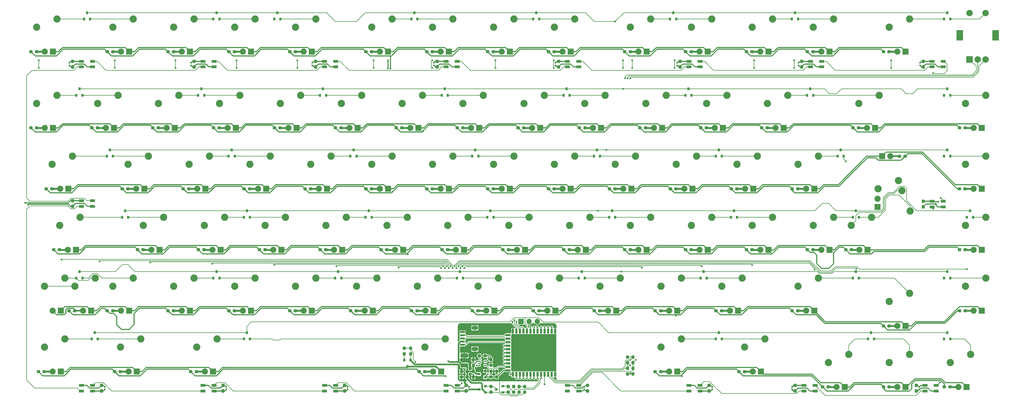
<source format=gbr>
G04 #@! TF.GenerationSoftware,KiCad,Pcbnew,(5.1.7)-1*
G04 #@! TF.CreationDate,2020-11-05T17:31:16+01:00*
G04 #@! TF.ProjectId,isometria-75-pcb-ml,69736f6d-6574-4726-9961-2d37352d7063,rev?*
G04 #@! TF.SameCoordinates,Original*
G04 #@! TF.FileFunction,Copper,L2,Bot*
G04 #@! TF.FilePolarity,Positive*
%FSLAX46Y46*%
G04 Gerber Fmt 4.6, Leading zero omitted, Abs format (unit mm)*
G04 Created by KiCad (PCBNEW (5.1.7)-1) date 2020-11-05 17:31:16*
%MOMM*%
%LPD*%
G01*
G04 APERTURE LIST*
G04 #@! TA.AperFunction,SMDPad,CuDef*
%ADD10R,0.700000X1.524000*%
G04 #@! TD*
G04 #@! TA.AperFunction,SMDPad,CuDef*
%ADD11R,1.524000X0.700000*%
G04 #@! TD*
G04 #@! TA.AperFunction,SMDPad,CuDef*
%ADD12R,0.900000X0.800000*%
G04 #@! TD*
G04 #@! TA.AperFunction,ComponentPad*
%ADD13C,2.250000*%
G04 #@! TD*
G04 #@! TA.AperFunction,ComponentPad*
%ADD14C,1.905000*%
G04 #@! TD*
G04 #@! TA.AperFunction,ComponentPad*
%ADD15R,1.905000X1.905000*%
G04 #@! TD*
G04 #@! TA.AperFunction,ComponentPad*
%ADD16R,1.700000X1.700000*%
G04 #@! TD*
G04 #@! TA.AperFunction,ComponentPad*
%ADD17O,1.700000X1.700000*%
G04 #@! TD*
G04 #@! TA.AperFunction,SMDPad,CuDef*
%ADD18R,0.650000X0.400000*%
G04 #@! TD*
G04 #@! TA.AperFunction,SMDPad,CuDef*
%ADD19R,1.600000X0.850000*%
G04 #@! TD*
G04 #@! TA.AperFunction,SMDPad,CuDef*
%ADD20R,0.800000X0.900000*%
G04 #@! TD*
G04 #@! TA.AperFunction,ComponentPad*
%ADD21C,2.000000*%
G04 #@! TD*
G04 #@! TA.AperFunction,ComponentPad*
%ADD22R,2.000000X3.200000*%
G04 #@! TD*
G04 #@! TA.AperFunction,ComponentPad*
%ADD23R,2.000000X2.000000*%
G04 #@! TD*
G04 #@! TA.AperFunction,ViaPad*
%ADD24C,0.600000*%
G04 #@! TD*
G04 #@! TA.AperFunction,Conductor*
%ADD25C,0.300000*%
G04 #@! TD*
G04 #@! TA.AperFunction,Conductor*
%ADD26C,0.600000*%
G04 #@! TD*
G04 #@! TA.AperFunction,Conductor*
%ADD27C,0.190000*%
G04 #@! TD*
G04 #@! TA.AperFunction,Conductor*
%ADD28C,0.500000*%
G04 #@! TD*
G04 #@! TA.AperFunction,Conductor*
%ADD29C,0.304800*%
G04 #@! TD*
G04 #@! TA.AperFunction,Conductor*
%ADD30C,0.190500*%
G04 #@! TD*
G04 #@! TA.AperFunction,Conductor*
%ADD31C,0.100000*%
G04 #@! TD*
G04 APERTURE END LIST*
D10*
X157950000Y-92170000D03*
X156850000Y-92170000D03*
X155750000Y-92170000D03*
X154650000Y-92170000D03*
X153550000Y-92170000D03*
X152450000Y-92170000D03*
X151350000Y-92170000D03*
X150250000Y-92170000D03*
X149150000Y-92170000D03*
X148050000Y-92170000D03*
X146950000Y-92170000D03*
X145850000Y-92170000D03*
X144750000Y-92170000D03*
D11*
X143250000Y-93420000D03*
X143250000Y-94520000D03*
X143250000Y-95620000D03*
X143250000Y-96720000D03*
X143250000Y-97820000D03*
X143250000Y-98920000D03*
X143250000Y-100020000D03*
X143250000Y-101120000D03*
X143250000Y-102220000D03*
X143250000Y-103320000D03*
X143250000Y-104420000D03*
D10*
X144750000Y-105670000D03*
X145850000Y-105670000D03*
X146950000Y-105670000D03*
X148050000Y-105670000D03*
X149150000Y-105670000D03*
X150250000Y-105670000D03*
X151350000Y-105670000D03*
X152450000Y-105670000D03*
X153550000Y-105670000D03*
X154650000Y-105670000D03*
X155750000Y-105670000D03*
X156850000Y-105670000D03*
X157950000Y-105670000D03*
G04 #@! TA.AperFunction,SMDPad,CuDef*
G36*
G01*
X139937500Y-105245000D02*
X139462500Y-105245000D01*
G75*
G02*
X139225000Y-105007500I0J237500D01*
G01*
X139225000Y-104432500D01*
G75*
G02*
X139462500Y-104195000I237500J0D01*
G01*
X139937500Y-104195000D01*
G75*
G02*
X140175000Y-104432500I0J-237500D01*
G01*
X140175000Y-105007500D01*
G75*
G02*
X139937500Y-105245000I-237500J0D01*
G01*
G37*
G04 #@! TD.AperFunction*
G04 #@! TA.AperFunction,SMDPad,CuDef*
G36*
G01*
X139937500Y-106995000D02*
X139462500Y-106995000D01*
G75*
G02*
X139225000Y-106757500I0J237500D01*
G01*
X139225000Y-106182500D01*
G75*
G02*
X139462500Y-105945000I237500J0D01*
G01*
X139937500Y-105945000D01*
G75*
G02*
X140175000Y-106182500I0J-237500D01*
G01*
X140175000Y-106757500D01*
G75*
G02*
X139937500Y-106995000I-237500J0D01*
G01*
G37*
G04 #@! TD.AperFunction*
G04 #@! TA.AperFunction,SMDPad,CuDef*
G36*
G01*
X146452500Y-110720000D02*
X146927500Y-110720000D01*
G75*
G02*
X147165000Y-110957500I0J-237500D01*
G01*
X147165000Y-111532500D01*
G75*
G02*
X146927500Y-111770000I-237500J0D01*
G01*
X146452500Y-111770000D01*
G75*
G02*
X146215000Y-111532500I0J237500D01*
G01*
X146215000Y-110957500D01*
G75*
G02*
X146452500Y-110720000I237500J0D01*
G01*
G37*
G04 #@! TD.AperFunction*
G04 #@! TA.AperFunction,SMDPad,CuDef*
G36*
G01*
X146452500Y-108970000D02*
X146927500Y-108970000D01*
G75*
G02*
X147165000Y-109207500I0J-237500D01*
G01*
X147165000Y-109782500D01*
G75*
G02*
X146927500Y-110020000I-237500J0D01*
G01*
X146452500Y-110020000D01*
G75*
G02*
X146215000Y-109782500I0J237500D01*
G01*
X146215000Y-109207500D01*
G75*
G02*
X146452500Y-108970000I237500J0D01*
G01*
G37*
G04 #@! TD.AperFunction*
G04 #@! TA.AperFunction,SMDPad,CuDef*
G36*
G01*
X148637500Y-110020000D02*
X148162500Y-110020000D01*
G75*
G02*
X147925000Y-109782500I0J237500D01*
G01*
X147925000Y-109207500D01*
G75*
G02*
X148162500Y-108970000I237500J0D01*
G01*
X148637500Y-108970000D01*
G75*
G02*
X148875000Y-109207500I0J-237500D01*
G01*
X148875000Y-109782500D01*
G75*
G02*
X148637500Y-110020000I-237500J0D01*
G01*
G37*
G04 #@! TD.AperFunction*
G04 #@! TA.AperFunction,SMDPad,CuDef*
G36*
G01*
X148637500Y-111770000D02*
X148162500Y-111770000D01*
G75*
G02*
X147925000Y-111532500I0J237500D01*
G01*
X147925000Y-110957500D01*
G75*
G02*
X148162500Y-110720000I237500J0D01*
G01*
X148637500Y-110720000D01*
G75*
G02*
X148875000Y-110957500I0J-237500D01*
G01*
X148875000Y-111532500D01*
G75*
G02*
X148637500Y-111770000I-237500J0D01*
G01*
G37*
G04 #@! TD.AperFunction*
G04 #@! TA.AperFunction,SMDPad,CuDef*
G36*
G01*
X143062500Y-110700000D02*
X143537500Y-110700000D01*
G75*
G02*
X143775000Y-110937500I0J-237500D01*
G01*
X143775000Y-111512500D01*
G75*
G02*
X143537500Y-111750000I-237500J0D01*
G01*
X143062500Y-111750000D01*
G75*
G02*
X142825000Y-111512500I0J237500D01*
G01*
X142825000Y-110937500D01*
G75*
G02*
X143062500Y-110700000I237500J0D01*
G01*
G37*
G04 #@! TD.AperFunction*
G04 #@! TA.AperFunction,SMDPad,CuDef*
G36*
G01*
X143062500Y-108950000D02*
X143537500Y-108950000D01*
G75*
G02*
X143775000Y-109187500I0J-237500D01*
G01*
X143775000Y-109762500D01*
G75*
G02*
X143537500Y-110000000I-237500J0D01*
G01*
X143062500Y-110000000D01*
G75*
G02*
X142825000Y-109762500I0J237500D01*
G01*
X142825000Y-109187500D01*
G75*
G02*
X143062500Y-108950000I237500J0D01*
G01*
G37*
G04 #@! TD.AperFunction*
G04 #@! TA.AperFunction,SMDPad,CuDef*
G36*
G01*
X145237500Y-110000000D02*
X144762500Y-110000000D01*
G75*
G02*
X144525000Y-109762500I0J237500D01*
G01*
X144525000Y-109187500D01*
G75*
G02*
X144762500Y-108950000I237500J0D01*
G01*
X145237500Y-108950000D01*
G75*
G02*
X145475000Y-109187500I0J-237500D01*
G01*
X145475000Y-109762500D01*
G75*
G02*
X145237500Y-110000000I-237500J0D01*
G01*
G37*
G04 #@! TD.AperFunction*
G04 #@! TA.AperFunction,SMDPad,CuDef*
G36*
G01*
X145237500Y-111750000D02*
X144762500Y-111750000D01*
G75*
G02*
X144525000Y-111512500I0J237500D01*
G01*
X144525000Y-110937500D01*
G75*
G02*
X144762500Y-110700000I237500J0D01*
G01*
X145237500Y-110700000D01*
G75*
G02*
X145475000Y-110937500I0J-237500D01*
G01*
X145475000Y-111512500D01*
G75*
G02*
X145237500Y-111750000I-237500J0D01*
G01*
G37*
G04 #@! TD.AperFunction*
G04 #@! TA.AperFunction,SMDPad,CuDef*
G36*
G01*
X137662500Y-110700000D02*
X138137500Y-110700000D01*
G75*
G02*
X138375000Y-110937500I0J-237500D01*
G01*
X138375000Y-111512500D01*
G75*
G02*
X138137500Y-111750000I-237500J0D01*
G01*
X137662500Y-111750000D01*
G75*
G02*
X137425000Y-111512500I0J237500D01*
G01*
X137425000Y-110937500D01*
G75*
G02*
X137662500Y-110700000I237500J0D01*
G01*
G37*
G04 #@! TD.AperFunction*
G04 #@! TA.AperFunction,SMDPad,CuDef*
G36*
G01*
X137662500Y-108950000D02*
X138137500Y-108950000D01*
G75*
G02*
X138375000Y-109187500I0J-237500D01*
G01*
X138375000Y-109762500D01*
G75*
G02*
X138137500Y-110000000I-237500J0D01*
G01*
X137662500Y-110000000D01*
G75*
G02*
X137425000Y-109762500I0J237500D01*
G01*
X137425000Y-109187500D01*
G75*
G02*
X137662500Y-108950000I237500J0D01*
G01*
G37*
G04 #@! TD.AperFunction*
D12*
X139600000Y-110350000D03*
X141600000Y-111300000D03*
X141600000Y-109400000D03*
X134200000Y-110350000D03*
X136200000Y-111300000D03*
X136200000Y-109400000D03*
D13*
X164040000Y-37670000D03*
X157690000Y-40210000D03*
D14*
X160230000Y-47830000D03*
D15*
X162770000Y-47830000D03*
D13*
X123665000Y-94670000D03*
X117315000Y-97210000D03*
D14*
X119855000Y-104830000D03*
D15*
X122395000Y-104830000D03*
D13*
X168790000Y-56670000D03*
X162440000Y-59210000D03*
D14*
X164980000Y-66830000D03*
D15*
X167520000Y-66830000D03*
D16*
X147290000Y-89180000D03*
D17*
X149830000Y-89180000D03*
X152370000Y-89180000D03*
D13*
X178290000Y-75670000D03*
X171940000Y-78210000D03*
D14*
X174480000Y-85830000D03*
D15*
X177020000Y-85830000D03*
D13*
X64290000Y5080000D03*
X57940000Y2540000D03*
D14*
X60480000Y-5080000D03*
D15*
X63020000Y-5080000D03*
G04 #@! TA.AperFunction,SMDPad,CuDef*
G36*
G01*
X266600000Y-37907500D02*
X266600000Y-37432500D01*
G75*
G02*
X266837500Y-37195000I237500J0D01*
G01*
X267412500Y-37195000D01*
G75*
G02*
X267650000Y-37432500I0J-237500D01*
G01*
X267650000Y-37907500D01*
G75*
G02*
X267412500Y-38145000I-237500J0D01*
G01*
X266837500Y-38145000D01*
G75*
G02*
X266600000Y-37907500I0J237500D01*
G01*
G37*
G04 #@! TD.AperFunction*
G04 #@! TA.AperFunction,SMDPad,CuDef*
G36*
G01*
X264850000Y-37907500D02*
X264850000Y-37432500D01*
G75*
G02*
X265087500Y-37195000I237500J0D01*
G01*
X265662500Y-37195000D01*
G75*
G02*
X265900000Y-37432500I0J-237500D01*
G01*
X265900000Y-37907500D01*
G75*
G02*
X265662500Y-38145000I-237500J0D01*
G01*
X265087500Y-38145000D01*
G75*
G02*
X264850000Y-37907500I0J237500D01*
G01*
G37*
G04 #@! TD.AperFunction*
D13*
X2540000Y5080000D03*
X-3810000Y2540000D03*
D14*
X-1270000Y-5080000D03*
D15*
X1270000Y-5080000D03*
D13*
X268540000Y-99420000D03*
X262190000Y-101960000D03*
D14*
X264730000Y-109580000D03*
D15*
X267270000Y-109580000D03*
D13*
X287540000Y-99420000D03*
X281190000Y-101960000D03*
D14*
X283730000Y-109580000D03*
D15*
X286270000Y-109580000D03*
D13*
X4915000Y-94670000D03*
X-1435000Y-97210000D03*
D14*
X1105000Y-104830000D03*
D15*
X3645000Y-104830000D03*
G04 #@! TA.AperFunction,SMDPad,CuDef*
G36*
G01*
X130358034Y-109632000D02*
X129883034Y-109632000D01*
G75*
G02*
X129645534Y-109394500I0J237500D01*
G01*
X129645534Y-108819500D01*
G75*
G02*
X129883034Y-108582000I237500J0D01*
G01*
X130358034Y-108582000D01*
G75*
G02*
X130595534Y-108819500I0J-237500D01*
G01*
X130595534Y-109394500D01*
G75*
G02*
X130358034Y-109632000I-237500J0D01*
G01*
G37*
G04 #@! TD.AperFunction*
G04 #@! TA.AperFunction,SMDPad,CuDef*
G36*
G01*
X130358034Y-111382000D02*
X129883034Y-111382000D01*
G75*
G02*
X129645534Y-111144500I0J237500D01*
G01*
X129645534Y-110569500D01*
G75*
G02*
X129883034Y-110332000I237500J0D01*
G01*
X130358034Y-110332000D01*
G75*
G02*
X130595534Y-110569500I0J-237500D01*
G01*
X130595534Y-111144500D01*
G75*
G02*
X130358034Y-111382000I-237500J0D01*
G01*
G37*
G04 #@! TD.AperFunction*
G04 #@! TA.AperFunction,SMDPad,CuDef*
G36*
G01*
X130525003Y-100473000D02*
X128674997Y-100473000D01*
G75*
G02*
X128425000Y-100223003I0J249997D01*
G01*
X128425000Y-99397997D01*
G75*
G02*
X128674997Y-99148000I249997J0D01*
G01*
X130525003Y-99148000D01*
G75*
G02*
X130775000Y-99397997I0J-249997D01*
G01*
X130775000Y-100223003D01*
G75*
G02*
X130525003Y-100473000I-249997J0D01*
G01*
G37*
G04 #@! TD.AperFunction*
G04 #@! TA.AperFunction,SMDPad,CuDef*
G36*
G01*
X130525003Y-103548000D02*
X128674997Y-103548000D01*
G75*
G02*
X128425000Y-103298003I0J249997D01*
G01*
X128425000Y-102472997D01*
G75*
G02*
X128674997Y-102223000I249997J0D01*
G01*
X130525003Y-102223000D01*
G75*
G02*
X130775000Y-102472997I0J-249997D01*
G01*
X130775000Y-103298003D01*
G75*
G02*
X130525003Y-103548000I-249997J0D01*
G01*
G37*
G04 #@! TD.AperFunction*
D18*
X134200000Y-101570000D03*
X134200000Y-102870000D03*
X136100000Y-102220000D03*
X134200000Y-102220000D03*
X136100000Y-102870000D03*
X136100000Y-101570000D03*
G04 #@! TA.AperFunction,SMDPad,CuDef*
G36*
G01*
X279900000Y-109342500D02*
X279900000Y-109817500D01*
G75*
G02*
X279662500Y-110055000I-237500J0D01*
G01*
X279087500Y-110055000D01*
G75*
G02*
X278850000Y-109817500I0J237500D01*
G01*
X278850000Y-109342500D01*
G75*
G02*
X279087500Y-109105000I237500J0D01*
G01*
X279662500Y-109105000D01*
G75*
G02*
X279900000Y-109342500I0J-237500D01*
G01*
G37*
G04 #@! TD.AperFunction*
G04 #@! TA.AperFunction,SMDPad,CuDef*
G36*
G01*
X281650000Y-109342500D02*
X281650000Y-109817500D01*
G75*
G02*
X281412500Y-110055000I-237500J0D01*
G01*
X280837500Y-110055000D01*
G75*
G02*
X280600000Y-109817500I0J237500D01*
G01*
X280600000Y-109342500D01*
G75*
G02*
X280837500Y-109105000I237500J0D01*
G01*
X281412500Y-109105000D01*
G75*
G02*
X281650000Y-109342500I0J-237500D01*
G01*
G37*
G04 #@! TD.AperFunction*
G04 #@! TA.AperFunction,SMDPad,CuDef*
G36*
G01*
X260900000Y-109342500D02*
X260900000Y-109817500D01*
G75*
G02*
X260662500Y-110055000I-237500J0D01*
G01*
X260087500Y-110055000D01*
G75*
G02*
X259850000Y-109817500I0J237500D01*
G01*
X259850000Y-109342500D01*
G75*
G02*
X260087500Y-109105000I237500J0D01*
G01*
X260662500Y-109105000D01*
G75*
G02*
X260900000Y-109342500I0J-237500D01*
G01*
G37*
G04 #@! TD.AperFunction*
G04 #@! TA.AperFunction,SMDPad,CuDef*
G36*
G01*
X262650000Y-109342500D02*
X262650000Y-109817500D01*
G75*
G02*
X262412500Y-110055000I-237500J0D01*
G01*
X261837500Y-110055000D01*
G75*
G02*
X261600000Y-109817500I0J237500D01*
G01*
X261600000Y-109342500D01*
G75*
G02*
X261837500Y-109105000I237500J0D01*
G01*
X262412500Y-109105000D01*
G75*
G02*
X262650000Y-109342500I0J-237500D01*
G01*
G37*
G04 #@! TD.AperFunction*
G04 #@! TA.AperFunction,SMDPad,CuDef*
G36*
G01*
X241900000Y-109342500D02*
X241900000Y-109817500D01*
G75*
G02*
X241662500Y-110055000I-237500J0D01*
G01*
X241087500Y-110055000D01*
G75*
G02*
X240850000Y-109817500I0J237500D01*
G01*
X240850000Y-109342500D01*
G75*
G02*
X241087500Y-109105000I237500J0D01*
G01*
X241662500Y-109105000D01*
G75*
G02*
X241900000Y-109342500I0J-237500D01*
G01*
G37*
G04 #@! TD.AperFunction*
G04 #@! TA.AperFunction,SMDPad,CuDef*
G36*
G01*
X243650000Y-109342500D02*
X243650000Y-109817500D01*
G75*
G02*
X243412500Y-110055000I-237500J0D01*
G01*
X242837500Y-110055000D01*
G75*
G02*
X242600000Y-109817500I0J237500D01*
G01*
X242600000Y-109342500D01*
G75*
G02*
X242837500Y-109105000I237500J0D01*
G01*
X243412500Y-109105000D01*
G75*
G02*
X243650000Y-109342500I0J-237500D01*
G01*
G37*
G04 #@! TD.AperFunction*
G04 #@! TA.AperFunction,SMDPad,CuDef*
G36*
G01*
X215804000Y-104592500D02*
X215804000Y-105067500D01*
G75*
G02*
X215566500Y-105305000I-237500J0D01*
G01*
X214991500Y-105305000D01*
G75*
G02*
X214754000Y-105067500I0J237500D01*
G01*
X214754000Y-104592500D01*
G75*
G02*
X214991500Y-104355000I237500J0D01*
G01*
X215566500Y-104355000D01*
G75*
G02*
X215804000Y-104592500I0J-237500D01*
G01*
G37*
G04 #@! TD.AperFunction*
G04 #@! TA.AperFunction,SMDPad,CuDef*
G36*
G01*
X217554000Y-104592500D02*
X217554000Y-105067500D01*
G75*
G02*
X217316500Y-105305000I-237500J0D01*
G01*
X216741500Y-105305000D01*
G75*
G02*
X216504000Y-105067500I0J237500D01*
G01*
X216504000Y-104592500D01*
G75*
G02*
X216741500Y-104355000I237500J0D01*
G01*
X217316500Y-104355000D01*
G75*
G02*
X217554000Y-104592500I0J-237500D01*
G01*
G37*
G04 #@! TD.AperFunction*
G04 #@! TA.AperFunction,SMDPad,CuDef*
G36*
G01*
X189642000Y-104592500D02*
X189642000Y-105067500D01*
G75*
G02*
X189404500Y-105305000I-237500J0D01*
G01*
X188829500Y-105305000D01*
G75*
G02*
X188592000Y-105067500I0J237500D01*
G01*
X188592000Y-104592500D01*
G75*
G02*
X188829500Y-104355000I237500J0D01*
G01*
X189404500Y-104355000D01*
G75*
G02*
X189642000Y-104592500I0J-237500D01*
G01*
G37*
G04 #@! TD.AperFunction*
G04 #@! TA.AperFunction,SMDPad,CuDef*
G36*
G01*
X191392000Y-104592500D02*
X191392000Y-105067500D01*
G75*
G02*
X191154500Y-105305000I-237500J0D01*
G01*
X190579500Y-105305000D01*
G75*
G02*
X190342000Y-105067500I0J237500D01*
G01*
X190342000Y-104592500D01*
G75*
G02*
X190579500Y-104355000I237500J0D01*
G01*
X191154500Y-104355000D01*
G75*
G02*
X191392000Y-104592500I0J-237500D01*
G01*
G37*
G04 #@! TD.AperFunction*
G04 #@! TA.AperFunction,SMDPad,CuDef*
G36*
G01*
X116025000Y-104592500D02*
X116025000Y-105067500D01*
G75*
G02*
X115787500Y-105305000I-237500J0D01*
G01*
X115212500Y-105305000D01*
G75*
G02*
X114975000Y-105067500I0J237500D01*
G01*
X114975000Y-104592500D01*
G75*
G02*
X115212500Y-104355000I237500J0D01*
G01*
X115787500Y-104355000D01*
G75*
G02*
X116025000Y-104592500I0J-237500D01*
G01*
G37*
G04 #@! TD.AperFunction*
G04 #@! TA.AperFunction,SMDPad,CuDef*
G36*
G01*
X117775000Y-104592500D02*
X117775000Y-105067500D01*
G75*
G02*
X117537500Y-105305000I-237500J0D01*
G01*
X116962500Y-105305000D01*
G75*
G02*
X116725000Y-105067500I0J237500D01*
G01*
X116725000Y-104592500D01*
G75*
G02*
X116962500Y-104355000I237500J0D01*
G01*
X117537500Y-104355000D01*
G75*
G02*
X117775000Y-104592500I0J-237500D01*
G01*
G37*
G04 #@! TD.AperFunction*
G04 #@! TA.AperFunction,SMDPad,CuDef*
G36*
G01*
X44775000Y-104592500D02*
X44775000Y-105067500D01*
G75*
G02*
X44537500Y-105305000I-237500J0D01*
G01*
X43962500Y-105305000D01*
G75*
G02*
X43725000Y-105067500I0J237500D01*
G01*
X43725000Y-104592500D01*
G75*
G02*
X43962500Y-104355000I237500J0D01*
G01*
X44537500Y-104355000D01*
G75*
G02*
X44775000Y-104592500I0J-237500D01*
G01*
G37*
G04 #@! TD.AperFunction*
G04 #@! TA.AperFunction,SMDPad,CuDef*
G36*
G01*
X46525000Y-104592500D02*
X46525000Y-105067500D01*
G75*
G02*
X46287500Y-105305000I-237500J0D01*
G01*
X45712500Y-105305000D01*
G75*
G02*
X45475000Y-105067500I0J237500D01*
G01*
X45475000Y-104592500D01*
G75*
G02*
X45712500Y-104355000I237500J0D01*
G01*
X46287500Y-104355000D01*
G75*
G02*
X46525000Y-104592500I0J-237500D01*
G01*
G37*
G04 #@! TD.AperFunction*
G04 #@! TA.AperFunction,SMDPad,CuDef*
G36*
G01*
X21025000Y-104592500D02*
X21025000Y-105067500D01*
G75*
G02*
X20787500Y-105305000I-237500J0D01*
G01*
X20212500Y-105305000D01*
G75*
G02*
X19975000Y-105067500I0J237500D01*
G01*
X19975000Y-104592500D01*
G75*
G02*
X20212500Y-104355000I237500J0D01*
G01*
X20787500Y-104355000D01*
G75*
G02*
X21025000Y-104592500I0J-237500D01*
G01*
G37*
G04 #@! TD.AperFunction*
G04 #@! TA.AperFunction,SMDPad,CuDef*
G36*
G01*
X22775000Y-104592500D02*
X22775000Y-105067500D01*
G75*
G02*
X22537500Y-105305000I-237500J0D01*
G01*
X21962500Y-105305000D01*
G75*
G02*
X21725000Y-105067500I0J237500D01*
G01*
X21725000Y-104592500D01*
G75*
G02*
X21962500Y-104355000I237500J0D01*
G01*
X22537500Y-104355000D01*
G75*
G02*
X22775000Y-104592500I0J-237500D01*
G01*
G37*
G04 #@! TD.AperFunction*
G04 #@! TA.AperFunction,SMDPad,CuDef*
G36*
G01*
X-2725000Y-104592500D02*
X-2725000Y-105067500D01*
G75*
G02*
X-2962500Y-105305000I-237500J0D01*
G01*
X-3537500Y-105305000D01*
G75*
G02*
X-3775000Y-105067500I0J237500D01*
G01*
X-3775000Y-104592500D01*
G75*
G02*
X-3537500Y-104355000I237500J0D01*
G01*
X-2962500Y-104355000D01*
G75*
G02*
X-2725000Y-104592500I0J-237500D01*
G01*
G37*
G04 #@! TD.AperFunction*
G04 #@! TA.AperFunction,SMDPad,CuDef*
G36*
G01*
X-975000Y-104592500D02*
X-975000Y-105067500D01*
G75*
G02*
X-1212500Y-105305000I-237500J0D01*
G01*
X-1787500Y-105305000D01*
G75*
G02*
X-2025000Y-105067500I0J237500D01*
G01*
X-2025000Y-104592500D01*
G75*
G02*
X-1787500Y-104355000I237500J0D01*
G01*
X-1212500Y-104355000D01*
G75*
G02*
X-975000Y-104592500I0J-237500D01*
G01*
G37*
G04 #@! TD.AperFunction*
G04 #@! TA.AperFunction,SMDPad,CuDef*
G36*
G01*
X284650000Y-85614500D02*
X284650000Y-86089500D01*
G75*
G02*
X284412500Y-86327000I-237500J0D01*
G01*
X283837500Y-86327000D01*
G75*
G02*
X283600000Y-86089500I0J237500D01*
G01*
X283600000Y-85614500D01*
G75*
G02*
X283837500Y-85377000I237500J0D01*
G01*
X284412500Y-85377000D01*
G75*
G02*
X284650000Y-85614500I0J-237500D01*
G01*
G37*
G04 #@! TD.AperFunction*
G04 #@! TA.AperFunction,SMDPad,CuDef*
G36*
G01*
X286400000Y-85614500D02*
X286400000Y-86089500D01*
G75*
G02*
X286162500Y-86327000I-237500J0D01*
G01*
X285587500Y-86327000D01*
G75*
G02*
X285350000Y-86089500I0J237500D01*
G01*
X285350000Y-85614500D01*
G75*
G02*
X285587500Y-85377000I237500J0D01*
G01*
X286162500Y-85377000D01*
G75*
G02*
X286400000Y-85614500I0J-237500D01*
G01*
G37*
G04 #@! TD.AperFunction*
G04 #@! TA.AperFunction,SMDPad,CuDef*
G36*
G01*
X260900000Y-90342500D02*
X260900000Y-90817500D01*
G75*
G02*
X260662500Y-91055000I-237500J0D01*
G01*
X260087500Y-91055000D01*
G75*
G02*
X259850000Y-90817500I0J237500D01*
G01*
X259850000Y-90342500D01*
G75*
G02*
X260087500Y-90105000I237500J0D01*
G01*
X260662500Y-90105000D01*
G75*
G02*
X260900000Y-90342500I0J-237500D01*
G01*
G37*
G04 #@! TD.AperFunction*
G04 #@! TA.AperFunction,SMDPad,CuDef*
G36*
G01*
X262650000Y-90342500D02*
X262650000Y-90817500D01*
G75*
G02*
X262412500Y-91055000I-237500J0D01*
G01*
X261837500Y-91055000D01*
G75*
G02*
X261600000Y-90817500I0J237500D01*
G01*
X261600000Y-90342500D01*
G75*
G02*
X261837500Y-90105000I237500J0D01*
G01*
X262412500Y-90105000D01*
G75*
G02*
X262650000Y-90342500I0J-237500D01*
G01*
G37*
G04 #@! TD.AperFunction*
G04 #@! TA.AperFunction,SMDPad,CuDef*
G36*
G01*
X232400000Y-85614500D02*
X232400000Y-86089500D01*
G75*
G02*
X232162500Y-86327000I-237500J0D01*
G01*
X231587500Y-86327000D01*
G75*
G02*
X231350000Y-86089500I0J237500D01*
G01*
X231350000Y-85614500D01*
G75*
G02*
X231587500Y-85377000I237500J0D01*
G01*
X232162500Y-85377000D01*
G75*
G02*
X232400000Y-85614500I0J-237500D01*
G01*
G37*
G04 #@! TD.AperFunction*
G04 #@! TA.AperFunction,SMDPad,CuDef*
G36*
G01*
X234150000Y-85614500D02*
X234150000Y-86089500D01*
G75*
G02*
X233912500Y-86327000I-237500J0D01*
G01*
X233337500Y-86327000D01*
G75*
G02*
X233100000Y-86089500I0J237500D01*
G01*
X233100000Y-85614500D01*
G75*
G02*
X233337500Y-85377000I237500J0D01*
G01*
X233912500Y-85377000D01*
G75*
G02*
X234150000Y-85614500I0J-237500D01*
G01*
G37*
G04 #@! TD.AperFunction*
G04 #@! TA.AperFunction,SMDPad,CuDef*
G36*
G01*
X208650000Y-85614500D02*
X208650000Y-86089500D01*
G75*
G02*
X208412500Y-86327000I-237500J0D01*
G01*
X207837500Y-86327000D01*
G75*
G02*
X207600000Y-86089500I0J237500D01*
G01*
X207600000Y-85614500D01*
G75*
G02*
X207837500Y-85377000I237500J0D01*
G01*
X208412500Y-85377000D01*
G75*
G02*
X208650000Y-85614500I0J-237500D01*
G01*
G37*
G04 #@! TD.AperFunction*
G04 #@! TA.AperFunction,SMDPad,CuDef*
G36*
G01*
X210400000Y-85614500D02*
X210400000Y-86089500D01*
G75*
G02*
X210162500Y-86327000I-237500J0D01*
G01*
X209587500Y-86327000D01*
G75*
G02*
X209350000Y-86089500I0J237500D01*
G01*
X209350000Y-85614500D01*
G75*
G02*
X209587500Y-85377000I237500J0D01*
G01*
X210162500Y-85377000D01*
G75*
G02*
X210400000Y-85614500I0J-237500D01*
G01*
G37*
G04 #@! TD.AperFunction*
G04 #@! TA.AperFunction,SMDPad,CuDef*
G36*
G01*
X189650000Y-85614500D02*
X189650000Y-86089500D01*
G75*
G02*
X189412500Y-86327000I-237500J0D01*
G01*
X188837500Y-86327000D01*
G75*
G02*
X188600000Y-86089500I0J237500D01*
G01*
X188600000Y-85614500D01*
G75*
G02*
X188837500Y-85377000I237500J0D01*
G01*
X189412500Y-85377000D01*
G75*
G02*
X189650000Y-85614500I0J-237500D01*
G01*
G37*
G04 #@! TD.AperFunction*
G04 #@! TA.AperFunction,SMDPad,CuDef*
G36*
G01*
X191400000Y-85614500D02*
X191400000Y-86089500D01*
G75*
G02*
X191162500Y-86327000I-237500J0D01*
G01*
X190587500Y-86327000D01*
G75*
G02*
X190350000Y-86089500I0J237500D01*
G01*
X190350000Y-85614500D01*
G75*
G02*
X190587500Y-85377000I237500J0D01*
G01*
X191162500Y-85377000D01*
G75*
G02*
X191400000Y-85614500I0J-237500D01*
G01*
G37*
G04 #@! TD.AperFunction*
G04 #@! TA.AperFunction,SMDPad,CuDef*
G36*
G01*
X170650000Y-85614500D02*
X170650000Y-86089500D01*
G75*
G02*
X170412500Y-86327000I-237500J0D01*
G01*
X169837500Y-86327000D01*
G75*
G02*
X169600000Y-86089500I0J237500D01*
G01*
X169600000Y-85614500D01*
G75*
G02*
X169837500Y-85377000I237500J0D01*
G01*
X170412500Y-85377000D01*
G75*
G02*
X170650000Y-85614500I0J-237500D01*
G01*
G37*
G04 #@! TD.AperFunction*
G04 #@! TA.AperFunction,SMDPad,CuDef*
G36*
G01*
X172400000Y-85614500D02*
X172400000Y-86089500D01*
G75*
G02*
X172162500Y-86327000I-237500J0D01*
G01*
X171587500Y-86327000D01*
G75*
G02*
X171350000Y-86089500I0J237500D01*
G01*
X171350000Y-85614500D01*
G75*
G02*
X171587500Y-85377000I237500J0D01*
G01*
X172162500Y-85377000D01*
G75*
G02*
X172400000Y-85614500I0J-237500D01*
G01*
G37*
G04 #@! TD.AperFunction*
G04 #@! TA.AperFunction,SMDPad,CuDef*
G36*
G01*
X151650000Y-85614500D02*
X151650000Y-86089500D01*
G75*
G02*
X151412500Y-86327000I-237500J0D01*
G01*
X150837500Y-86327000D01*
G75*
G02*
X150600000Y-86089500I0J237500D01*
G01*
X150600000Y-85614500D01*
G75*
G02*
X150837500Y-85377000I237500J0D01*
G01*
X151412500Y-85377000D01*
G75*
G02*
X151650000Y-85614500I0J-237500D01*
G01*
G37*
G04 #@! TD.AperFunction*
G04 #@! TA.AperFunction,SMDPad,CuDef*
G36*
G01*
X153400000Y-85614500D02*
X153400000Y-86089500D01*
G75*
G02*
X153162500Y-86327000I-237500J0D01*
G01*
X152587500Y-86327000D01*
G75*
G02*
X152350000Y-86089500I0J237500D01*
G01*
X152350000Y-85614500D01*
G75*
G02*
X152587500Y-85377000I237500J0D01*
G01*
X153162500Y-85377000D01*
G75*
G02*
X153400000Y-85614500I0J-237500D01*
G01*
G37*
G04 #@! TD.AperFunction*
G04 #@! TA.AperFunction,SMDPad,CuDef*
G36*
G01*
X132650000Y-85614500D02*
X132650000Y-86089500D01*
G75*
G02*
X132412500Y-86327000I-237500J0D01*
G01*
X131837500Y-86327000D01*
G75*
G02*
X131600000Y-86089500I0J237500D01*
G01*
X131600000Y-85614500D01*
G75*
G02*
X131837500Y-85377000I237500J0D01*
G01*
X132412500Y-85377000D01*
G75*
G02*
X132650000Y-85614500I0J-237500D01*
G01*
G37*
G04 #@! TD.AperFunction*
G04 #@! TA.AperFunction,SMDPad,CuDef*
G36*
G01*
X134400000Y-85614500D02*
X134400000Y-86089500D01*
G75*
G02*
X134162500Y-86327000I-237500J0D01*
G01*
X133587500Y-86327000D01*
G75*
G02*
X133350000Y-86089500I0J237500D01*
G01*
X133350000Y-85614500D01*
G75*
G02*
X133587500Y-85377000I237500J0D01*
G01*
X134162500Y-85377000D01*
G75*
G02*
X134400000Y-85614500I0J-237500D01*
G01*
G37*
G04 #@! TD.AperFunction*
G04 #@! TA.AperFunction,SMDPad,CuDef*
G36*
G01*
X113650000Y-85614500D02*
X113650000Y-86089500D01*
G75*
G02*
X113412500Y-86327000I-237500J0D01*
G01*
X112837500Y-86327000D01*
G75*
G02*
X112600000Y-86089500I0J237500D01*
G01*
X112600000Y-85614500D01*
G75*
G02*
X112837500Y-85377000I237500J0D01*
G01*
X113412500Y-85377000D01*
G75*
G02*
X113650000Y-85614500I0J-237500D01*
G01*
G37*
G04 #@! TD.AperFunction*
G04 #@! TA.AperFunction,SMDPad,CuDef*
G36*
G01*
X115400000Y-85614500D02*
X115400000Y-86089500D01*
G75*
G02*
X115162500Y-86327000I-237500J0D01*
G01*
X114587500Y-86327000D01*
G75*
G02*
X114350000Y-86089500I0J237500D01*
G01*
X114350000Y-85614500D01*
G75*
G02*
X114587500Y-85377000I237500J0D01*
G01*
X115162500Y-85377000D01*
G75*
G02*
X115400000Y-85614500I0J-237500D01*
G01*
G37*
G04 #@! TD.AperFunction*
G04 #@! TA.AperFunction,SMDPad,CuDef*
G36*
G01*
X94650000Y-85614500D02*
X94650000Y-86089500D01*
G75*
G02*
X94412500Y-86327000I-237500J0D01*
G01*
X93837500Y-86327000D01*
G75*
G02*
X93600000Y-86089500I0J237500D01*
G01*
X93600000Y-85614500D01*
G75*
G02*
X93837500Y-85377000I237500J0D01*
G01*
X94412500Y-85377000D01*
G75*
G02*
X94650000Y-85614500I0J-237500D01*
G01*
G37*
G04 #@! TD.AperFunction*
G04 #@! TA.AperFunction,SMDPad,CuDef*
G36*
G01*
X96400000Y-85614500D02*
X96400000Y-86089500D01*
G75*
G02*
X96162500Y-86327000I-237500J0D01*
G01*
X95587500Y-86327000D01*
G75*
G02*
X95350000Y-86089500I0J237500D01*
G01*
X95350000Y-85614500D01*
G75*
G02*
X95587500Y-85377000I237500J0D01*
G01*
X96162500Y-85377000D01*
G75*
G02*
X96400000Y-85614500I0J-237500D01*
G01*
G37*
G04 #@! TD.AperFunction*
G04 #@! TA.AperFunction,SMDPad,CuDef*
G36*
G01*
X75650000Y-85614500D02*
X75650000Y-86089500D01*
G75*
G02*
X75412500Y-86327000I-237500J0D01*
G01*
X74837500Y-86327000D01*
G75*
G02*
X74600000Y-86089500I0J237500D01*
G01*
X74600000Y-85614500D01*
G75*
G02*
X74837500Y-85377000I237500J0D01*
G01*
X75412500Y-85377000D01*
G75*
G02*
X75650000Y-85614500I0J-237500D01*
G01*
G37*
G04 #@! TD.AperFunction*
G04 #@! TA.AperFunction,SMDPad,CuDef*
G36*
G01*
X77400000Y-85614500D02*
X77400000Y-86089500D01*
G75*
G02*
X77162500Y-86327000I-237500J0D01*
G01*
X76587500Y-86327000D01*
G75*
G02*
X76350000Y-86089500I0J237500D01*
G01*
X76350000Y-85614500D01*
G75*
G02*
X76587500Y-85377000I237500J0D01*
G01*
X77162500Y-85377000D01*
G75*
G02*
X77400000Y-85614500I0J-237500D01*
G01*
G37*
G04 #@! TD.AperFunction*
G04 #@! TA.AperFunction,SMDPad,CuDef*
G36*
G01*
X56650000Y-85614500D02*
X56650000Y-86089500D01*
G75*
G02*
X56412500Y-86327000I-237500J0D01*
G01*
X55837500Y-86327000D01*
G75*
G02*
X55600000Y-86089500I0J237500D01*
G01*
X55600000Y-85614500D01*
G75*
G02*
X55837500Y-85377000I237500J0D01*
G01*
X56412500Y-85377000D01*
G75*
G02*
X56650000Y-85614500I0J-237500D01*
G01*
G37*
G04 #@! TD.AperFunction*
G04 #@! TA.AperFunction,SMDPad,CuDef*
G36*
G01*
X58400000Y-85614500D02*
X58400000Y-86089500D01*
G75*
G02*
X58162500Y-86327000I-237500J0D01*
G01*
X57587500Y-86327000D01*
G75*
G02*
X57350000Y-86089500I0J237500D01*
G01*
X57350000Y-85614500D01*
G75*
G02*
X57587500Y-85377000I237500J0D01*
G01*
X58162500Y-85377000D01*
G75*
G02*
X58400000Y-85614500I0J-237500D01*
G01*
G37*
G04 #@! TD.AperFunction*
G04 #@! TA.AperFunction,SMDPad,CuDef*
G36*
G01*
X37650000Y-85614500D02*
X37650000Y-86089500D01*
G75*
G02*
X37412500Y-86327000I-237500J0D01*
G01*
X36837500Y-86327000D01*
G75*
G02*
X36600000Y-86089500I0J237500D01*
G01*
X36600000Y-85614500D01*
G75*
G02*
X36837500Y-85377000I237500J0D01*
G01*
X37412500Y-85377000D01*
G75*
G02*
X37650000Y-85614500I0J-237500D01*
G01*
G37*
G04 #@! TD.AperFunction*
G04 #@! TA.AperFunction,SMDPad,CuDef*
G36*
G01*
X39400000Y-85614500D02*
X39400000Y-86089500D01*
G75*
G02*
X39162500Y-86327000I-237500J0D01*
G01*
X38587500Y-86327000D01*
G75*
G02*
X38350000Y-86089500I0J237500D01*
G01*
X38350000Y-85614500D01*
G75*
G02*
X38587500Y-85377000I237500J0D01*
G01*
X39162500Y-85377000D01*
G75*
G02*
X39400000Y-85614500I0J-237500D01*
G01*
G37*
G04 #@! TD.AperFunction*
G04 #@! TA.AperFunction,SMDPad,CuDef*
G36*
G01*
X18700000Y-85614500D02*
X18700000Y-86089500D01*
G75*
G02*
X18462500Y-86327000I-237500J0D01*
G01*
X17887500Y-86327000D01*
G75*
G02*
X17650000Y-86089500I0J237500D01*
G01*
X17650000Y-85614500D01*
G75*
G02*
X17887500Y-85377000I237500J0D01*
G01*
X18462500Y-85377000D01*
G75*
G02*
X18700000Y-85614500I0J-237500D01*
G01*
G37*
G04 #@! TD.AperFunction*
G04 #@! TA.AperFunction,SMDPad,CuDef*
G36*
G01*
X20450000Y-85614500D02*
X20450000Y-86089500D01*
G75*
G02*
X20212500Y-86327000I-237500J0D01*
G01*
X19637500Y-86327000D01*
G75*
G02*
X19400000Y-86089500I0J237500D01*
G01*
X19400000Y-85614500D01*
G75*
G02*
X19637500Y-85377000I237500J0D01*
G01*
X20212500Y-85377000D01*
G75*
G02*
X20450000Y-85614500I0J-237500D01*
G01*
G37*
G04 #@! TD.AperFunction*
G04 #@! TA.AperFunction,SMDPad,CuDef*
G36*
G01*
X6775000Y-85614500D02*
X6775000Y-86089500D01*
G75*
G02*
X6537500Y-86327000I-237500J0D01*
G01*
X5962500Y-86327000D01*
G75*
G02*
X5725000Y-86089500I0J237500D01*
G01*
X5725000Y-85614500D01*
G75*
G02*
X5962500Y-85377000I237500J0D01*
G01*
X6537500Y-85377000D01*
G75*
G02*
X6775000Y-85614500I0J-237500D01*
G01*
G37*
G04 #@! TD.AperFunction*
G04 #@! TA.AperFunction,SMDPad,CuDef*
G36*
G01*
X8525000Y-85614500D02*
X8525000Y-86089500D01*
G75*
G02*
X8287500Y-86327000I-237500J0D01*
G01*
X7712500Y-86327000D01*
G75*
G02*
X7475000Y-86089500I0J237500D01*
G01*
X7475000Y-85614500D01*
G75*
G02*
X7712500Y-85377000I237500J0D01*
G01*
X8287500Y-85377000D01*
G75*
G02*
X8525000Y-85614500I0J-237500D01*
G01*
G37*
G04 #@! TD.AperFunction*
G04 #@! TA.AperFunction,SMDPad,CuDef*
G36*
G01*
X284638000Y-66564500D02*
X284638000Y-67039500D01*
G75*
G02*
X284400500Y-67277000I-237500J0D01*
G01*
X283825500Y-67277000D01*
G75*
G02*
X283588000Y-67039500I0J237500D01*
G01*
X283588000Y-66564500D01*
G75*
G02*
X283825500Y-66327000I237500J0D01*
G01*
X284400500Y-66327000D01*
G75*
G02*
X284638000Y-66564500I0J-237500D01*
G01*
G37*
G04 #@! TD.AperFunction*
G04 #@! TA.AperFunction,SMDPad,CuDef*
G36*
G01*
X286388000Y-66564500D02*
X286388000Y-67039500D01*
G75*
G02*
X286150500Y-67277000I-237500J0D01*
G01*
X285575500Y-67277000D01*
G75*
G02*
X285338000Y-67039500I0J237500D01*
G01*
X285338000Y-66564500D01*
G75*
G02*
X285575500Y-66327000I237500J0D01*
G01*
X286150500Y-66327000D01*
G75*
G02*
X286388000Y-66564500I0J-237500D01*
G01*
G37*
G04 #@! TD.AperFunction*
G04 #@! TA.AperFunction,SMDPad,CuDef*
G36*
G01*
X249150000Y-66564500D02*
X249150000Y-67039500D01*
G75*
G02*
X248912500Y-67277000I-237500J0D01*
G01*
X248337500Y-67277000D01*
G75*
G02*
X248100000Y-67039500I0J237500D01*
G01*
X248100000Y-66564500D01*
G75*
G02*
X248337500Y-66327000I237500J0D01*
G01*
X248912500Y-66327000D01*
G75*
G02*
X249150000Y-66564500I0J-237500D01*
G01*
G37*
G04 #@! TD.AperFunction*
G04 #@! TA.AperFunction,SMDPad,CuDef*
G36*
G01*
X250900000Y-66564500D02*
X250900000Y-67039500D01*
G75*
G02*
X250662500Y-67277000I-237500J0D01*
G01*
X250087500Y-67277000D01*
G75*
G02*
X249850000Y-67039500I0J237500D01*
G01*
X249850000Y-66564500D01*
G75*
G02*
X250087500Y-66327000I237500J0D01*
G01*
X250662500Y-66327000D01*
G75*
G02*
X250900000Y-66564500I0J-237500D01*
G01*
G37*
G04 #@! TD.AperFunction*
G04 #@! TA.AperFunction,SMDPad,CuDef*
G36*
G01*
X237150000Y-66564500D02*
X237150000Y-67039500D01*
G75*
G02*
X236912500Y-67277000I-237500J0D01*
G01*
X236337500Y-67277000D01*
G75*
G02*
X236100000Y-67039500I0J237500D01*
G01*
X236100000Y-66564500D01*
G75*
G02*
X236337500Y-66327000I237500J0D01*
G01*
X236912500Y-66327000D01*
G75*
G02*
X237150000Y-66564500I0J-237500D01*
G01*
G37*
G04 #@! TD.AperFunction*
G04 #@! TA.AperFunction,SMDPad,CuDef*
G36*
G01*
X238900000Y-66564500D02*
X238900000Y-67039500D01*
G75*
G02*
X238662500Y-67277000I-237500J0D01*
G01*
X238087500Y-67277000D01*
G75*
G02*
X237850000Y-67039500I0J237500D01*
G01*
X237850000Y-66564500D01*
G75*
G02*
X238087500Y-66327000I237500J0D01*
G01*
X238662500Y-66327000D01*
G75*
G02*
X238900000Y-66564500I0J-237500D01*
G01*
G37*
G04 #@! TD.AperFunction*
G04 #@! TA.AperFunction,SMDPad,CuDef*
G36*
G01*
X218150000Y-66564500D02*
X218150000Y-67039500D01*
G75*
G02*
X217912500Y-67277000I-237500J0D01*
G01*
X217337500Y-67277000D01*
G75*
G02*
X217100000Y-67039500I0J237500D01*
G01*
X217100000Y-66564500D01*
G75*
G02*
X217337500Y-66327000I237500J0D01*
G01*
X217912500Y-66327000D01*
G75*
G02*
X218150000Y-66564500I0J-237500D01*
G01*
G37*
G04 #@! TD.AperFunction*
G04 #@! TA.AperFunction,SMDPad,CuDef*
G36*
G01*
X219900000Y-66564500D02*
X219900000Y-67039500D01*
G75*
G02*
X219662500Y-67277000I-237500J0D01*
G01*
X219087500Y-67277000D01*
G75*
G02*
X218850000Y-67039500I0J237500D01*
G01*
X218850000Y-66564500D01*
G75*
G02*
X219087500Y-66327000I237500J0D01*
G01*
X219662500Y-66327000D01*
G75*
G02*
X219900000Y-66564500I0J-237500D01*
G01*
G37*
G04 #@! TD.AperFunction*
G04 #@! TA.AperFunction,SMDPad,CuDef*
G36*
G01*
X199150000Y-66564500D02*
X199150000Y-67039500D01*
G75*
G02*
X198912500Y-67277000I-237500J0D01*
G01*
X198337500Y-67277000D01*
G75*
G02*
X198100000Y-67039500I0J237500D01*
G01*
X198100000Y-66564500D01*
G75*
G02*
X198337500Y-66327000I237500J0D01*
G01*
X198912500Y-66327000D01*
G75*
G02*
X199150000Y-66564500I0J-237500D01*
G01*
G37*
G04 #@! TD.AperFunction*
G04 #@! TA.AperFunction,SMDPad,CuDef*
G36*
G01*
X200900000Y-66564500D02*
X200900000Y-67039500D01*
G75*
G02*
X200662500Y-67277000I-237500J0D01*
G01*
X200087500Y-67277000D01*
G75*
G02*
X199850000Y-67039500I0J237500D01*
G01*
X199850000Y-66564500D01*
G75*
G02*
X200087500Y-66327000I237500J0D01*
G01*
X200662500Y-66327000D01*
G75*
G02*
X200900000Y-66564500I0J-237500D01*
G01*
G37*
G04 #@! TD.AperFunction*
G04 #@! TA.AperFunction,SMDPad,CuDef*
G36*
G01*
X180150000Y-66564500D02*
X180150000Y-67039500D01*
G75*
G02*
X179912500Y-67277000I-237500J0D01*
G01*
X179337500Y-67277000D01*
G75*
G02*
X179100000Y-67039500I0J237500D01*
G01*
X179100000Y-66564500D01*
G75*
G02*
X179337500Y-66327000I237500J0D01*
G01*
X179912500Y-66327000D01*
G75*
G02*
X180150000Y-66564500I0J-237500D01*
G01*
G37*
G04 #@! TD.AperFunction*
G04 #@! TA.AperFunction,SMDPad,CuDef*
G36*
G01*
X181900000Y-66564500D02*
X181900000Y-67039500D01*
G75*
G02*
X181662500Y-67277000I-237500J0D01*
G01*
X181087500Y-67277000D01*
G75*
G02*
X180850000Y-67039500I0J237500D01*
G01*
X180850000Y-66564500D01*
G75*
G02*
X181087500Y-66327000I237500J0D01*
G01*
X181662500Y-66327000D01*
G75*
G02*
X181900000Y-66564500I0J-237500D01*
G01*
G37*
G04 #@! TD.AperFunction*
G04 #@! TA.AperFunction,SMDPad,CuDef*
G36*
G01*
X161150000Y-66564500D02*
X161150000Y-67039500D01*
G75*
G02*
X160912500Y-67277000I-237500J0D01*
G01*
X160337500Y-67277000D01*
G75*
G02*
X160100000Y-67039500I0J237500D01*
G01*
X160100000Y-66564500D01*
G75*
G02*
X160337500Y-66327000I237500J0D01*
G01*
X160912500Y-66327000D01*
G75*
G02*
X161150000Y-66564500I0J-237500D01*
G01*
G37*
G04 #@! TD.AperFunction*
G04 #@! TA.AperFunction,SMDPad,CuDef*
G36*
G01*
X162900000Y-66564500D02*
X162900000Y-67039500D01*
G75*
G02*
X162662500Y-67277000I-237500J0D01*
G01*
X162087500Y-67277000D01*
G75*
G02*
X161850000Y-67039500I0J237500D01*
G01*
X161850000Y-66564500D01*
G75*
G02*
X162087500Y-66327000I237500J0D01*
G01*
X162662500Y-66327000D01*
G75*
G02*
X162900000Y-66564500I0J-237500D01*
G01*
G37*
G04 #@! TD.AperFunction*
G04 #@! TA.AperFunction,SMDPad,CuDef*
G36*
G01*
X142144000Y-66564500D02*
X142144000Y-67039500D01*
G75*
G02*
X141906500Y-67277000I-237500J0D01*
G01*
X141331500Y-67277000D01*
G75*
G02*
X141094000Y-67039500I0J237500D01*
G01*
X141094000Y-66564500D01*
G75*
G02*
X141331500Y-66327000I237500J0D01*
G01*
X141906500Y-66327000D01*
G75*
G02*
X142144000Y-66564500I0J-237500D01*
G01*
G37*
G04 #@! TD.AperFunction*
G04 #@! TA.AperFunction,SMDPad,CuDef*
G36*
G01*
X143894000Y-66564500D02*
X143894000Y-67039500D01*
G75*
G02*
X143656500Y-67277000I-237500J0D01*
G01*
X143081500Y-67277000D01*
G75*
G02*
X142844000Y-67039500I0J237500D01*
G01*
X142844000Y-66564500D01*
G75*
G02*
X143081500Y-66327000I237500J0D01*
G01*
X143656500Y-66327000D01*
G75*
G02*
X143894000Y-66564500I0J-237500D01*
G01*
G37*
G04 #@! TD.AperFunction*
G04 #@! TA.AperFunction,SMDPad,CuDef*
G36*
G01*
X123150000Y-66564500D02*
X123150000Y-67039500D01*
G75*
G02*
X122912500Y-67277000I-237500J0D01*
G01*
X122337500Y-67277000D01*
G75*
G02*
X122100000Y-67039500I0J237500D01*
G01*
X122100000Y-66564500D01*
G75*
G02*
X122337500Y-66327000I237500J0D01*
G01*
X122912500Y-66327000D01*
G75*
G02*
X123150000Y-66564500I0J-237500D01*
G01*
G37*
G04 #@! TD.AperFunction*
G04 #@! TA.AperFunction,SMDPad,CuDef*
G36*
G01*
X124900000Y-66564500D02*
X124900000Y-67039500D01*
G75*
G02*
X124662500Y-67277000I-237500J0D01*
G01*
X124087500Y-67277000D01*
G75*
G02*
X123850000Y-67039500I0J237500D01*
G01*
X123850000Y-66564500D01*
G75*
G02*
X124087500Y-66327000I237500J0D01*
G01*
X124662500Y-66327000D01*
G75*
G02*
X124900000Y-66564500I0J-237500D01*
G01*
G37*
G04 #@! TD.AperFunction*
G04 #@! TA.AperFunction,SMDPad,CuDef*
G36*
G01*
X104150000Y-66564500D02*
X104150000Y-67039500D01*
G75*
G02*
X103912500Y-67277000I-237500J0D01*
G01*
X103337500Y-67277000D01*
G75*
G02*
X103100000Y-67039500I0J237500D01*
G01*
X103100000Y-66564500D01*
G75*
G02*
X103337500Y-66327000I237500J0D01*
G01*
X103912500Y-66327000D01*
G75*
G02*
X104150000Y-66564500I0J-237500D01*
G01*
G37*
G04 #@! TD.AperFunction*
G04 #@! TA.AperFunction,SMDPad,CuDef*
G36*
G01*
X105900000Y-66564500D02*
X105900000Y-67039500D01*
G75*
G02*
X105662500Y-67277000I-237500J0D01*
G01*
X105087500Y-67277000D01*
G75*
G02*
X104850000Y-67039500I0J237500D01*
G01*
X104850000Y-66564500D01*
G75*
G02*
X105087500Y-66327000I237500J0D01*
G01*
X105662500Y-66327000D01*
G75*
G02*
X105900000Y-66564500I0J-237500D01*
G01*
G37*
G04 #@! TD.AperFunction*
G04 #@! TA.AperFunction,SMDPad,CuDef*
G36*
G01*
X85150000Y-66564500D02*
X85150000Y-67039500D01*
G75*
G02*
X84912500Y-67277000I-237500J0D01*
G01*
X84337500Y-67277000D01*
G75*
G02*
X84100000Y-67039500I0J237500D01*
G01*
X84100000Y-66564500D01*
G75*
G02*
X84337500Y-66327000I237500J0D01*
G01*
X84912500Y-66327000D01*
G75*
G02*
X85150000Y-66564500I0J-237500D01*
G01*
G37*
G04 #@! TD.AperFunction*
G04 #@! TA.AperFunction,SMDPad,CuDef*
G36*
G01*
X86900000Y-66564500D02*
X86900000Y-67039500D01*
G75*
G02*
X86662500Y-67277000I-237500J0D01*
G01*
X86087500Y-67277000D01*
G75*
G02*
X85850000Y-67039500I0J237500D01*
G01*
X85850000Y-66564500D01*
G75*
G02*
X86087500Y-66327000I237500J0D01*
G01*
X86662500Y-66327000D01*
G75*
G02*
X86900000Y-66564500I0J-237500D01*
G01*
G37*
G04 #@! TD.AperFunction*
G04 #@! TA.AperFunction,SMDPad,CuDef*
G36*
G01*
X66198000Y-66564500D02*
X66198000Y-67039500D01*
G75*
G02*
X65960500Y-67277000I-237500J0D01*
G01*
X65385500Y-67277000D01*
G75*
G02*
X65148000Y-67039500I0J237500D01*
G01*
X65148000Y-66564500D01*
G75*
G02*
X65385500Y-66327000I237500J0D01*
G01*
X65960500Y-66327000D01*
G75*
G02*
X66198000Y-66564500I0J-237500D01*
G01*
G37*
G04 #@! TD.AperFunction*
G04 #@! TA.AperFunction,SMDPad,CuDef*
G36*
G01*
X67948000Y-66564500D02*
X67948000Y-67039500D01*
G75*
G02*
X67710500Y-67277000I-237500J0D01*
G01*
X67135500Y-67277000D01*
G75*
G02*
X66898000Y-67039500I0J237500D01*
G01*
X66898000Y-66564500D01*
G75*
G02*
X67135500Y-66327000I237500J0D01*
G01*
X67710500Y-66327000D01*
G75*
G02*
X67948000Y-66564500I0J-237500D01*
G01*
G37*
G04 #@! TD.AperFunction*
G04 #@! TA.AperFunction,SMDPad,CuDef*
G36*
G01*
X47150000Y-66564500D02*
X47150000Y-67039500D01*
G75*
G02*
X46912500Y-67277000I-237500J0D01*
G01*
X46337500Y-67277000D01*
G75*
G02*
X46100000Y-67039500I0J237500D01*
G01*
X46100000Y-66564500D01*
G75*
G02*
X46337500Y-66327000I237500J0D01*
G01*
X46912500Y-66327000D01*
G75*
G02*
X47150000Y-66564500I0J-237500D01*
G01*
G37*
G04 #@! TD.AperFunction*
G04 #@! TA.AperFunction,SMDPad,CuDef*
G36*
G01*
X48900000Y-66564500D02*
X48900000Y-67039500D01*
G75*
G02*
X48662500Y-67277000I-237500J0D01*
G01*
X48087500Y-67277000D01*
G75*
G02*
X47850000Y-67039500I0J237500D01*
G01*
X47850000Y-66564500D01*
G75*
G02*
X48087500Y-66327000I237500J0D01*
G01*
X48662500Y-66327000D01*
G75*
G02*
X48900000Y-66564500I0J-237500D01*
G01*
G37*
G04 #@! TD.AperFunction*
G04 #@! TA.AperFunction,SMDPad,CuDef*
G36*
G01*
X28150000Y-66564500D02*
X28150000Y-67039500D01*
G75*
G02*
X27912500Y-67277000I-237500J0D01*
G01*
X27337500Y-67277000D01*
G75*
G02*
X27100000Y-67039500I0J237500D01*
G01*
X27100000Y-66564500D01*
G75*
G02*
X27337500Y-66327000I237500J0D01*
G01*
X27912500Y-66327000D01*
G75*
G02*
X28150000Y-66564500I0J-237500D01*
G01*
G37*
G04 #@! TD.AperFunction*
G04 #@! TA.AperFunction,SMDPad,CuDef*
G36*
G01*
X29900000Y-66564500D02*
X29900000Y-67039500D01*
G75*
G02*
X29662500Y-67277000I-237500J0D01*
G01*
X29087500Y-67277000D01*
G75*
G02*
X28850000Y-67039500I0J237500D01*
G01*
X28850000Y-66564500D01*
G75*
G02*
X29087500Y-66327000I237500J0D01*
G01*
X29662500Y-66327000D01*
G75*
G02*
X29900000Y-66564500I0J-237500D01*
G01*
G37*
G04 #@! TD.AperFunction*
G04 #@! TA.AperFunction,SMDPad,CuDef*
G36*
G01*
X2025000Y-66564500D02*
X2025000Y-67039500D01*
G75*
G02*
X1787500Y-67277000I-237500J0D01*
G01*
X1212500Y-67277000D01*
G75*
G02*
X975000Y-67039500I0J237500D01*
G01*
X975000Y-66564500D01*
G75*
G02*
X1212500Y-66327000I237500J0D01*
G01*
X1787500Y-66327000D01*
G75*
G02*
X2025000Y-66564500I0J-237500D01*
G01*
G37*
G04 #@! TD.AperFunction*
G04 #@! TA.AperFunction,SMDPad,CuDef*
G36*
G01*
X3775000Y-66564500D02*
X3775000Y-67039500D01*
G75*
G02*
X3537500Y-67277000I-237500J0D01*
G01*
X2962500Y-67277000D01*
G75*
G02*
X2725000Y-67039500I0J237500D01*
G01*
X2725000Y-66564500D01*
G75*
G02*
X2962500Y-66327000I237500J0D01*
G01*
X3537500Y-66327000D01*
G75*
G02*
X3775000Y-66564500I0J-237500D01*
G01*
G37*
G04 #@! TD.AperFunction*
G04 #@! TA.AperFunction,SMDPad,CuDef*
G36*
G01*
X284612500Y-47592500D02*
X284612500Y-48067500D01*
G75*
G02*
X284375000Y-48305000I-237500J0D01*
G01*
X283800000Y-48305000D01*
G75*
G02*
X283562500Y-48067500I0J237500D01*
G01*
X283562500Y-47592500D01*
G75*
G02*
X283800000Y-47355000I237500J0D01*
G01*
X284375000Y-47355000D01*
G75*
G02*
X284612500Y-47592500I0J-237500D01*
G01*
G37*
G04 #@! TD.AperFunction*
G04 #@! TA.AperFunction,SMDPad,CuDef*
G36*
G01*
X286362500Y-47592500D02*
X286362500Y-48067500D01*
G75*
G02*
X286125000Y-48305000I-237500J0D01*
G01*
X285550000Y-48305000D01*
G75*
G02*
X285312500Y-48067500I0J237500D01*
G01*
X285312500Y-47592500D01*
G75*
G02*
X285550000Y-47355000I237500J0D01*
G01*
X286125000Y-47355000D01*
G75*
G02*
X286362500Y-47592500I0J-237500D01*
G01*
G37*
G04 #@! TD.AperFunction*
G04 #@! TA.AperFunction,SMDPad,CuDef*
G36*
G01*
X232400000Y-47592500D02*
X232400000Y-48067500D01*
G75*
G02*
X232162500Y-48305000I-237500J0D01*
G01*
X231587500Y-48305000D01*
G75*
G02*
X231350000Y-48067500I0J237500D01*
G01*
X231350000Y-47592500D01*
G75*
G02*
X231587500Y-47355000I237500J0D01*
G01*
X232162500Y-47355000D01*
G75*
G02*
X232400000Y-47592500I0J-237500D01*
G01*
G37*
G04 #@! TD.AperFunction*
G04 #@! TA.AperFunction,SMDPad,CuDef*
G36*
G01*
X234150000Y-47592500D02*
X234150000Y-48067500D01*
G75*
G02*
X233912500Y-48305000I-237500J0D01*
G01*
X233337500Y-48305000D01*
G75*
G02*
X233100000Y-48067500I0J237500D01*
G01*
X233100000Y-47592500D01*
G75*
G02*
X233337500Y-47355000I237500J0D01*
G01*
X233912500Y-47355000D01*
G75*
G02*
X234150000Y-47592500I0J-237500D01*
G01*
G37*
G04 #@! TD.AperFunction*
G04 #@! TA.AperFunction,SMDPad,CuDef*
G36*
G01*
X213400000Y-47592500D02*
X213400000Y-48067500D01*
G75*
G02*
X213162500Y-48305000I-237500J0D01*
G01*
X212587500Y-48305000D01*
G75*
G02*
X212350000Y-48067500I0J237500D01*
G01*
X212350000Y-47592500D01*
G75*
G02*
X212587500Y-47355000I237500J0D01*
G01*
X213162500Y-47355000D01*
G75*
G02*
X213400000Y-47592500I0J-237500D01*
G01*
G37*
G04 #@! TD.AperFunction*
G04 #@! TA.AperFunction,SMDPad,CuDef*
G36*
G01*
X215150000Y-47592500D02*
X215150000Y-48067500D01*
G75*
G02*
X214912500Y-48305000I-237500J0D01*
G01*
X214337500Y-48305000D01*
G75*
G02*
X214100000Y-48067500I0J237500D01*
G01*
X214100000Y-47592500D01*
G75*
G02*
X214337500Y-47355000I237500J0D01*
G01*
X214912500Y-47355000D01*
G75*
G02*
X215150000Y-47592500I0J-237500D01*
G01*
G37*
G04 #@! TD.AperFunction*
G04 #@! TA.AperFunction,SMDPad,CuDef*
G36*
G01*
X194400000Y-47592500D02*
X194400000Y-48067500D01*
G75*
G02*
X194162500Y-48305000I-237500J0D01*
G01*
X193587500Y-48305000D01*
G75*
G02*
X193350000Y-48067500I0J237500D01*
G01*
X193350000Y-47592500D01*
G75*
G02*
X193587500Y-47355000I237500J0D01*
G01*
X194162500Y-47355000D01*
G75*
G02*
X194400000Y-47592500I0J-237500D01*
G01*
G37*
G04 #@! TD.AperFunction*
G04 #@! TA.AperFunction,SMDPad,CuDef*
G36*
G01*
X196150000Y-47592500D02*
X196150000Y-48067500D01*
G75*
G02*
X195912500Y-48305000I-237500J0D01*
G01*
X195337500Y-48305000D01*
G75*
G02*
X195100000Y-48067500I0J237500D01*
G01*
X195100000Y-47592500D01*
G75*
G02*
X195337500Y-47355000I237500J0D01*
G01*
X195912500Y-47355000D01*
G75*
G02*
X196150000Y-47592500I0J-237500D01*
G01*
G37*
G04 #@! TD.AperFunction*
G04 #@! TA.AperFunction,SMDPad,CuDef*
G36*
G01*
X175400000Y-47592500D02*
X175400000Y-48067500D01*
G75*
G02*
X175162500Y-48305000I-237500J0D01*
G01*
X174587500Y-48305000D01*
G75*
G02*
X174350000Y-48067500I0J237500D01*
G01*
X174350000Y-47592500D01*
G75*
G02*
X174587500Y-47355000I237500J0D01*
G01*
X175162500Y-47355000D01*
G75*
G02*
X175400000Y-47592500I0J-237500D01*
G01*
G37*
G04 #@! TD.AperFunction*
G04 #@! TA.AperFunction,SMDPad,CuDef*
G36*
G01*
X177150000Y-47592500D02*
X177150000Y-48067500D01*
G75*
G02*
X176912500Y-48305000I-237500J0D01*
G01*
X176337500Y-48305000D01*
G75*
G02*
X176100000Y-48067500I0J237500D01*
G01*
X176100000Y-47592500D01*
G75*
G02*
X176337500Y-47355000I237500J0D01*
G01*
X176912500Y-47355000D01*
G75*
G02*
X177150000Y-47592500I0J-237500D01*
G01*
G37*
G04 #@! TD.AperFunction*
G04 #@! TA.AperFunction,SMDPad,CuDef*
G36*
G01*
X156400000Y-47592500D02*
X156400000Y-48067500D01*
G75*
G02*
X156162500Y-48305000I-237500J0D01*
G01*
X155587500Y-48305000D01*
G75*
G02*
X155350000Y-48067500I0J237500D01*
G01*
X155350000Y-47592500D01*
G75*
G02*
X155587500Y-47355000I237500J0D01*
G01*
X156162500Y-47355000D01*
G75*
G02*
X156400000Y-47592500I0J-237500D01*
G01*
G37*
G04 #@! TD.AperFunction*
G04 #@! TA.AperFunction,SMDPad,CuDef*
G36*
G01*
X158150000Y-47592500D02*
X158150000Y-48067500D01*
G75*
G02*
X157912500Y-48305000I-237500J0D01*
G01*
X157337500Y-48305000D01*
G75*
G02*
X157100000Y-48067500I0J237500D01*
G01*
X157100000Y-47592500D01*
G75*
G02*
X157337500Y-47355000I237500J0D01*
G01*
X157912500Y-47355000D01*
G75*
G02*
X158150000Y-47592500I0J-237500D01*
G01*
G37*
G04 #@! TD.AperFunction*
G04 #@! TA.AperFunction,SMDPad,CuDef*
G36*
G01*
X137400000Y-47592500D02*
X137400000Y-48067500D01*
G75*
G02*
X137162500Y-48305000I-237500J0D01*
G01*
X136587500Y-48305000D01*
G75*
G02*
X136350000Y-48067500I0J237500D01*
G01*
X136350000Y-47592500D01*
G75*
G02*
X136587500Y-47355000I237500J0D01*
G01*
X137162500Y-47355000D01*
G75*
G02*
X137400000Y-47592500I0J-237500D01*
G01*
G37*
G04 #@! TD.AperFunction*
G04 #@! TA.AperFunction,SMDPad,CuDef*
G36*
G01*
X139150000Y-47592500D02*
X139150000Y-48067500D01*
G75*
G02*
X138912500Y-48305000I-237500J0D01*
G01*
X138337500Y-48305000D01*
G75*
G02*
X138100000Y-48067500I0J237500D01*
G01*
X138100000Y-47592500D01*
G75*
G02*
X138337500Y-47355000I237500J0D01*
G01*
X138912500Y-47355000D01*
G75*
G02*
X139150000Y-47592500I0J-237500D01*
G01*
G37*
G04 #@! TD.AperFunction*
G04 #@! TA.AperFunction,SMDPad,CuDef*
G36*
G01*
X118395000Y-47592500D02*
X118395000Y-48067500D01*
G75*
G02*
X118157500Y-48305000I-237500J0D01*
G01*
X117582500Y-48305000D01*
G75*
G02*
X117345000Y-48067500I0J237500D01*
G01*
X117345000Y-47592500D01*
G75*
G02*
X117582500Y-47355000I237500J0D01*
G01*
X118157500Y-47355000D01*
G75*
G02*
X118395000Y-47592500I0J-237500D01*
G01*
G37*
G04 #@! TD.AperFunction*
G04 #@! TA.AperFunction,SMDPad,CuDef*
G36*
G01*
X120145000Y-47592500D02*
X120145000Y-48067500D01*
G75*
G02*
X119907500Y-48305000I-237500J0D01*
G01*
X119332500Y-48305000D01*
G75*
G02*
X119095000Y-48067500I0J237500D01*
G01*
X119095000Y-47592500D01*
G75*
G02*
X119332500Y-47355000I237500J0D01*
G01*
X119907500Y-47355000D01*
G75*
G02*
X120145000Y-47592500I0J-237500D01*
G01*
G37*
G04 #@! TD.AperFunction*
G04 #@! TA.AperFunction,SMDPad,CuDef*
G36*
G01*
X99400000Y-47592500D02*
X99400000Y-48067500D01*
G75*
G02*
X99162500Y-48305000I-237500J0D01*
G01*
X98587500Y-48305000D01*
G75*
G02*
X98350000Y-48067500I0J237500D01*
G01*
X98350000Y-47592500D01*
G75*
G02*
X98587500Y-47355000I237500J0D01*
G01*
X99162500Y-47355000D01*
G75*
G02*
X99400000Y-47592500I0J-237500D01*
G01*
G37*
G04 #@! TD.AperFunction*
G04 #@! TA.AperFunction,SMDPad,CuDef*
G36*
G01*
X101150000Y-47592500D02*
X101150000Y-48067500D01*
G75*
G02*
X100912500Y-48305000I-237500J0D01*
G01*
X100337500Y-48305000D01*
G75*
G02*
X100100000Y-48067500I0J237500D01*
G01*
X100100000Y-47592500D01*
G75*
G02*
X100337500Y-47355000I237500J0D01*
G01*
X100912500Y-47355000D01*
G75*
G02*
X101150000Y-47592500I0J-237500D01*
G01*
G37*
G04 #@! TD.AperFunction*
G04 #@! TA.AperFunction,SMDPad,CuDef*
G36*
G01*
X80400000Y-47592500D02*
X80400000Y-48067500D01*
G75*
G02*
X80162500Y-48305000I-237500J0D01*
G01*
X79587500Y-48305000D01*
G75*
G02*
X79350000Y-48067500I0J237500D01*
G01*
X79350000Y-47592500D01*
G75*
G02*
X79587500Y-47355000I237500J0D01*
G01*
X80162500Y-47355000D01*
G75*
G02*
X80400000Y-47592500I0J-237500D01*
G01*
G37*
G04 #@! TD.AperFunction*
G04 #@! TA.AperFunction,SMDPad,CuDef*
G36*
G01*
X82150000Y-47592500D02*
X82150000Y-48067500D01*
G75*
G02*
X81912500Y-48305000I-237500J0D01*
G01*
X81337500Y-48305000D01*
G75*
G02*
X81100000Y-48067500I0J237500D01*
G01*
X81100000Y-47592500D01*
G75*
G02*
X81337500Y-47355000I237500J0D01*
G01*
X81912500Y-47355000D01*
G75*
G02*
X82150000Y-47592500I0J-237500D01*
G01*
G37*
G04 #@! TD.AperFunction*
G04 #@! TA.AperFunction,SMDPad,CuDef*
G36*
G01*
X61400000Y-47592500D02*
X61400000Y-48067500D01*
G75*
G02*
X61162500Y-48305000I-237500J0D01*
G01*
X60587500Y-48305000D01*
G75*
G02*
X60350000Y-48067500I0J237500D01*
G01*
X60350000Y-47592500D01*
G75*
G02*
X60587500Y-47355000I237500J0D01*
G01*
X61162500Y-47355000D01*
G75*
G02*
X61400000Y-47592500I0J-237500D01*
G01*
G37*
G04 #@! TD.AperFunction*
G04 #@! TA.AperFunction,SMDPad,CuDef*
G36*
G01*
X63150000Y-47592500D02*
X63150000Y-48067500D01*
G75*
G02*
X62912500Y-48305000I-237500J0D01*
G01*
X62337500Y-48305000D01*
G75*
G02*
X62100000Y-48067500I0J237500D01*
G01*
X62100000Y-47592500D01*
G75*
G02*
X62337500Y-47355000I237500J0D01*
G01*
X62912500Y-47355000D01*
G75*
G02*
X63150000Y-47592500I0J-237500D01*
G01*
G37*
G04 #@! TD.AperFunction*
G04 #@! TA.AperFunction,SMDPad,CuDef*
G36*
G01*
X42400000Y-47592500D02*
X42400000Y-48067500D01*
G75*
G02*
X42162500Y-48305000I-237500J0D01*
G01*
X41587500Y-48305000D01*
G75*
G02*
X41350000Y-48067500I0J237500D01*
G01*
X41350000Y-47592500D01*
G75*
G02*
X41587500Y-47355000I237500J0D01*
G01*
X42162500Y-47355000D01*
G75*
G02*
X42400000Y-47592500I0J-237500D01*
G01*
G37*
G04 #@! TD.AperFunction*
G04 #@! TA.AperFunction,SMDPad,CuDef*
G36*
G01*
X44150000Y-47592500D02*
X44150000Y-48067500D01*
G75*
G02*
X43912500Y-48305000I-237500J0D01*
G01*
X43337500Y-48305000D01*
G75*
G02*
X43100000Y-48067500I0J237500D01*
G01*
X43100000Y-47592500D01*
G75*
G02*
X43337500Y-47355000I237500J0D01*
G01*
X43912500Y-47355000D01*
G75*
G02*
X44150000Y-47592500I0J-237500D01*
G01*
G37*
G04 #@! TD.AperFunction*
G04 #@! TA.AperFunction,SMDPad,CuDef*
G36*
G01*
X23400000Y-47592500D02*
X23400000Y-48067500D01*
G75*
G02*
X23162500Y-48305000I-237500J0D01*
G01*
X22587500Y-48305000D01*
G75*
G02*
X22350000Y-48067500I0J237500D01*
G01*
X22350000Y-47592500D01*
G75*
G02*
X22587500Y-47355000I237500J0D01*
G01*
X23162500Y-47355000D01*
G75*
G02*
X23400000Y-47592500I0J-237500D01*
G01*
G37*
G04 #@! TD.AperFunction*
G04 #@! TA.AperFunction,SMDPad,CuDef*
G36*
G01*
X25150000Y-47592500D02*
X25150000Y-48067500D01*
G75*
G02*
X24912500Y-48305000I-237500J0D01*
G01*
X24337500Y-48305000D01*
G75*
G02*
X24100000Y-48067500I0J237500D01*
G01*
X24100000Y-47592500D01*
G75*
G02*
X24337500Y-47355000I237500J0D01*
G01*
X24912500Y-47355000D01*
G75*
G02*
X25150000Y-47592500I0J-237500D01*
G01*
G37*
G04 #@! TD.AperFunction*
G04 #@! TA.AperFunction,SMDPad,CuDef*
G36*
G01*
X-350000Y-47592500D02*
X-350000Y-48067500D01*
G75*
G02*
X-587500Y-48305000I-237500J0D01*
G01*
X-1162500Y-48305000D01*
G75*
G02*
X-1400000Y-48067500I0J237500D01*
G01*
X-1400000Y-47592500D01*
G75*
G02*
X-1162500Y-47355000I237500J0D01*
G01*
X-587500Y-47355000D01*
G75*
G02*
X-350000Y-47592500I0J-237500D01*
G01*
G37*
G04 #@! TD.AperFunction*
G04 #@! TA.AperFunction,SMDPad,CuDef*
G36*
G01*
X1400000Y-47592500D02*
X1400000Y-48067500D01*
G75*
G02*
X1162500Y-48305000I-237500J0D01*
G01*
X587500Y-48305000D01*
G75*
G02*
X350000Y-48067500I0J237500D01*
G01*
X350000Y-47592500D01*
G75*
G02*
X587500Y-47355000I237500J0D01*
G01*
X1162500Y-47355000D01*
G75*
G02*
X1400000Y-47592500I0J-237500D01*
G01*
G37*
G04 #@! TD.AperFunction*
G04 #@! TA.AperFunction,SMDPad,CuDef*
G36*
G01*
X284650000Y-28592500D02*
X284650000Y-29067500D01*
G75*
G02*
X284412500Y-29305000I-237500J0D01*
G01*
X283837500Y-29305000D01*
G75*
G02*
X283600000Y-29067500I0J237500D01*
G01*
X283600000Y-28592500D01*
G75*
G02*
X283837500Y-28355000I237500J0D01*
G01*
X284412500Y-28355000D01*
G75*
G02*
X284650000Y-28592500I0J-237500D01*
G01*
G37*
G04 #@! TD.AperFunction*
G04 #@! TA.AperFunction,SMDPad,CuDef*
G36*
G01*
X286400000Y-28592500D02*
X286400000Y-29067500D01*
G75*
G02*
X286162500Y-29305000I-237500J0D01*
G01*
X285587500Y-29305000D01*
G75*
G02*
X285350000Y-29067500I0J237500D01*
G01*
X285350000Y-28592500D01*
G75*
G02*
X285587500Y-28355000I237500J0D01*
G01*
X286162500Y-28355000D01*
G75*
G02*
X286400000Y-28592500I0J-237500D01*
G01*
G37*
G04 #@! TD.AperFunction*
G04 #@! TA.AperFunction,SMDPad,CuDef*
G36*
G01*
X251400000Y-28592500D02*
X251400000Y-29067500D01*
G75*
G02*
X251162500Y-29305000I-237500J0D01*
G01*
X250587500Y-29305000D01*
G75*
G02*
X250350000Y-29067500I0J237500D01*
G01*
X250350000Y-28592500D01*
G75*
G02*
X250587500Y-28355000I237500J0D01*
G01*
X251162500Y-28355000D01*
G75*
G02*
X251400000Y-28592500I0J-237500D01*
G01*
G37*
G04 #@! TD.AperFunction*
G04 #@! TA.AperFunction,SMDPad,CuDef*
G36*
G01*
X253150000Y-28592500D02*
X253150000Y-29067500D01*
G75*
G02*
X252912500Y-29305000I-237500J0D01*
G01*
X252337500Y-29305000D01*
G75*
G02*
X252100000Y-29067500I0J237500D01*
G01*
X252100000Y-28592500D01*
G75*
G02*
X252337500Y-28355000I237500J0D01*
G01*
X252912500Y-28355000D01*
G75*
G02*
X253150000Y-28592500I0J-237500D01*
G01*
G37*
G04 #@! TD.AperFunction*
G04 #@! TA.AperFunction,SMDPad,CuDef*
G36*
G01*
X222900000Y-28592500D02*
X222900000Y-29067500D01*
G75*
G02*
X222662500Y-29305000I-237500J0D01*
G01*
X222087500Y-29305000D01*
G75*
G02*
X221850000Y-29067500I0J237500D01*
G01*
X221850000Y-28592500D01*
G75*
G02*
X222087500Y-28355000I237500J0D01*
G01*
X222662500Y-28355000D01*
G75*
G02*
X222900000Y-28592500I0J-237500D01*
G01*
G37*
G04 #@! TD.AperFunction*
G04 #@! TA.AperFunction,SMDPad,CuDef*
G36*
G01*
X224650000Y-28592500D02*
X224650000Y-29067500D01*
G75*
G02*
X224412500Y-29305000I-237500J0D01*
G01*
X223837500Y-29305000D01*
G75*
G02*
X223600000Y-29067500I0J237500D01*
G01*
X223600000Y-28592500D01*
G75*
G02*
X223837500Y-28355000I237500J0D01*
G01*
X224412500Y-28355000D01*
G75*
G02*
X224650000Y-28592500I0J-237500D01*
G01*
G37*
G04 #@! TD.AperFunction*
G04 #@! TA.AperFunction,SMDPad,CuDef*
G36*
G01*
X203900000Y-28592500D02*
X203900000Y-29067500D01*
G75*
G02*
X203662500Y-29305000I-237500J0D01*
G01*
X203087500Y-29305000D01*
G75*
G02*
X202850000Y-29067500I0J237500D01*
G01*
X202850000Y-28592500D01*
G75*
G02*
X203087500Y-28355000I237500J0D01*
G01*
X203662500Y-28355000D01*
G75*
G02*
X203900000Y-28592500I0J-237500D01*
G01*
G37*
G04 #@! TD.AperFunction*
G04 #@! TA.AperFunction,SMDPad,CuDef*
G36*
G01*
X205650000Y-28592500D02*
X205650000Y-29067500D01*
G75*
G02*
X205412500Y-29305000I-237500J0D01*
G01*
X204837500Y-29305000D01*
G75*
G02*
X204600000Y-29067500I0J237500D01*
G01*
X204600000Y-28592500D01*
G75*
G02*
X204837500Y-28355000I237500J0D01*
G01*
X205412500Y-28355000D01*
G75*
G02*
X205650000Y-28592500I0J-237500D01*
G01*
G37*
G04 #@! TD.AperFunction*
G04 #@! TA.AperFunction,SMDPad,CuDef*
G36*
G01*
X184900000Y-28592500D02*
X184900000Y-29067500D01*
G75*
G02*
X184662500Y-29305000I-237500J0D01*
G01*
X184087500Y-29305000D01*
G75*
G02*
X183850000Y-29067500I0J237500D01*
G01*
X183850000Y-28592500D01*
G75*
G02*
X184087500Y-28355000I237500J0D01*
G01*
X184662500Y-28355000D01*
G75*
G02*
X184900000Y-28592500I0J-237500D01*
G01*
G37*
G04 #@! TD.AperFunction*
G04 #@! TA.AperFunction,SMDPad,CuDef*
G36*
G01*
X186650000Y-28592500D02*
X186650000Y-29067500D01*
G75*
G02*
X186412500Y-29305000I-237500J0D01*
G01*
X185837500Y-29305000D01*
G75*
G02*
X185600000Y-29067500I0J237500D01*
G01*
X185600000Y-28592500D01*
G75*
G02*
X185837500Y-28355000I237500J0D01*
G01*
X186412500Y-28355000D01*
G75*
G02*
X186650000Y-28592500I0J-237500D01*
G01*
G37*
G04 #@! TD.AperFunction*
G04 #@! TA.AperFunction,SMDPad,CuDef*
G36*
G01*
X166020000Y-28592500D02*
X166020000Y-29067500D01*
G75*
G02*
X165782500Y-29305000I-237500J0D01*
G01*
X165207500Y-29305000D01*
G75*
G02*
X164970000Y-29067500I0J237500D01*
G01*
X164970000Y-28592500D01*
G75*
G02*
X165207500Y-28355000I237500J0D01*
G01*
X165782500Y-28355000D01*
G75*
G02*
X166020000Y-28592500I0J-237500D01*
G01*
G37*
G04 #@! TD.AperFunction*
G04 #@! TA.AperFunction,SMDPad,CuDef*
G36*
G01*
X167770000Y-28592500D02*
X167770000Y-29067500D01*
G75*
G02*
X167532500Y-29305000I-237500J0D01*
G01*
X166957500Y-29305000D01*
G75*
G02*
X166720000Y-29067500I0J237500D01*
G01*
X166720000Y-28592500D01*
G75*
G02*
X166957500Y-28355000I237500J0D01*
G01*
X167532500Y-28355000D01*
G75*
G02*
X167770000Y-28592500I0J-237500D01*
G01*
G37*
G04 #@! TD.AperFunction*
G04 #@! TA.AperFunction,SMDPad,CuDef*
G36*
G01*
X146900000Y-28592500D02*
X146900000Y-29067500D01*
G75*
G02*
X146662500Y-29305000I-237500J0D01*
G01*
X146087500Y-29305000D01*
G75*
G02*
X145850000Y-29067500I0J237500D01*
G01*
X145850000Y-28592500D01*
G75*
G02*
X146087500Y-28355000I237500J0D01*
G01*
X146662500Y-28355000D01*
G75*
G02*
X146900000Y-28592500I0J-237500D01*
G01*
G37*
G04 #@! TD.AperFunction*
G04 #@! TA.AperFunction,SMDPad,CuDef*
G36*
G01*
X148650000Y-28592500D02*
X148650000Y-29067500D01*
G75*
G02*
X148412500Y-29305000I-237500J0D01*
G01*
X147837500Y-29305000D01*
G75*
G02*
X147600000Y-29067500I0J237500D01*
G01*
X147600000Y-28592500D01*
G75*
G02*
X147837500Y-28355000I237500J0D01*
G01*
X148412500Y-28355000D01*
G75*
G02*
X148650000Y-28592500I0J-237500D01*
G01*
G37*
G04 #@! TD.AperFunction*
G04 #@! TA.AperFunction,SMDPad,CuDef*
G36*
G01*
X127920000Y-28592500D02*
X127920000Y-29067500D01*
G75*
G02*
X127682500Y-29305000I-237500J0D01*
G01*
X127107500Y-29305000D01*
G75*
G02*
X126870000Y-29067500I0J237500D01*
G01*
X126870000Y-28592500D01*
G75*
G02*
X127107500Y-28355000I237500J0D01*
G01*
X127682500Y-28355000D01*
G75*
G02*
X127920000Y-28592500I0J-237500D01*
G01*
G37*
G04 #@! TD.AperFunction*
G04 #@! TA.AperFunction,SMDPad,CuDef*
G36*
G01*
X129670000Y-28592500D02*
X129670000Y-29067500D01*
G75*
G02*
X129432500Y-29305000I-237500J0D01*
G01*
X128857500Y-29305000D01*
G75*
G02*
X128620000Y-29067500I0J237500D01*
G01*
X128620000Y-28592500D01*
G75*
G02*
X128857500Y-28355000I237500J0D01*
G01*
X129432500Y-28355000D01*
G75*
G02*
X129670000Y-28592500I0J-237500D01*
G01*
G37*
G04 #@! TD.AperFunction*
G04 #@! TA.AperFunction,SMDPad,CuDef*
G36*
G01*
X108870000Y-28592500D02*
X108870000Y-29067500D01*
G75*
G02*
X108632500Y-29305000I-237500J0D01*
G01*
X108057500Y-29305000D01*
G75*
G02*
X107820000Y-29067500I0J237500D01*
G01*
X107820000Y-28592500D01*
G75*
G02*
X108057500Y-28355000I237500J0D01*
G01*
X108632500Y-28355000D01*
G75*
G02*
X108870000Y-28592500I0J-237500D01*
G01*
G37*
G04 #@! TD.AperFunction*
G04 #@! TA.AperFunction,SMDPad,CuDef*
G36*
G01*
X110620000Y-28592500D02*
X110620000Y-29067500D01*
G75*
G02*
X110382500Y-29305000I-237500J0D01*
G01*
X109807500Y-29305000D01*
G75*
G02*
X109570000Y-29067500I0J237500D01*
G01*
X109570000Y-28592500D01*
G75*
G02*
X109807500Y-28355000I237500J0D01*
G01*
X110382500Y-28355000D01*
G75*
G02*
X110620000Y-28592500I0J-237500D01*
G01*
G37*
G04 #@! TD.AperFunction*
G04 #@! TA.AperFunction,SMDPad,CuDef*
G36*
G01*
X89900000Y-28592500D02*
X89900000Y-29067500D01*
G75*
G02*
X89662500Y-29305000I-237500J0D01*
G01*
X89087500Y-29305000D01*
G75*
G02*
X88850000Y-29067500I0J237500D01*
G01*
X88850000Y-28592500D01*
G75*
G02*
X89087500Y-28355000I237500J0D01*
G01*
X89662500Y-28355000D01*
G75*
G02*
X89900000Y-28592500I0J-237500D01*
G01*
G37*
G04 #@! TD.AperFunction*
G04 #@! TA.AperFunction,SMDPad,CuDef*
G36*
G01*
X91650000Y-28592500D02*
X91650000Y-29067500D01*
G75*
G02*
X91412500Y-29305000I-237500J0D01*
G01*
X90837500Y-29305000D01*
G75*
G02*
X90600000Y-29067500I0J237500D01*
G01*
X90600000Y-28592500D01*
G75*
G02*
X90837500Y-28355000I237500J0D01*
G01*
X91412500Y-28355000D01*
G75*
G02*
X91650000Y-28592500I0J-237500D01*
G01*
G37*
G04 #@! TD.AperFunction*
G04 #@! TA.AperFunction,SMDPad,CuDef*
G36*
G01*
X70900000Y-28592500D02*
X70900000Y-29067500D01*
G75*
G02*
X70662500Y-29305000I-237500J0D01*
G01*
X70087500Y-29305000D01*
G75*
G02*
X69850000Y-29067500I0J237500D01*
G01*
X69850000Y-28592500D01*
G75*
G02*
X70087500Y-28355000I237500J0D01*
G01*
X70662500Y-28355000D01*
G75*
G02*
X70900000Y-28592500I0J-237500D01*
G01*
G37*
G04 #@! TD.AperFunction*
G04 #@! TA.AperFunction,SMDPad,CuDef*
G36*
G01*
X72650000Y-28592500D02*
X72650000Y-29067500D01*
G75*
G02*
X72412500Y-29305000I-237500J0D01*
G01*
X71837500Y-29305000D01*
G75*
G02*
X71600000Y-29067500I0J237500D01*
G01*
X71600000Y-28592500D01*
G75*
G02*
X71837500Y-28355000I237500J0D01*
G01*
X72412500Y-28355000D01*
G75*
G02*
X72650000Y-28592500I0J-237500D01*
G01*
G37*
G04 #@! TD.AperFunction*
G04 #@! TA.AperFunction,SMDPad,CuDef*
G36*
G01*
X51900000Y-28592500D02*
X51900000Y-29067500D01*
G75*
G02*
X51662500Y-29305000I-237500J0D01*
G01*
X51087500Y-29305000D01*
G75*
G02*
X50850000Y-29067500I0J237500D01*
G01*
X50850000Y-28592500D01*
G75*
G02*
X51087500Y-28355000I237500J0D01*
G01*
X51662500Y-28355000D01*
G75*
G02*
X51900000Y-28592500I0J-237500D01*
G01*
G37*
G04 #@! TD.AperFunction*
G04 #@! TA.AperFunction,SMDPad,CuDef*
G36*
G01*
X53650000Y-28592500D02*
X53650000Y-29067500D01*
G75*
G02*
X53412500Y-29305000I-237500J0D01*
G01*
X52837500Y-29305000D01*
G75*
G02*
X52600000Y-29067500I0J237500D01*
G01*
X52600000Y-28592500D01*
G75*
G02*
X52837500Y-28355000I237500J0D01*
G01*
X53412500Y-28355000D01*
G75*
G02*
X53650000Y-28592500I0J-237500D01*
G01*
G37*
G04 #@! TD.AperFunction*
G04 #@! TA.AperFunction,SMDPad,CuDef*
G36*
G01*
X32900000Y-28592500D02*
X32900000Y-29067500D01*
G75*
G02*
X32662500Y-29305000I-237500J0D01*
G01*
X32087500Y-29305000D01*
G75*
G02*
X31850000Y-29067500I0J237500D01*
G01*
X31850000Y-28592500D01*
G75*
G02*
X32087500Y-28355000I237500J0D01*
G01*
X32662500Y-28355000D01*
G75*
G02*
X32900000Y-28592500I0J-237500D01*
G01*
G37*
G04 #@! TD.AperFunction*
G04 #@! TA.AperFunction,SMDPad,CuDef*
G36*
G01*
X34650000Y-28592500D02*
X34650000Y-29067500D01*
G75*
G02*
X34412500Y-29305000I-237500J0D01*
G01*
X33837500Y-29305000D01*
G75*
G02*
X33600000Y-29067500I0J237500D01*
G01*
X33600000Y-28592500D01*
G75*
G02*
X33837500Y-28355000I237500J0D01*
G01*
X34412500Y-28355000D01*
G75*
G02*
X34650000Y-28592500I0J-237500D01*
G01*
G37*
G04 #@! TD.AperFunction*
G04 #@! TA.AperFunction,SMDPad,CuDef*
G36*
G01*
X13900000Y-28592500D02*
X13900000Y-29067500D01*
G75*
G02*
X13662500Y-29305000I-237500J0D01*
G01*
X13087500Y-29305000D01*
G75*
G02*
X12850000Y-29067500I0J237500D01*
G01*
X12850000Y-28592500D01*
G75*
G02*
X13087500Y-28355000I237500J0D01*
G01*
X13662500Y-28355000D01*
G75*
G02*
X13900000Y-28592500I0J-237500D01*
G01*
G37*
G04 #@! TD.AperFunction*
G04 #@! TA.AperFunction,SMDPad,CuDef*
G36*
G01*
X15650000Y-28592500D02*
X15650000Y-29067500D01*
G75*
G02*
X15412500Y-29305000I-237500J0D01*
G01*
X14837500Y-29305000D01*
G75*
G02*
X14600000Y-29067500I0J237500D01*
G01*
X14600000Y-28592500D01*
G75*
G02*
X14837500Y-28355000I237500J0D01*
G01*
X15412500Y-28355000D01*
G75*
G02*
X15650000Y-28592500I0J-237500D01*
G01*
G37*
G04 #@! TD.AperFunction*
G04 #@! TA.AperFunction,SMDPad,CuDef*
G36*
G01*
X-5100000Y-28592500D02*
X-5100000Y-29067500D01*
G75*
G02*
X-5337500Y-29305000I-237500J0D01*
G01*
X-5912500Y-29305000D01*
G75*
G02*
X-6150000Y-29067500I0J237500D01*
G01*
X-6150000Y-28592500D01*
G75*
G02*
X-5912500Y-28355000I237500J0D01*
G01*
X-5337500Y-28355000D01*
G75*
G02*
X-5100000Y-28592500I0J-237500D01*
G01*
G37*
G04 #@! TD.AperFunction*
G04 #@! TA.AperFunction,SMDPad,CuDef*
G36*
G01*
X-3350000Y-28592500D02*
X-3350000Y-29067500D01*
G75*
G02*
X-3587500Y-29305000I-237500J0D01*
G01*
X-4162500Y-29305000D01*
G75*
G02*
X-4400000Y-29067500I0J237500D01*
G01*
X-4400000Y-28592500D01*
G75*
G02*
X-4162500Y-28355000I237500J0D01*
G01*
X-3587500Y-28355000D01*
G75*
G02*
X-3350000Y-28592500I0J-237500D01*
G01*
G37*
G04 #@! TD.AperFunction*
G04 #@! TA.AperFunction,SMDPad,CuDef*
G36*
G01*
X181992500Y-103275000D02*
X182467500Y-103275000D01*
G75*
G02*
X182705000Y-103512500I0J-237500D01*
G01*
X182705000Y-104087500D01*
G75*
G02*
X182467500Y-104325000I-237500J0D01*
G01*
X181992500Y-104325000D01*
G75*
G02*
X181755000Y-104087500I0J237500D01*
G01*
X181755000Y-103512500D01*
G75*
G02*
X181992500Y-103275000I237500J0D01*
G01*
G37*
G04 #@! TD.AperFunction*
G04 #@! TA.AperFunction,SMDPad,CuDef*
G36*
G01*
X181992500Y-105025000D02*
X182467500Y-105025000D01*
G75*
G02*
X182705000Y-105262500I0J-237500D01*
G01*
X182705000Y-105837500D01*
G75*
G02*
X182467500Y-106075000I-237500J0D01*
G01*
X181992500Y-106075000D01*
G75*
G02*
X181755000Y-105837500I0J237500D01*
G01*
X181755000Y-105262500D01*
G75*
G02*
X181992500Y-105025000I237500J0D01*
G01*
G37*
G04 #@! TD.AperFunction*
G04 #@! TA.AperFunction,SMDPad,CuDef*
G36*
G01*
X260900000Y-4842500D02*
X260900000Y-5317500D01*
G75*
G02*
X260662500Y-5555000I-237500J0D01*
G01*
X260087500Y-5555000D01*
G75*
G02*
X259850000Y-5317500I0J237500D01*
G01*
X259850000Y-4842500D01*
G75*
G02*
X260087500Y-4605000I237500J0D01*
G01*
X260662500Y-4605000D01*
G75*
G02*
X260900000Y-4842500I0J-237500D01*
G01*
G37*
G04 #@! TD.AperFunction*
G04 #@! TA.AperFunction,SMDPad,CuDef*
G36*
G01*
X262650000Y-4842500D02*
X262650000Y-5317500D01*
G75*
G02*
X262412500Y-5555000I-237500J0D01*
G01*
X261837500Y-5555000D01*
G75*
G02*
X261600000Y-5317500I0J237500D01*
G01*
X261600000Y-4842500D01*
G75*
G02*
X261837500Y-4605000I237500J0D01*
G01*
X262412500Y-4605000D01*
G75*
G02*
X262650000Y-4842500I0J-237500D01*
G01*
G37*
G04 #@! TD.AperFunction*
G04 #@! TA.AperFunction,SMDPad,CuDef*
G36*
G01*
X237150000Y-4842500D02*
X237150000Y-5317500D01*
G75*
G02*
X236912500Y-5555000I-237500J0D01*
G01*
X236337500Y-5555000D01*
G75*
G02*
X236100000Y-5317500I0J237500D01*
G01*
X236100000Y-4842500D01*
G75*
G02*
X236337500Y-4605000I237500J0D01*
G01*
X236912500Y-4605000D01*
G75*
G02*
X237150000Y-4842500I0J-237500D01*
G01*
G37*
G04 #@! TD.AperFunction*
G04 #@! TA.AperFunction,SMDPad,CuDef*
G36*
G01*
X238900000Y-4842500D02*
X238900000Y-5317500D01*
G75*
G02*
X238662500Y-5555000I-237500J0D01*
G01*
X238087500Y-5555000D01*
G75*
G02*
X237850000Y-5317500I0J237500D01*
G01*
X237850000Y-4842500D01*
G75*
G02*
X238087500Y-4605000I237500J0D01*
G01*
X238662500Y-4605000D01*
G75*
G02*
X238900000Y-4842500I0J-237500D01*
G01*
G37*
G04 #@! TD.AperFunction*
G04 #@! TA.AperFunction,SMDPad,CuDef*
G36*
G01*
X218150000Y-4842500D02*
X218150000Y-5317500D01*
G75*
G02*
X217912500Y-5555000I-237500J0D01*
G01*
X217337500Y-5555000D01*
G75*
G02*
X217100000Y-5317500I0J237500D01*
G01*
X217100000Y-4842500D01*
G75*
G02*
X217337500Y-4605000I237500J0D01*
G01*
X217912500Y-4605000D01*
G75*
G02*
X218150000Y-4842500I0J-237500D01*
G01*
G37*
G04 #@! TD.AperFunction*
G04 #@! TA.AperFunction,SMDPad,CuDef*
G36*
G01*
X219900000Y-4842500D02*
X219900000Y-5317500D01*
G75*
G02*
X219662500Y-5555000I-237500J0D01*
G01*
X219087500Y-5555000D01*
G75*
G02*
X218850000Y-5317500I0J237500D01*
G01*
X218850000Y-4842500D01*
G75*
G02*
X219087500Y-4605000I237500J0D01*
G01*
X219662500Y-4605000D01*
G75*
G02*
X219900000Y-4842500I0J-237500D01*
G01*
G37*
G04 #@! TD.AperFunction*
G04 #@! TA.AperFunction,SMDPad,CuDef*
G36*
G01*
X199150000Y-4842500D02*
X199150000Y-5317500D01*
G75*
G02*
X198912500Y-5555000I-237500J0D01*
G01*
X198337500Y-5555000D01*
G75*
G02*
X198100000Y-5317500I0J237500D01*
G01*
X198100000Y-4842500D01*
G75*
G02*
X198337500Y-4605000I237500J0D01*
G01*
X198912500Y-4605000D01*
G75*
G02*
X199150000Y-4842500I0J-237500D01*
G01*
G37*
G04 #@! TD.AperFunction*
G04 #@! TA.AperFunction,SMDPad,CuDef*
G36*
G01*
X200900000Y-4842500D02*
X200900000Y-5317500D01*
G75*
G02*
X200662500Y-5555000I-237500J0D01*
G01*
X200087500Y-5555000D01*
G75*
G02*
X199850000Y-5317500I0J237500D01*
G01*
X199850000Y-4842500D01*
G75*
G02*
X200087500Y-4605000I237500J0D01*
G01*
X200662500Y-4605000D01*
G75*
G02*
X200900000Y-4842500I0J-237500D01*
G01*
G37*
G04 #@! TD.AperFunction*
G04 #@! TA.AperFunction,SMDPad,CuDef*
G36*
G01*
X180150000Y-4842500D02*
X180150000Y-5317500D01*
G75*
G02*
X179912500Y-5555000I-237500J0D01*
G01*
X179337500Y-5555000D01*
G75*
G02*
X179100000Y-5317500I0J237500D01*
G01*
X179100000Y-4842500D01*
G75*
G02*
X179337500Y-4605000I237500J0D01*
G01*
X179912500Y-4605000D01*
G75*
G02*
X180150000Y-4842500I0J-237500D01*
G01*
G37*
G04 #@! TD.AperFunction*
G04 #@! TA.AperFunction,SMDPad,CuDef*
G36*
G01*
X181900000Y-4842500D02*
X181900000Y-5317500D01*
G75*
G02*
X181662500Y-5555000I-237500J0D01*
G01*
X181087500Y-5555000D01*
G75*
G02*
X180850000Y-5317500I0J237500D01*
G01*
X180850000Y-4842500D01*
G75*
G02*
X181087500Y-4605000I237500J0D01*
G01*
X181662500Y-4605000D01*
G75*
G02*
X181900000Y-4842500I0J-237500D01*
G01*
G37*
G04 #@! TD.AperFunction*
G04 #@! TA.AperFunction,SMDPad,CuDef*
G36*
G01*
X156400000Y-4842500D02*
X156400000Y-5317500D01*
G75*
G02*
X156162500Y-5555000I-237500J0D01*
G01*
X155587500Y-5555000D01*
G75*
G02*
X155350000Y-5317500I0J237500D01*
G01*
X155350000Y-4842500D01*
G75*
G02*
X155587500Y-4605000I237500J0D01*
G01*
X156162500Y-4605000D01*
G75*
G02*
X156400000Y-4842500I0J-237500D01*
G01*
G37*
G04 #@! TD.AperFunction*
G04 #@! TA.AperFunction,SMDPad,CuDef*
G36*
G01*
X158150000Y-4842500D02*
X158150000Y-5317500D01*
G75*
G02*
X157912500Y-5555000I-237500J0D01*
G01*
X157337500Y-5555000D01*
G75*
G02*
X157100000Y-5317500I0J237500D01*
G01*
X157100000Y-4842500D01*
G75*
G02*
X157337500Y-4605000I237500J0D01*
G01*
X157912500Y-4605000D01*
G75*
G02*
X158150000Y-4842500I0J-237500D01*
G01*
G37*
G04 #@! TD.AperFunction*
G04 #@! TA.AperFunction,SMDPad,CuDef*
G36*
G01*
X137400000Y-4842500D02*
X137400000Y-5317500D01*
G75*
G02*
X137162500Y-5555000I-237500J0D01*
G01*
X136587500Y-5555000D01*
G75*
G02*
X136350000Y-5317500I0J237500D01*
G01*
X136350000Y-4842500D01*
G75*
G02*
X136587500Y-4605000I237500J0D01*
G01*
X137162500Y-4605000D01*
G75*
G02*
X137400000Y-4842500I0J-237500D01*
G01*
G37*
G04 #@! TD.AperFunction*
G04 #@! TA.AperFunction,SMDPad,CuDef*
G36*
G01*
X139150000Y-4842500D02*
X139150000Y-5317500D01*
G75*
G02*
X138912500Y-5555000I-237500J0D01*
G01*
X138337500Y-5555000D01*
G75*
G02*
X138100000Y-5317500I0J237500D01*
G01*
X138100000Y-4842500D01*
G75*
G02*
X138337500Y-4605000I237500J0D01*
G01*
X138912500Y-4605000D01*
G75*
G02*
X139150000Y-4842500I0J-237500D01*
G01*
G37*
G04 #@! TD.AperFunction*
G04 #@! TA.AperFunction,SMDPad,CuDef*
G36*
G01*
X118400000Y-4842500D02*
X118400000Y-5317500D01*
G75*
G02*
X118162500Y-5555000I-237500J0D01*
G01*
X117587500Y-5555000D01*
G75*
G02*
X117350000Y-5317500I0J237500D01*
G01*
X117350000Y-4842500D01*
G75*
G02*
X117587500Y-4605000I237500J0D01*
G01*
X118162500Y-4605000D01*
G75*
G02*
X118400000Y-4842500I0J-237500D01*
G01*
G37*
G04 #@! TD.AperFunction*
G04 #@! TA.AperFunction,SMDPad,CuDef*
G36*
G01*
X120150000Y-4842500D02*
X120150000Y-5317500D01*
G75*
G02*
X119912500Y-5555000I-237500J0D01*
G01*
X119337500Y-5555000D01*
G75*
G02*
X119100000Y-5317500I0J237500D01*
G01*
X119100000Y-4842500D01*
G75*
G02*
X119337500Y-4605000I237500J0D01*
G01*
X119912500Y-4605000D01*
G75*
G02*
X120150000Y-4842500I0J-237500D01*
G01*
G37*
G04 #@! TD.AperFunction*
G04 #@! TA.AperFunction,SMDPad,CuDef*
G36*
G01*
X99400000Y-4842500D02*
X99400000Y-5317500D01*
G75*
G02*
X99162500Y-5555000I-237500J0D01*
G01*
X98587500Y-5555000D01*
G75*
G02*
X98350000Y-5317500I0J237500D01*
G01*
X98350000Y-4842500D01*
G75*
G02*
X98587500Y-4605000I237500J0D01*
G01*
X99162500Y-4605000D01*
G75*
G02*
X99400000Y-4842500I0J-237500D01*
G01*
G37*
G04 #@! TD.AperFunction*
G04 #@! TA.AperFunction,SMDPad,CuDef*
G36*
G01*
X101150000Y-4842500D02*
X101150000Y-5317500D01*
G75*
G02*
X100912500Y-5555000I-237500J0D01*
G01*
X100337500Y-5555000D01*
G75*
G02*
X100100000Y-5317500I0J237500D01*
G01*
X100100000Y-4842500D01*
G75*
G02*
X100337500Y-4605000I237500J0D01*
G01*
X100912500Y-4605000D01*
G75*
G02*
X101150000Y-4842500I0J-237500D01*
G01*
G37*
G04 #@! TD.AperFunction*
G04 #@! TA.AperFunction,SMDPad,CuDef*
G36*
G01*
X75650000Y-4842500D02*
X75650000Y-5317500D01*
G75*
G02*
X75412500Y-5555000I-237500J0D01*
G01*
X74837500Y-5555000D01*
G75*
G02*
X74600000Y-5317500I0J237500D01*
G01*
X74600000Y-4842500D01*
G75*
G02*
X74837500Y-4605000I237500J0D01*
G01*
X75412500Y-4605000D01*
G75*
G02*
X75650000Y-4842500I0J-237500D01*
G01*
G37*
G04 #@! TD.AperFunction*
G04 #@! TA.AperFunction,SMDPad,CuDef*
G36*
G01*
X77400000Y-4842500D02*
X77400000Y-5317500D01*
G75*
G02*
X77162500Y-5555000I-237500J0D01*
G01*
X76587500Y-5555000D01*
G75*
G02*
X76350000Y-5317500I0J237500D01*
G01*
X76350000Y-4842500D01*
G75*
G02*
X76587500Y-4605000I237500J0D01*
G01*
X77162500Y-4605000D01*
G75*
G02*
X77400000Y-4842500I0J-237500D01*
G01*
G37*
G04 #@! TD.AperFunction*
G04 #@! TA.AperFunction,SMDPad,CuDef*
G36*
G01*
X56650000Y-4842500D02*
X56650000Y-5317500D01*
G75*
G02*
X56412500Y-5555000I-237500J0D01*
G01*
X55837500Y-5555000D01*
G75*
G02*
X55600000Y-5317500I0J237500D01*
G01*
X55600000Y-4842500D01*
G75*
G02*
X55837500Y-4605000I237500J0D01*
G01*
X56412500Y-4605000D01*
G75*
G02*
X56650000Y-4842500I0J-237500D01*
G01*
G37*
G04 #@! TD.AperFunction*
G04 #@! TA.AperFunction,SMDPad,CuDef*
G36*
G01*
X58400000Y-4842500D02*
X58400000Y-5317500D01*
G75*
G02*
X58162500Y-5555000I-237500J0D01*
G01*
X57587500Y-5555000D01*
G75*
G02*
X57350000Y-5317500I0J237500D01*
G01*
X57350000Y-4842500D01*
G75*
G02*
X57587500Y-4605000I237500J0D01*
G01*
X58162500Y-4605000D01*
G75*
G02*
X58400000Y-4842500I0J-237500D01*
G01*
G37*
G04 #@! TD.AperFunction*
G04 #@! TA.AperFunction,SMDPad,CuDef*
G36*
G01*
X37650000Y-4842500D02*
X37650000Y-5317500D01*
G75*
G02*
X37412500Y-5555000I-237500J0D01*
G01*
X36837500Y-5555000D01*
G75*
G02*
X36600000Y-5317500I0J237500D01*
G01*
X36600000Y-4842500D01*
G75*
G02*
X36837500Y-4605000I237500J0D01*
G01*
X37412500Y-4605000D01*
G75*
G02*
X37650000Y-4842500I0J-237500D01*
G01*
G37*
G04 #@! TD.AperFunction*
G04 #@! TA.AperFunction,SMDPad,CuDef*
G36*
G01*
X39400000Y-4842500D02*
X39400000Y-5317500D01*
G75*
G02*
X39162500Y-5555000I-237500J0D01*
G01*
X38587500Y-5555000D01*
G75*
G02*
X38350000Y-5317500I0J237500D01*
G01*
X38350000Y-4842500D01*
G75*
G02*
X38587500Y-4605000I237500J0D01*
G01*
X39162500Y-4605000D01*
G75*
G02*
X39400000Y-4842500I0J-237500D01*
G01*
G37*
G04 #@! TD.AperFunction*
G04 #@! TA.AperFunction,SMDPad,CuDef*
G36*
G01*
X18712500Y-4842500D02*
X18712500Y-5317500D01*
G75*
G02*
X18475000Y-5555000I-237500J0D01*
G01*
X17900000Y-5555000D01*
G75*
G02*
X17662500Y-5317500I0J237500D01*
G01*
X17662500Y-4842500D01*
G75*
G02*
X17900000Y-4605000I237500J0D01*
G01*
X18475000Y-4605000D01*
G75*
G02*
X18712500Y-4842500I0J-237500D01*
G01*
G37*
G04 #@! TD.AperFunction*
G04 #@! TA.AperFunction,SMDPad,CuDef*
G36*
G01*
X20462500Y-4842500D02*
X20462500Y-5317500D01*
G75*
G02*
X20225000Y-5555000I-237500J0D01*
G01*
X19650000Y-5555000D01*
G75*
G02*
X19412500Y-5317500I0J237500D01*
G01*
X19412500Y-4842500D01*
G75*
G02*
X19650000Y-4605000I237500J0D01*
G01*
X20225000Y-4605000D01*
G75*
G02*
X20462500Y-4842500I0J-237500D01*
G01*
G37*
G04 #@! TD.AperFunction*
G04 #@! TA.AperFunction,SMDPad,CuDef*
G36*
G01*
X-5100000Y-4842500D02*
X-5100000Y-5317500D01*
G75*
G02*
X-5337500Y-5555000I-237500J0D01*
G01*
X-5912500Y-5555000D01*
G75*
G02*
X-6150000Y-5317500I0J237500D01*
G01*
X-6150000Y-4842500D01*
G75*
G02*
X-5912500Y-4605000I237500J0D01*
G01*
X-5337500Y-4605000D01*
G75*
G02*
X-5100000Y-4842500I0J-237500D01*
G01*
G37*
G04 #@! TD.AperFunction*
G04 #@! TA.AperFunction,SMDPad,CuDef*
G36*
G01*
X-3350000Y-4842500D02*
X-3350000Y-5317500D01*
G75*
G02*
X-3587500Y-5555000I-237500J0D01*
G01*
X-4162500Y-5555000D01*
G75*
G02*
X-4400000Y-5317500I0J237500D01*
G01*
X-4400000Y-4842500D01*
G75*
G02*
X-4162500Y-4605000I237500J0D01*
G01*
X-3587500Y-4605000D01*
G75*
G02*
X-3350000Y-4842500I0J-237500D01*
G01*
G37*
G04 #@! TD.AperFunction*
G04 #@! TA.AperFunction,SMDPad,CuDef*
G36*
G01*
X180767500Y-106075000D02*
X180292500Y-106075000D01*
G75*
G02*
X180055000Y-105837500I0J237500D01*
G01*
X180055000Y-105262500D01*
G75*
G02*
X180292500Y-105025000I237500J0D01*
G01*
X180767500Y-105025000D01*
G75*
G02*
X181005000Y-105262500I0J-237500D01*
G01*
X181005000Y-105837500D01*
G75*
G02*
X180767500Y-106075000I-237500J0D01*
G01*
G37*
G04 #@! TD.AperFunction*
G04 #@! TA.AperFunction,SMDPad,CuDef*
G36*
G01*
X180767500Y-104325000D02*
X180292500Y-104325000D01*
G75*
G02*
X180055000Y-104087500I0J237500D01*
G01*
X180055000Y-103512500D01*
G75*
G02*
X180292500Y-103275000I237500J0D01*
G01*
X180767500Y-103275000D01*
G75*
G02*
X181005000Y-103512500I0J-237500D01*
G01*
X181005000Y-104087500D01*
G75*
G02*
X180767500Y-104325000I-237500J0D01*
G01*
G37*
G04 #@! TD.AperFunction*
G04 #@! TA.AperFunction,SMDPad,CuDef*
G36*
G01*
X112597500Y-98760000D02*
X113072500Y-98760000D01*
G75*
G02*
X113310000Y-98997500I0J-237500D01*
G01*
X113310000Y-99572500D01*
G75*
G02*
X113072500Y-99810000I-237500J0D01*
G01*
X112597500Y-99810000D01*
G75*
G02*
X112360000Y-99572500I0J237500D01*
G01*
X112360000Y-98997500D01*
G75*
G02*
X112597500Y-98760000I237500J0D01*
G01*
G37*
G04 #@! TD.AperFunction*
G04 #@! TA.AperFunction,SMDPad,CuDef*
G36*
G01*
X112597500Y-97010000D02*
X113072500Y-97010000D01*
G75*
G02*
X113310000Y-97247500I0J-237500D01*
G01*
X113310000Y-97822500D01*
G75*
G02*
X113072500Y-98060000I-237500J0D01*
G01*
X112597500Y-98060000D01*
G75*
G02*
X112360000Y-97822500I0J237500D01*
G01*
X112360000Y-97247500D01*
G75*
G02*
X112597500Y-97010000I237500J0D01*
G01*
G37*
G04 #@! TD.AperFunction*
G04 #@! TA.AperFunction,SMDPad,CuDef*
G36*
G01*
X110597500Y-98760000D02*
X111072500Y-98760000D01*
G75*
G02*
X111310000Y-98997500I0J-237500D01*
G01*
X111310000Y-99572500D01*
G75*
G02*
X111072500Y-99810000I-237500J0D01*
G01*
X110597500Y-99810000D01*
G75*
G02*
X110360000Y-99572500I0J237500D01*
G01*
X110360000Y-98997500D01*
G75*
G02*
X110597500Y-98760000I237500J0D01*
G01*
G37*
G04 #@! TD.AperFunction*
G04 #@! TA.AperFunction,SMDPad,CuDef*
G36*
G01*
X110597500Y-97010000D02*
X111072500Y-97010000D01*
G75*
G02*
X111310000Y-97247500I0J-237500D01*
G01*
X111310000Y-97822500D01*
G75*
G02*
X111072500Y-98060000I-237500J0D01*
G01*
X110597500Y-98060000D01*
G75*
G02*
X110360000Y-97822500I0J237500D01*
G01*
X110360000Y-97247500D01*
G75*
G02*
X110597500Y-97010000I237500J0D01*
G01*
G37*
G04 #@! TD.AperFunction*
G04 #@! TA.AperFunction,SMDPad,CuDef*
G36*
G01*
X135500000Y-100120000D02*
X135500000Y-99645000D01*
G75*
G02*
X135737500Y-99407500I237500J0D01*
G01*
X136312500Y-99407500D01*
G75*
G02*
X136550000Y-99645000I0J-237500D01*
G01*
X136550000Y-100120000D01*
G75*
G02*
X136312500Y-100357500I-237500J0D01*
G01*
X135737500Y-100357500D01*
G75*
G02*
X135500000Y-100120000I0J237500D01*
G01*
G37*
G04 #@! TD.AperFunction*
G04 #@! TA.AperFunction,SMDPad,CuDef*
G36*
G01*
X133750000Y-100120000D02*
X133750000Y-99645000D01*
G75*
G02*
X133987500Y-99407500I237500J0D01*
G01*
X134562500Y-99407500D01*
G75*
G02*
X134800000Y-99645000I0J-237500D01*
G01*
X134800000Y-100120000D01*
G75*
G02*
X134562500Y-100357500I-237500J0D01*
G01*
X133987500Y-100357500D01*
G75*
G02*
X133750000Y-100120000I0J237500D01*
G01*
G37*
G04 #@! TD.AperFunction*
G04 #@! TA.AperFunction,SMDPad,CuDef*
G36*
G01*
X129250000Y-106252500D02*
X129250000Y-106727500D01*
G75*
G02*
X129012500Y-106965000I-237500J0D01*
G01*
X128437500Y-106965000D01*
G75*
G02*
X128200000Y-106727500I0J237500D01*
G01*
X128200000Y-106252500D01*
G75*
G02*
X128437500Y-106015000I237500J0D01*
G01*
X129012500Y-106015000D01*
G75*
G02*
X129250000Y-106252500I0J-237500D01*
G01*
G37*
G04 #@! TD.AperFunction*
G04 #@! TA.AperFunction,SMDPad,CuDef*
G36*
G01*
X131000000Y-106252500D02*
X131000000Y-106727500D01*
G75*
G02*
X130762500Y-106965000I-237500J0D01*
G01*
X130187500Y-106965000D01*
G75*
G02*
X129950000Y-106727500I0J237500D01*
G01*
X129950000Y-106252500D01*
G75*
G02*
X130187500Y-106015000I237500J0D01*
G01*
X130762500Y-106015000D01*
G75*
G02*
X131000000Y-106252500I0J-237500D01*
G01*
G37*
G04 #@! TD.AperFunction*
G04 #@! TA.AperFunction,SMDPad,CuDef*
G36*
G01*
X132637500Y-101620000D02*
X132162500Y-101620000D01*
G75*
G02*
X131925000Y-101382500I0J237500D01*
G01*
X131925000Y-100807500D01*
G75*
G02*
X132162500Y-100570000I237500J0D01*
G01*
X132637500Y-100570000D01*
G75*
G02*
X132875000Y-100807500I0J-237500D01*
G01*
X132875000Y-101382500D01*
G75*
G02*
X132637500Y-101620000I-237500J0D01*
G01*
G37*
G04 #@! TD.AperFunction*
G04 #@! TA.AperFunction,SMDPad,CuDef*
G36*
G01*
X132637500Y-103370000D02*
X132162500Y-103370000D01*
G75*
G02*
X131925000Y-103132500I0J237500D01*
G01*
X131925000Y-102557500D01*
G75*
G02*
X132162500Y-102320000I237500J0D01*
G01*
X132637500Y-102320000D01*
G75*
G02*
X132875000Y-102557500I0J-237500D01*
G01*
X132875000Y-103132500D01*
G75*
G02*
X132637500Y-103370000I-237500J0D01*
G01*
G37*
G04 #@! TD.AperFunction*
G04 #@! TA.AperFunction,SMDPad,CuDef*
G36*
G01*
X137662500Y-102320000D02*
X138137500Y-102320000D01*
G75*
G02*
X138375000Y-102557500I0J-237500D01*
G01*
X138375000Y-103132500D01*
G75*
G02*
X138137500Y-103370000I-237500J0D01*
G01*
X137662500Y-103370000D01*
G75*
G02*
X137425000Y-103132500I0J237500D01*
G01*
X137425000Y-102557500D01*
G75*
G02*
X137662500Y-102320000I237500J0D01*
G01*
G37*
G04 #@! TD.AperFunction*
G04 #@! TA.AperFunction,SMDPad,CuDef*
G36*
G01*
X137662500Y-100570000D02*
X138137500Y-100570000D01*
G75*
G02*
X138375000Y-100807500I0J-237500D01*
G01*
X138375000Y-101382500D01*
G75*
G02*
X138137500Y-101620000I-237500J0D01*
G01*
X137662500Y-101620000D01*
G75*
G02*
X137425000Y-101382500I0J237500D01*
G01*
X137425000Y-100807500D01*
G75*
G02*
X137662500Y-100570000I237500J0D01*
G01*
G37*
G04 #@! TD.AperFunction*
G04 #@! TA.AperFunction,SMDPad,CuDef*
G36*
G01*
X129250000Y-104552500D02*
X129250000Y-105027500D01*
G75*
G02*
X129012500Y-105265000I-237500J0D01*
G01*
X128437500Y-105265000D01*
G75*
G02*
X128200000Y-105027500I0J237500D01*
G01*
X128200000Y-104552500D01*
G75*
G02*
X128437500Y-104315000I237500J0D01*
G01*
X129012500Y-104315000D01*
G75*
G02*
X129250000Y-104552500I0J-237500D01*
G01*
G37*
G04 #@! TD.AperFunction*
G04 #@! TA.AperFunction,SMDPad,CuDef*
G36*
G01*
X131000000Y-104552500D02*
X131000000Y-105027500D01*
G75*
G02*
X130762500Y-105265000I-237500J0D01*
G01*
X130187500Y-105265000D01*
G75*
G02*
X129950000Y-105027500I0J237500D01*
G01*
X129950000Y-104552500D01*
G75*
G02*
X130187500Y-104315000I237500J0D01*
G01*
X130762500Y-104315000D01*
G75*
G02*
X131000000Y-104552500I0J-237500D01*
G01*
G37*
G04 #@! TD.AperFunction*
D19*
X161785712Y-110857000D03*
X161785712Y-109107000D03*
X165285712Y-110857000D03*
X165285712Y-109107000D03*
G04 #@! TA.AperFunction,SMDPad,CuDef*
G36*
G01*
X168273212Y-109632000D02*
X167798212Y-109632000D01*
G75*
G02*
X167560712Y-109394500I0J237500D01*
G01*
X167560712Y-108819500D01*
G75*
G02*
X167798212Y-108582000I237500J0D01*
G01*
X168273212Y-108582000D01*
G75*
G02*
X168510712Y-108819500I0J-237500D01*
G01*
X168510712Y-109394500D01*
G75*
G02*
X168273212Y-109632000I-237500J0D01*
G01*
G37*
G04 #@! TD.AperFunction*
G04 #@! TA.AperFunction,SMDPad,CuDef*
G36*
G01*
X168273212Y-111382000D02*
X167798212Y-111382000D01*
G75*
G02*
X167560712Y-111144500I0J237500D01*
G01*
X167560712Y-110569500D01*
G75*
G02*
X167798212Y-110332000I237500J0D01*
G01*
X168273212Y-110332000D01*
G75*
G02*
X168510712Y-110569500I0J-237500D01*
G01*
X168510712Y-111144500D01*
G75*
G02*
X168273212Y-111382000I-237500J0D01*
G01*
G37*
G04 #@! TD.AperFunction*
G04 #@! TA.AperFunction,SMDPad,CuDef*
G36*
G01*
X206188390Y-109632000D02*
X205713390Y-109632000D01*
G75*
G02*
X205475890Y-109394500I0J237500D01*
G01*
X205475890Y-108819500D01*
G75*
G02*
X205713390Y-108582000I237500J0D01*
G01*
X206188390Y-108582000D01*
G75*
G02*
X206425890Y-108819500I0J-237500D01*
G01*
X206425890Y-109394500D01*
G75*
G02*
X206188390Y-109632000I-237500J0D01*
G01*
G37*
G04 #@! TD.AperFunction*
G04 #@! TA.AperFunction,SMDPad,CuDef*
G36*
G01*
X206188390Y-111382000D02*
X205713390Y-111382000D01*
G75*
G02*
X205475890Y-111144500I0J237500D01*
G01*
X205475890Y-110569500D01*
G75*
G02*
X205713390Y-110332000I237500J0D01*
G01*
X206188390Y-110332000D01*
G75*
G02*
X206425890Y-110569500I0J-237500D01*
G01*
X206425890Y-111144500D01*
G75*
G02*
X206188390Y-111382000I-237500J0D01*
G01*
G37*
G04 #@! TD.AperFunction*
G04 #@! TA.AperFunction,SMDPad,CuDef*
G36*
G01*
X233069250Y-109632000D02*
X232594250Y-109632000D01*
G75*
G02*
X232356750Y-109394500I0J237500D01*
G01*
X232356750Y-108819500D01*
G75*
G02*
X232594250Y-108582000I237500J0D01*
G01*
X233069250Y-108582000D01*
G75*
G02*
X233306750Y-108819500I0J-237500D01*
G01*
X233306750Y-109394500D01*
G75*
G02*
X233069250Y-109632000I-237500J0D01*
G01*
G37*
G04 #@! TD.AperFunction*
G04 #@! TA.AperFunction,SMDPad,CuDef*
G36*
G01*
X233069250Y-111382000D02*
X232594250Y-111382000D01*
G75*
G02*
X232356750Y-111144500I0J237500D01*
G01*
X232356750Y-110569500D01*
G75*
G02*
X232594250Y-110332000I237500J0D01*
G01*
X233069250Y-110332000D01*
G75*
G02*
X233306750Y-110569500I0J-237500D01*
G01*
X233306750Y-111144500D01*
G75*
G02*
X233069250Y-111382000I-237500J0D01*
G01*
G37*
G04 #@! TD.AperFunction*
G04 #@! TA.AperFunction,SMDPad,CuDef*
G36*
G01*
X270819500Y-109632000D02*
X270344500Y-109632000D01*
G75*
G02*
X270107000Y-109394500I0J237500D01*
G01*
X270107000Y-108819500D01*
G75*
G02*
X270344500Y-108582000I237500J0D01*
G01*
X270819500Y-108582000D01*
G75*
G02*
X271057000Y-108819500I0J-237500D01*
G01*
X271057000Y-109394500D01*
G75*
G02*
X270819500Y-109632000I-237500J0D01*
G01*
G37*
G04 #@! TD.AperFunction*
G04 #@! TA.AperFunction,SMDPad,CuDef*
G36*
G01*
X270819500Y-111382000D02*
X270344500Y-111382000D01*
G75*
G02*
X270107000Y-111144500I0J237500D01*
G01*
X270107000Y-110569500D01*
G75*
G02*
X270344500Y-110332000I237500J0D01*
G01*
X270819500Y-110332000D01*
G75*
G02*
X271057000Y-110569500I0J-237500D01*
G01*
X271057000Y-111144500D01*
G75*
G02*
X270819500Y-111382000I-237500J0D01*
G01*
G37*
G04 #@! TD.AperFunction*
G04 #@! TA.AperFunction,SMDPad,CuDef*
G36*
G01*
X272543750Y-52928000D02*
X273018750Y-52928000D01*
G75*
G02*
X273256250Y-53165500I0J-237500D01*
G01*
X273256250Y-53740500D01*
G75*
G02*
X273018750Y-53978000I-237500J0D01*
G01*
X272543750Y-53978000D01*
G75*
G02*
X272306250Y-53740500I0J237500D01*
G01*
X272306250Y-53165500D01*
G75*
G02*
X272543750Y-52928000I237500J0D01*
G01*
G37*
G04 #@! TD.AperFunction*
G04 #@! TA.AperFunction,SMDPad,CuDef*
G36*
G01*
X272543750Y-51178000D02*
X273018750Y-51178000D01*
G75*
G02*
X273256250Y-51415500I0J-237500D01*
G01*
X273256250Y-51990500D01*
G75*
G02*
X273018750Y-52228000I-237500J0D01*
G01*
X272543750Y-52228000D01*
G75*
G02*
X272306250Y-51990500I0J237500D01*
G01*
X272306250Y-51415500D01*
G75*
G02*
X272543750Y-51178000I237500J0D01*
G01*
G37*
G04 #@! TD.AperFunction*
G04 #@! TA.AperFunction,SMDPad,CuDef*
G36*
G01*
X272543750Y-9312000D02*
X273018750Y-9312000D01*
G75*
G02*
X273256250Y-9549500I0J-237500D01*
G01*
X273256250Y-10124500D01*
G75*
G02*
X273018750Y-10362000I-237500J0D01*
G01*
X272543750Y-10362000D01*
G75*
G02*
X272306250Y-10124500I0J237500D01*
G01*
X272306250Y-9549500D01*
G75*
G02*
X272543750Y-9312000I237500J0D01*
G01*
G37*
G04 #@! TD.AperFunction*
G04 #@! TA.AperFunction,SMDPad,CuDef*
G36*
G01*
X272543750Y-7562000D02*
X273018750Y-7562000D01*
G75*
G02*
X273256250Y-7799500I0J-237500D01*
G01*
X273256250Y-8374500D01*
G75*
G02*
X273018750Y-8612000I-237500J0D01*
G01*
X272543750Y-8612000D01*
G75*
G02*
X272306250Y-8374500I0J237500D01*
G01*
X272306250Y-7799500D01*
G75*
G02*
X272543750Y-7562000I237500J0D01*
G01*
G37*
G04 #@! TD.AperFunction*
G04 #@! TA.AperFunction,SMDPad,CuDef*
G36*
G01*
X234628568Y-9312000D02*
X235103568Y-9312000D01*
G75*
G02*
X235341068Y-9549500I0J-237500D01*
G01*
X235341068Y-10124500D01*
G75*
G02*
X235103568Y-10362000I-237500J0D01*
G01*
X234628568Y-10362000D01*
G75*
G02*
X234391068Y-10124500I0J237500D01*
G01*
X234391068Y-9549500D01*
G75*
G02*
X234628568Y-9312000I237500J0D01*
G01*
G37*
G04 #@! TD.AperFunction*
G04 #@! TA.AperFunction,SMDPad,CuDef*
G36*
G01*
X234628568Y-7562000D02*
X235103568Y-7562000D01*
G75*
G02*
X235341068Y-7799500I0J-237500D01*
G01*
X235341068Y-8374500D01*
G75*
G02*
X235103568Y-8612000I-237500J0D01*
G01*
X234628568Y-8612000D01*
G75*
G02*
X234391068Y-8374500I0J237500D01*
G01*
X234391068Y-7799500D01*
G75*
G02*
X234628568Y-7562000I237500J0D01*
G01*
G37*
G04 #@! TD.AperFunction*
G04 #@! TA.AperFunction,SMDPad,CuDef*
G36*
G01*
X196713390Y-9312000D02*
X197188390Y-9312000D01*
G75*
G02*
X197425890Y-9549500I0J-237500D01*
G01*
X197425890Y-10124500D01*
G75*
G02*
X197188390Y-10362000I-237500J0D01*
G01*
X196713390Y-10362000D01*
G75*
G02*
X196475890Y-10124500I0J237500D01*
G01*
X196475890Y-9549500D01*
G75*
G02*
X196713390Y-9312000I237500J0D01*
G01*
G37*
G04 #@! TD.AperFunction*
G04 #@! TA.AperFunction,SMDPad,CuDef*
G36*
G01*
X196713390Y-7562000D02*
X197188390Y-7562000D01*
G75*
G02*
X197425890Y-7799500I0J-237500D01*
G01*
X197425890Y-8374500D01*
G75*
G02*
X197188390Y-8612000I-237500J0D01*
G01*
X196713390Y-8612000D01*
G75*
G02*
X196475890Y-8374500I0J237500D01*
G01*
X196475890Y-7799500D01*
G75*
G02*
X196713390Y-7562000I237500J0D01*
G01*
G37*
G04 #@! TD.AperFunction*
G04 #@! TA.AperFunction,SMDPad,CuDef*
G36*
G01*
X158798212Y-9312000D02*
X159273212Y-9312000D01*
G75*
G02*
X159510712Y-9549500I0J-237500D01*
G01*
X159510712Y-10124500D01*
G75*
G02*
X159273212Y-10362000I-237500J0D01*
G01*
X158798212Y-10362000D01*
G75*
G02*
X158560712Y-10124500I0J237500D01*
G01*
X158560712Y-9549500D01*
G75*
G02*
X158798212Y-9312000I237500J0D01*
G01*
G37*
G04 #@! TD.AperFunction*
G04 #@! TA.AperFunction,SMDPad,CuDef*
G36*
G01*
X158798212Y-7562000D02*
X159273212Y-7562000D01*
G75*
G02*
X159510712Y-7799500I0J-237500D01*
G01*
X159510712Y-8374500D01*
G75*
G02*
X159273212Y-8612000I-237500J0D01*
G01*
X158798212Y-8612000D01*
G75*
G02*
X158560712Y-8374500I0J237500D01*
G01*
X158560712Y-7799500D01*
G75*
G02*
X158798212Y-7562000I237500J0D01*
G01*
G37*
G04 #@! TD.AperFunction*
G04 #@! TA.AperFunction,SMDPad,CuDef*
G36*
G01*
X120883034Y-9312000D02*
X121358034Y-9312000D01*
G75*
G02*
X121595534Y-9549500I0J-237500D01*
G01*
X121595534Y-10124500D01*
G75*
G02*
X121358034Y-10362000I-237500J0D01*
G01*
X120883034Y-10362000D01*
G75*
G02*
X120645534Y-10124500I0J237500D01*
G01*
X120645534Y-9549500D01*
G75*
G02*
X120883034Y-9312000I237500J0D01*
G01*
G37*
G04 #@! TD.AperFunction*
G04 #@! TA.AperFunction,SMDPad,CuDef*
G36*
G01*
X120883034Y-7562000D02*
X121358034Y-7562000D01*
G75*
G02*
X121595534Y-7799500I0J-237500D01*
G01*
X121595534Y-8374500D01*
G75*
G02*
X121358034Y-8612000I-237500J0D01*
G01*
X120883034Y-8612000D01*
G75*
G02*
X120645534Y-8374500I0J237500D01*
G01*
X120645534Y-7799500D01*
G75*
G02*
X120883034Y-7562000I237500J0D01*
G01*
G37*
G04 #@! TD.AperFunction*
G04 #@! TA.AperFunction,SMDPad,CuDef*
G36*
G01*
X82967856Y-9312000D02*
X83442856Y-9312000D01*
G75*
G02*
X83680356Y-9549500I0J-237500D01*
G01*
X83680356Y-10124500D01*
G75*
G02*
X83442856Y-10362000I-237500J0D01*
G01*
X82967856Y-10362000D01*
G75*
G02*
X82730356Y-10124500I0J237500D01*
G01*
X82730356Y-9549500D01*
G75*
G02*
X82967856Y-9312000I237500J0D01*
G01*
G37*
G04 #@! TD.AperFunction*
G04 #@! TA.AperFunction,SMDPad,CuDef*
G36*
G01*
X82967856Y-7562000D02*
X83442856Y-7562000D01*
G75*
G02*
X83680356Y-7799500I0J-237500D01*
G01*
X83680356Y-8374500D01*
G75*
G02*
X83442856Y-8612000I-237500J0D01*
G01*
X82967856Y-8612000D01*
G75*
G02*
X82730356Y-8374500I0J237500D01*
G01*
X82730356Y-7799500D01*
G75*
G02*
X82967856Y-7562000I237500J0D01*
G01*
G37*
G04 #@! TD.AperFunction*
G04 #@! TA.AperFunction,SMDPad,CuDef*
G36*
G01*
X45052678Y-9312000D02*
X45527678Y-9312000D01*
G75*
G02*
X45765178Y-9549500I0J-237500D01*
G01*
X45765178Y-10124500D01*
G75*
G02*
X45527678Y-10362000I-237500J0D01*
G01*
X45052678Y-10362000D01*
G75*
G02*
X44815178Y-10124500I0J237500D01*
G01*
X44815178Y-9549500D01*
G75*
G02*
X45052678Y-9312000I237500J0D01*
G01*
G37*
G04 #@! TD.AperFunction*
G04 #@! TA.AperFunction,SMDPad,CuDef*
G36*
G01*
X45052678Y-7562000D02*
X45527678Y-7562000D01*
G75*
G02*
X45765178Y-7799500I0J-237500D01*
G01*
X45765178Y-8374500D01*
G75*
G02*
X45527678Y-8612000I-237500J0D01*
G01*
X45052678Y-8612000D01*
G75*
G02*
X44815178Y-8374500I0J237500D01*
G01*
X44815178Y-7799500D01*
G75*
G02*
X45052678Y-7562000I237500J0D01*
G01*
G37*
G04 #@! TD.AperFunction*
G04 #@! TA.AperFunction,SMDPad,CuDef*
G36*
G01*
X7137500Y-9312000D02*
X7612500Y-9312000D01*
G75*
G02*
X7850000Y-9549500I0J-237500D01*
G01*
X7850000Y-10124500D01*
G75*
G02*
X7612500Y-10362000I-237500J0D01*
G01*
X7137500Y-10362000D01*
G75*
G02*
X6900000Y-10124500I0J237500D01*
G01*
X6900000Y-9549500D01*
G75*
G02*
X7137500Y-9312000I237500J0D01*
G01*
G37*
G04 #@! TD.AperFunction*
G04 #@! TA.AperFunction,SMDPad,CuDef*
G36*
G01*
X7137500Y-7562000D02*
X7612500Y-7562000D01*
G75*
G02*
X7850000Y-7799500I0J-237500D01*
G01*
X7850000Y-8374500D01*
G75*
G02*
X7612500Y-8612000I-237500J0D01*
G01*
X7137500Y-8612000D01*
G75*
G02*
X6900000Y-8374500I0J237500D01*
G01*
X6900000Y-7799500D01*
G75*
G02*
X7137500Y-7562000I237500J0D01*
G01*
G37*
G04 #@! TD.AperFunction*
G04 #@! TA.AperFunction,SMDPad,CuDef*
G36*
G01*
X7137500Y-52773000D02*
X7612500Y-52773000D01*
G75*
G02*
X7850000Y-53010500I0J-237500D01*
G01*
X7850000Y-53585500D01*
G75*
G02*
X7612500Y-53823000I-237500J0D01*
G01*
X7137500Y-53823000D01*
G75*
G02*
X6900000Y-53585500I0J237500D01*
G01*
X6900000Y-53010500D01*
G75*
G02*
X7137500Y-52773000I237500J0D01*
G01*
G37*
G04 #@! TD.AperFunction*
G04 #@! TA.AperFunction,SMDPad,CuDef*
G36*
G01*
X7137500Y-51023000D02*
X7612500Y-51023000D01*
G75*
G02*
X7850000Y-51260500I0J-237500D01*
G01*
X7850000Y-51835500D01*
G75*
G02*
X7612500Y-52073000I-237500J0D01*
G01*
X7137500Y-52073000D01*
G75*
G02*
X6900000Y-51835500I0J237500D01*
G01*
X6900000Y-51260500D01*
G75*
G02*
X7137500Y-51023000I237500J0D01*
G01*
G37*
G04 #@! TD.AperFunction*
G04 #@! TA.AperFunction,SMDPad,CuDef*
G36*
G01*
X16612500Y-109632000D02*
X16137500Y-109632000D01*
G75*
G02*
X15900000Y-109394500I0J237500D01*
G01*
X15900000Y-108819500D01*
G75*
G02*
X16137500Y-108582000I237500J0D01*
G01*
X16612500Y-108582000D01*
G75*
G02*
X16850000Y-108819500I0J-237500D01*
G01*
X16850000Y-109394500D01*
G75*
G02*
X16612500Y-109632000I-237500J0D01*
G01*
G37*
G04 #@! TD.AperFunction*
G04 #@! TA.AperFunction,SMDPad,CuDef*
G36*
G01*
X16612500Y-111382000D02*
X16137500Y-111382000D01*
G75*
G02*
X15900000Y-111144500I0J237500D01*
G01*
X15900000Y-110569500D01*
G75*
G02*
X16137500Y-110332000I237500J0D01*
G01*
X16612500Y-110332000D01*
G75*
G02*
X16850000Y-110569500I0J-237500D01*
G01*
X16850000Y-111144500D01*
G75*
G02*
X16612500Y-111382000I-237500J0D01*
G01*
G37*
G04 #@! TD.AperFunction*
G04 #@! TA.AperFunction,SMDPad,CuDef*
G36*
G01*
X54527678Y-109632000D02*
X54052678Y-109632000D01*
G75*
G02*
X53815178Y-109394500I0J237500D01*
G01*
X53815178Y-108819500D01*
G75*
G02*
X54052678Y-108582000I237500J0D01*
G01*
X54527678Y-108582000D01*
G75*
G02*
X54765178Y-108819500I0J-237500D01*
G01*
X54765178Y-109394500D01*
G75*
G02*
X54527678Y-109632000I-237500J0D01*
G01*
G37*
G04 #@! TD.AperFunction*
G04 #@! TA.AperFunction,SMDPad,CuDef*
G36*
G01*
X54527678Y-111382000D02*
X54052678Y-111382000D01*
G75*
G02*
X53815178Y-111144500I0J237500D01*
G01*
X53815178Y-110569500D01*
G75*
G02*
X54052678Y-110332000I237500J0D01*
G01*
X54527678Y-110332000D01*
G75*
G02*
X54765178Y-110569500I0J-237500D01*
G01*
X54765178Y-111144500D01*
G75*
G02*
X54527678Y-111382000I-237500J0D01*
G01*
G37*
G04 #@! TD.AperFunction*
G04 #@! TA.AperFunction,SMDPad,CuDef*
G36*
G01*
X92442856Y-109632000D02*
X91967856Y-109632000D01*
G75*
G02*
X91730356Y-109394500I0J237500D01*
G01*
X91730356Y-108819500D01*
G75*
G02*
X91967856Y-108582000I237500J0D01*
G01*
X92442856Y-108582000D01*
G75*
G02*
X92680356Y-108819500I0J-237500D01*
G01*
X92680356Y-109394500D01*
G75*
G02*
X92442856Y-109632000I-237500J0D01*
G01*
G37*
G04 #@! TD.AperFunction*
G04 #@! TA.AperFunction,SMDPad,CuDef*
G36*
G01*
X92442856Y-111382000D02*
X91967856Y-111382000D01*
G75*
G02*
X91730356Y-111144500I0J237500D01*
G01*
X91730356Y-110569500D01*
G75*
G02*
X91967856Y-110332000I237500J0D01*
G01*
X92442856Y-110332000D01*
G75*
G02*
X92680356Y-110569500I0J-237500D01*
G01*
X92680356Y-111144500D01*
G75*
G02*
X92442856Y-111382000I-237500J0D01*
G01*
G37*
G04 #@! TD.AperFunction*
G04 #@! TA.AperFunction,SMDPad,CuDef*
G36*
G01*
X182467500Y-102575000D02*
X181992500Y-102575000D01*
G75*
G02*
X181755000Y-102337500I0J237500D01*
G01*
X181755000Y-101762500D01*
G75*
G02*
X181992500Y-101525000I237500J0D01*
G01*
X182467500Y-101525000D01*
G75*
G02*
X182705000Y-101762500I0J-237500D01*
G01*
X182705000Y-102337500D01*
G75*
G02*
X182467500Y-102575000I-237500J0D01*
G01*
G37*
G04 #@! TD.AperFunction*
G04 #@! TA.AperFunction,SMDPad,CuDef*
G36*
G01*
X182467500Y-100825000D02*
X181992500Y-100825000D01*
G75*
G02*
X181755000Y-100587500I0J237500D01*
G01*
X181755000Y-100012500D01*
G75*
G02*
X181992500Y-99775000I237500J0D01*
G01*
X182467500Y-99775000D01*
G75*
G02*
X182705000Y-100012500I0J-237500D01*
G01*
X182705000Y-100587500D01*
G75*
G02*
X182467500Y-100825000I-237500J0D01*
G01*
G37*
G04 #@! TD.AperFunction*
G04 #@! TA.AperFunction,SMDPad,CuDef*
G36*
G01*
X180292500Y-99775000D02*
X180767500Y-99775000D01*
G75*
G02*
X181005000Y-100012500I0J-237500D01*
G01*
X181005000Y-100587500D01*
G75*
G02*
X180767500Y-100825000I-237500J0D01*
G01*
X180292500Y-100825000D01*
G75*
G02*
X180055000Y-100587500I0J237500D01*
G01*
X180055000Y-100012500D01*
G75*
G02*
X180292500Y-99775000I237500J0D01*
G01*
G37*
G04 #@! TD.AperFunction*
G04 #@! TA.AperFunction,SMDPad,CuDef*
G36*
G01*
X180292500Y-101525000D02*
X180767500Y-101525000D01*
G75*
G02*
X181005000Y-101762500I0J-237500D01*
G01*
X181005000Y-102337500D01*
G75*
G02*
X180767500Y-102575000I-237500J0D01*
G01*
X180292500Y-102575000D01*
G75*
G02*
X180055000Y-102337500I0J237500D01*
G01*
X180055000Y-101762500D01*
G75*
G02*
X180292500Y-101525000I237500J0D01*
G01*
G37*
G04 #@! TD.AperFunction*
G04 #@! TA.AperFunction,SMDPad,CuDef*
G36*
G01*
X138137500Y-105245000D02*
X137662500Y-105245000D01*
G75*
G02*
X137425000Y-105007500I0J237500D01*
G01*
X137425000Y-104432500D01*
G75*
G02*
X137662500Y-104195000I237500J0D01*
G01*
X138137500Y-104195000D01*
G75*
G02*
X138375000Y-104432500I0J-237500D01*
G01*
X138375000Y-105007500D01*
G75*
G02*
X138137500Y-105245000I-237500J0D01*
G01*
G37*
G04 #@! TD.AperFunction*
G04 #@! TA.AperFunction,SMDPad,CuDef*
G36*
G01*
X138137500Y-106995000D02*
X137662500Y-106995000D01*
G75*
G02*
X137425000Y-106757500I0J237500D01*
G01*
X137425000Y-106182500D01*
G75*
G02*
X137662500Y-105945000I237500J0D01*
G01*
X138137500Y-105945000D01*
G75*
G02*
X138375000Y-106182500I0J-237500D01*
G01*
X138375000Y-106757500D01*
G75*
G02*
X138137500Y-106995000I-237500J0D01*
G01*
G37*
G04 #@! TD.AperFunction*
G04 #@! TA.AperFunction,SMDPad,CuDef*
G36*
G01*
X132162500Y-105945000D02*
X132637500Y-105945000D01*
G75*
G02*
X132875000Y-106182500I0J-237500D01*
G01*
X132875000Y-106757500D01*
G75*
G02*
X132637500Y-106995000I-237500J0D01*
G01*
X132162500Y-106995000D01*
G75*
G02*
X131925000Y-106757500I0J237500D01*
G01*
X131925000Y-106182500D01*
G75*
G02*
X132162500Y-105945000I237500J0D01*
G01*
G37*
G04 #@! TD.AperFunction*
G04 #@! TA.AperFunction,SMDPad,CuDef*
G36*
G01*
X132162500Y-104195000D02*
X132637500Y-104195000D01*
G75*
G02*
X132875000Y-104432500I0J-237500D01*
G01*
X132875000Y-105007500D01*
G75*
G02*
X132637500Y-105245000I-237500J0D01*
G01*
X132162500Y-105245000D01*
G75*
G02*
X131925000Y-105007500I0J237500D01*
G01*
X131925000Y-104432500D01*
G75*
G02*
X132162500Y-104195000I237500J0D01*
G01*
G37*
G04 #@! TD.AperFunction*
D20*
X280250000Y-92670000D03*
X279300000Y-94670000D03*
X281200000Y-94670000D03*
X256500000Y-92670000D03*
X255550000Y-94670000D03*
X257450000Y-94670000D03*
X209000000Y-92670000D03*
X208050000Y-94670000D03*
X209950000Y-94670000D03*
X61750000Y-92670000D03*
X60800000Y-94670000D03*
X62700000Y-94670000D03*
X14250000Y-92670000D03*
X13300000Y-94670000D03*
X15200000Y-94670000D03*
X280250000Y-73670000D03*
X279300000Y-75670000D03*
X281200000Y-75670000D03*
X251750000Y-73670000D03*
X250800000Y-75670000D03*
X252700000Y-75670000D03*
X204250000Y-73670000D03*
X203300000Y-75670000D03*
X205200000Y-75670000D03*
X166250000Y-73670000D03*
X165300000Y-75670000D03*
X167200000Y-75670000D03*
X128250000Y-73670000D03*
X127300000Y-75670000D03*
X129200000Y-75670000D03*
X90250000Y-73670000D03*
X89300000Y-75670000D03*
X91200000Y-75670000D03*
X52250000Y-73670000D03*
X51300000Y-75670000D03*
X53200000Y-75670000D03*
X9500000Y-73670000D03*
X8550000Y-75670000D03*
X10450000Y-75670000D03*
X287375000Y-54670000D03*
X286425000Y-56670000D03*
X288325000Y-56670000D03*
X251750000Y-54670000D03*
X250800000Y-56670000D03*
X252700000Y-56670000D03*
X213750000Y-54670000D03*
X212800000Y-56670000D03*
X214700000Y-56670000D03*
X175750000Y-54670000D03*
X174800000Y-56670000D03*
X176700000Y-56670000D03*
X137750000Y-54670000D03*
X136800000Y-56670000D03*
X138700000Y-56670000D03*
X99750000Y-54670000D03*
X98800000Y-56670000D03*
X100700000Y-56670000D03*
X61750000Y-54670000D03*
X60800000Y-56670000D03*
X62700000Y-56670000D03*
X23750000Y-54670000D03*
X22800000Y-56670000D03*
X24700000Y-56670000D03*
X280250000Y-35670000D03*
X279300000Y-37670000D03*
X281200000Y-37670000D03*
X247000000Y-35670000D03*
X246050000Y-37670000D03*
X247950000Y-37670000D03*
X209000000Y-35670000D03*
X208050000Y-37670000D03*
X209950000Y-37670000D03*
X171000000Y-35670000D03*
X170050000Y-37670000D03*
X171950000Y-37670000D03*
X133000000Y-35670000D03*
X132050000Y-37670000D03*
X133950000Y-37670000D03*
X95000000Y-35670000D03*
X94050000Y-37670000D03*
X95950000Y-37670000D03*
X57000000Y-35670000D03*
X56050000Y-37670000D03*
X57950000Y-37670000D03*
X19000000Y-35670000D03*
X18050000Y-37670000D03*
X19950000Y-37670000D03*
X280250000Y-16670000D03*
X279300000Y-18670000D03*
X281200000Y-18670000D03*
X237500000Y-16670000D03*
X236550000Y-18670000D03*
X238450000Y-18670000D03*
X199500000Y-16670000D03*
X198550000Y-18670000D03*
X200450000Y-18670000D03*
X161500000Y-16670000D03*
X160550000Y-18670000D03*
X162450000Y-18670000D03*
X123500000Y-16670000D03*
X122550000Y-18670000D03*
X124450000Y-18670000D03*
X85500000Y-16670000D03*
X84550000Y-18670000D03*
X86450000Y-18670000D03*
X47500000Y-16670000D03*
X46550000Y-18670000D03*
X48450000Y-18670000D03*
X9500000Y-16670000D03*
X8550000Y-18670000D03*
X10450000Y-18670000D03*
X280250000Y7080000D03*
X279300000Y5080000D03*
X281200000Y5080000D03*
X232750000Y7080000D03*
X231800000Y5080000D03*
X233700000Y5080000D03*
X194750000Y7080000D03*
X193800000Y5080000D03*
X195700000Y5080000D03*
X152000000Y7080000D03*
X151050000Y5080000D03*
X152950000Y5080000D03*
X114000000Y7080000D03*
X113050000Y5080000D03*
X114950000Y5080000D03*
X71250000Y7080000D03*
X70300000Y5080000D03*
X72200000Y5080000D03*
X52250000Y7080000D03*
X51300000Y5080000D03*
X53200000Y5080000D03*
X11875000Y7080000D03*
X10925000Y5080000D03*
X12825000Y5080000D03*
D15*
X258545000Y-53520000D03*
D14*
X258545000Y-50980000D03*
D13*
X266165000Y-48440000D03*
X268705000Y-54790000D03*
D15*
X13145000Y-85830000D03*
D14*
X10605000Y-85830000D03*
D13*
X8065000Y-78210000D03*
X14415000Y-75670000D03*
D15*
X255395000Y-66830000D03*
D14*
X252855000Y-66830000D03*
D13*
X250315000Y-59210000D03*
X256665000Y-56670000D03*
D15*
X259980000Y-37670000D03*
D14*
X262520000Y-37670000D03*
D13*
X265060000Y-45290000D03*
X258710000Y-47830000D03*
D19*
X235581750Y-110857000D03*
X235581750Y-109107000D03*
X239081750Y-110857000D03*
X239081750Y-109107000D03*
D13*
X111790000Y-56670000D03*
X105440000Y-59210000D03*
D14*
X107980000Y-66830000D03*
D15*
X110520000Y-66830000D03*
D13*
X197290000Y-94670000D03*
X190940000Y-97210000D03*
D14*
X193480000Y-104830000D03*
D15*
X196020000Y-104830000D03*
D13*
X7290000Y-37670000D03*
X940000Y-40210000D03*
D14*
X3480000Y-47830000D03*
D15*
X6020000Y-47830000D03*
D13*
X230540000Y-18670000D03*
X224190000Y-21210000D03*
D14*
X226730000Y-28830000D03*
D15*
X229270000Y-28830000D03*
D13*
X211540000Y-18670000D03*
X205190000Y-21210000D03*
D14*
X207730000Y-28830000D03*
D15*
X210270000Y-28830000D03*
D13*
X116540000Y-18670000D03*
X110190000Y-21210000D03*
D14*
X112730000Y-28830000D03*
D15*
X115270000Y-28830000D03*
D13*
X225790000Y5080000D03*
X219440000Y2540000D03*
D14*
X221980000Y-5080000D03*
D15*
X224520000Y-5080000D03*
D13*
X244790000Y5080000D03*
X238440000Y2540000D03*
D14*
X240980000Y-5080000D03*
D15*
X243520000Y-5080000D03*
D13*
X206790000Y5080000D03*
X200440000Y2540000D03*
D14*
X202980000Y-5080000D03*
D15*
X205520000Y-5080000D03*
D13*
X145040000Y5080000D03*
X138690000Y2540000D03*
D14*
X141230000Y-5080000D03*
D15*
X143770000Y-5080000D03*
D13*
X31040000Y-37670000D03*
X24690000Y-40210000D03*
D14*
X27230000Y-47830000D03*
D15*
X29770000Y-47830000D03*
D13*
X50040000Y-37670000D03*
X43690000Y-40210000D03*
D14*
X46230000Y-47830000D03*
D15*
X48770000Y-47830000D03*
D13*
X183040000Y-37670000D03*
X176690000Y-40210000D03*
D14*
X179230000Y-47830000D03*
D15*
X181770000Y-47830000D03*
D13*
X221040000Y-37670000D03*
X214690000Y-40210000D03*
D14*
X217230000Y-47830000D03*
D15*
X219770000Y-47830000D03*
D13*
X240040000Y-37670000D03*
X233690000Y-40210000D03*
D14*
X236230000Y-47830000D03*
D15*
X238770000Y-47830000D03*
D13*
X97540000Y-18670000D03*
X91190000Y-21210000D03*
D14*
X93730000Y-28830000D03*
D15*
X96270000Y-28830000D03*
D13*
X135540000Y-18670000D03*
X129190000Y-21210000D03*
D14*
X131730000Y-28830000D03*
D15*
X134270000Y-28830000D03*
D13*
X154540000Y-18670000D03*
X148190000Y-21210000D03*
D14*
X150730000Y-28830000D03*
D15*
X153270000Y-28830000D03*
D13*
X173540000Y-18670000D03*
X167190000Y-21210000D03*
D14*
X169730000Y-28830000D03*
D15*
X172270000Y-28830000D03*
D13*
X292290000Y-18670000D03*
X285940000Y-21210000D03*
D14*
X288480000Y-28830000D03*
D15*
X291020000Y-28830000D03*
D13*
X292290000Y-37670000D03*
X285940000Y-40210000D03*
D14*
X288480000Y-47830000D03*
D15*
X291020000Y-47830000D03*
D13*
X292290000Y-56670000D03*
X285940000Y-59210000D03*
D14*
X288480000Y-66830000D03*
D15*
X291020000Y-66830000D03*
D13*
X292290000Y-75670000D03*
X285940000Y-78210000D03*
D14*
X288480000Y-85830000D03*
D15*
X291020000Y-85830000D03*
D19*
X13625000Y-51548000D03*
X13625000Y-53298000D03*
X10125000Y-51548000D03*
X10125000Y-53298000D03*
X199700890Y-110857000D03*
X199700890Y-109107000D03*
X203200890Y-110857000D03*
X203200890Y-109107000D03*
X273332000Y-110857000D03*
X273332000Y-109107000D03*
X276832000Y-110857000D03*
X276832000Y-109107000D03*
X279031250Y-51703000D03*
X279031250Y-53453000D03*
X275531250Y-51703000D03*
X275531250Y-53453000D03*
X279031250Y-8087000D03*
X279031250Y-9837000D03*
X275531250Y-8087000D03*
X275531250Y-9837000D03*
X241116068Y-8087000D03*
X241116068Y-9837000D03*
X237616068Y-8087000D03*
X237616068Y-9837000D03*
X203200890Y-8087000D03*
X203200890Y-9837000D03*
X199700890Y-8087000D03*
X199700890Y-9837000D03*
X165285712Y-8087000D03*
X165285712Y-9837000D03*
X161785712Y-8087000D03*
X161785712Y-9837000D03*
X127370534Y-8087000D03*
X127370534Y-9837000D03*
X123870534Y-8087000D03*
X123870534Y-9837000D03*
X89455356Y-8087000D03*
X89455356Y-9837000D03*
X85955356Y-8087000D03*
X85955356Y-9837000D03*
X51540178Y-8087000D03*
X51540178Y-9837000D03*
X48040178Y-8087000D03*
X48040178Y-9837000D03*
X13625000Y-8087000D03*
X13625000Y-9837000D03*
X10125000Y-8087000D03*
X10125000Y-9837000D03*
X10125000Y-110857000D03*
X10125000Y-109107000D03*
X13625000Y-110857000D03*
X13625000Y-109107000D03*
X48040178Y-110857000D03*
X48040178Y-109107000D03*
X51540178Y-110857000D03*
X51540178Y-109107000D03*
X85955356Y-110857000D03*
X85955356Y-109107000D03*
X89455356Y-110857000D03*
X89455356Y-109107000D03*
X123870534Y-110857000D03*
X123870534Y-109107000D03*
X127370534Y-110857000D03*
X127370534Y-109107000D03*
D13*
X26290000Y5080000D03*
X19940000Y2540000D03*
D14*
X22480000Y-5080000D03*
D15*
X25020000Y-5080000D03*
D13*
X40540000Y-18670000D03*
X34190000Y-21210000D03*
D14*
X36730000Y-28830000D03*
D15*
X39270000Y-28830000D03*
D13*
X88040000Y-37670000D03*
X81690000Y-40210000D03*
D14*
X84230000Y-47830000D03*
D15*
X86770000Y-47830000D03*
D13*
X64290000Y-75670000D03*
X57940000Y-78210000D03*
D14*
X60480000Y-85830000D03*
D15*
X63020000Y-85830000D03*
D12*
X134150000Y-105595000D03*
X136150000Y-106545000D03*
X136150000Y-104645000D03*
D20*
X111835000Y-103240000D03*
X112785000Y-101240000D03*
X110885000Y-101240000D03*
D13*
X130790000Y-56670000D03*
X124440000Y-59210000D03*
D14*
X126980000Y-66830000D03*
D15*
X129520000Y-66830000D03*
D13*
X21540000Y-18670000D03*
X15190000Y-21210000D03*
D14*
X17730000Y-28830000D03*
D15*
X20270000Y-28830000D03*
D13*
X59540000Y-18670000D03*
X53190000Y-21210000D03*
D14*
X55730000Y-28830000D03*
D15*
X58270000Y-28830000D03*
D13*
X78540000Y-18670000D03*
X72190000Y-21210000D03*
D14*
X74730000Y-28830000D03*
D15*
X77270000Y-28830000D03*
D13*
X259040000Y-18670000D03*
X252690000Y-21210000D03*
D14*
X255230000Y-28830000D03*
D15*
X257770000Y-28830000D03*
D13*
X187790000Y5080000D03*
X181440000Y2540000D03*
D14*
X183980000Y-5080000D03*
D15*
X186520000Y-5080000D03*
D13*
X164040000Y5080000D03*
X157690000Y2540000D03*
D14*
X160230000Y-5080000D03*
D15*
X162770000Y-5080000D03*
D13*
X83290000Y5080000D03*
X76940000Y2540000D03*
D14*
X79480000Y-5080000D03*
D15*
X82020000Y-5080000D03*
D13*
X268540000Y5080000D03*
X262190000Y2540000D03*
D14*
X264730000Y-5080000D03*
D15*
X267270000Y-5080000D03*
D21*
X292250000Y7000000D03*
X287250000Y7000000D03*
D22*
X295350000Y0D03*
X284150000Y0D03*
D21*
X292250000Y-7500000D03*
X289750000Y-7500000D03*
D23*
X287250000Y-7500000D03*
D13*
X54790000Y-56670000D03*
X48440000Y-59210000D03*
D14*
X50980000Y-66830000D03*
D15*
X53520000Y-66830000D03*
D13*
X268540000Y-80420000D03*
X262190000Y-82960000D03*
D14*
X264730000Y-90580000D03*
D15*
X267270000Y-90580000D03*
D13*
X249540000Y-99420000D03*
X243190000Y-101960000D03*
D14*
X245730000Y-109580000D03*
D15*
X248270000Y-109580000D03*
D13*
X240040000Y-75670000D03*
X233690000Y-78210000D03*
D14*
X236230000Y-85830000D03*
D15*
X238770000Y-85830000D03*
D13*
X244790000Y-56670000D03*
X238440000Y-59210000D03*
D14*
X240980000Y-66830000D03*
D15*
X243520000Y-66830000D03*
D13*
X225790000Y-56670000D03*
X219440000Y-59210000D03*
D14*
X221980000Y-66830000D03*
D15*
X224520000Y-66830000D03*
D13*
X223415000Y-94670000D03*
X217065000Y-97210000D03*
D14*
X219605000Y-104830000D03*
D15*
X222145000Y-104830000D03*
D13*
X216290000Y-75670000D03*
X209940000Y-78210000D03*
D14*
X212480000Y-85830000D03*
D15*
X215020000Y-85830000D03*
D13*
X206790000Y-56670000D03*
X200440000Y-59210000D03*
D14*
X202980000Y-66830000D03*
D15*
X205520000Y-66830000D03*
D13*
X202040000Y-37670000D03*
X195690000Y-40210000D03*
D14*
X198230000Y-47830000D03*
D15*
X200770000Y-47830000D03*
D13*
X197290000Y-75670000D03*
X190940000Y-78210000D03*
D14*
X193480000Y-85830000D03*
D15*
X196020000Y-85830000D03*
D13*
X187790000Y-56670000D03*
X181440000Y-59210000D03*
D14*
X183980000Y-66830000D03*
D15*
X186520000Y-66830000D03*
D13*
X192540000Y-18670000D03*
X186190000Y-21210000D03*
D14*
X188730000Y-28830000D03*
D15*
X191270000Y-28830000D03*
D13*
X159290000Y-75670000D03*
X152940000Y-78210000D03*
D14*
X155480000Y-85830000D03*
D15*
X158020000Y-85830000D03*
D13*
X149790000Y-56670000D03*
X143440000Y-59210000D03*
D14*
X145980000Y-66830000D03*
D15*
X148520000Y-66830000D03*
D13*
X145040000Y-37670000D03*
X138690000Y-40210000D03*
D14*
X141230000Y-47830000D03*
D15*
X143770000Y-47830000D03*
D13*
X140290000Y-75670000D03*
X133940000Y-78210000D03*
D14*
X136480000Y-85830000D03*
D15*
X139020000Y-85830000D03*
D13*
X126040000Y-37670000D03*
X119690000Y-40210000D03*
D14*
X122230000Y-47830000D03*
D15*
X124770000Y-47830000D03*
D13*
X126040000Y5080000D03*
X119690000Y2540000D03*
D14*
X122230000Y-5080000D03*
D15*
X124770000Y-5080000D03*
D13*
X121290000Y-75670000D03*
X114940000Y-78210000D03*
D14*
X117480000Y-85830000D03*
D15*
X120020000Y-85830000D03*
D13*
X107040000Y-37670000D03*
X100690000Y-40210000D03*
D14*
X103230000Y-47830000D03*
D15*
X105770000Y-47830000D03*
D13*
X107040000Y5080000D03*
X100690000Y2540000D03*
D14*
X103230000Y-5080000D03*
D15*
X105770000Y-5080000D03*
D13*
X102290000Y-75670000D03*
X95940000Y-78210000D03*
D14*
X98480000Y-85830000D03*
D15*
X101020000Y-85830000D03*
D13*
X92790000Y-56670000D03*
X86440000Y-59210000D03*
D14*
X88980000Y-66830000D03*
D15*
X91520000Y-66830000D03*
D13*
X83290000Y-75670000D03*
X76940000Y-78210000D03*
D14*
X79480000Y-85830000D03*
D15*
X82020000Y-85830000D03*
D13*
X73790000Y-56670000D03*
X67440000Y-59210000D03*
D14*
X69980000Y-66830000D03*
D15*
X72520000Y-66830000D03*
D13*
X69040000Y-37670000D03*
X62690000Y-40210000D03*
D14*
X65230000Y-47830000D03*
D15*
X67770000Y-47830000D03*
D13*
X52415000Y-94670000D03*
X46065000Y-97210000D03*
D14*
X48605000Y-104830000D03*
D15*
X51145000Y-104830000D03*
D13*
X45290000Y-75670000D03*
X38940000Y-78210000D03*
D14*
X41480000Y-85830000D03*
D15*
X44020000Y-85830000D03*
D13*
X35790000Y-56670000D03*
X29440000Y-59210000D03*
D14*
X31980000Y-66830000D03*
D15*
X34520000Y-66830000D03*
D13*
X45290000Y5080000D03*
X38940000Y2540000D03*
D14*
X41480000Y-5080000D03*
D15*
X44020000Y-5080000D03*
D13*
X28665000Y-94670000D03*
X22315000Y-97210000D03*
D14*
X24855000Y-104830000D03*
D15*
X27395000Y-104830000D03*
D13*
X26290000Y-75670000D03*
X19940000Y-78210000D03*
D14*
X22480000Y-85830000D03*
D15*
X25020000Y-85830000D03*
D13*
X4915000Y-75670000D03*
X-1435000Y-78210000D03*
D14*
X1105000Y-85830000D03*
D15*
X3645000Y-85830000D03*
D13*
X9665000Y-56670000D03*
X3315000Y-59210000D03*
D14*
X5855000Y-66830000D03*
D15*
X8395000Y-66830000D03*
D13*
X2540000Y-18670000D03*
X-3810000Y-21210000D03*
D14*
X-1270000Y-28830000D03*
D15*
X1270000Y-28830000D03*
G04 #@! TA.AperFunction,SMDPad,CuDef*
G36*
G01*
X128375000Y-92170000D02*
X129625000Y-92170000D01*
G75*
G02*
X129775000Y-92320000I0J-150000D01*
G01*
X129775000Y-92620000D01*
G75*
G02*
X129625000Y-92770000I-150000J0D01*
G01*
X128375000Y-92770000D01*
G75*
G02*
X128225000Y-92620000I0J150000D01*
G01*
X128225000Y-92320000D01*
G75*
G02*
X128375000Y-92170000I150000J0D01*
G01*
G37*
G04 #@! TD.AperFunction*
G04 #@! TA.AperFunction,SMDPad,CuDef*
G36*
G01*
X128375000Y-93170000D02*
X129625000Y-93170000D01*
G75*
G02*
X129775000Y-93320000I0J-150000D01*
G01*
X129775000Y-93620000D01*
G75*
G02*
X129625000Y-93770000I-150000J0D01*
G01*
X128375000Y-93770000D01*
G75*
G02*
X128225000Y-93620000I0J150000D01*
G01*
X128225000Y-93320000D01*
G75*
G02*
X128375000Y-93170000I150000J0D01*
G01*
G37*
G04 #@! TD.AperFunction*
G04 #@! TA.AperFunction,SMDPad,CuDef*
G36*
G01*
X128375000Y-94170000D02*
X129625000Y-94170000D01*
G75*
G02*
X129775000Y-94320000I0J-150000D01*
G01*
X129775000Y-94620000D01*
G75*
G02*
X129625000Y-94770000I-150000J0D01*
G01*
X128375000Y-94770000D01*
G75*
G02*
X128225000Y-94620000I0J150000D01*
G01*
X128225000Y-94320000D01*
G75*
G02*
X128375000Y-94170000I150000J0D01*
G01*
G37*
G04 #@! TD.AperFunction*
G04 #@! TA.AperFunction,SMDPad,CuDef*
G36*
G01*
X128375000Y-95170000D02*
X129625000Y-95170000D01*
G75*
G02*
X129775000Y-95320000I0J-150000D01*
G01*
X129775000Y-95620000D01*
G75*
G02*
X129625000Y-95770000I-150000J0D01*
G01*
X128375000Y-95770000D01*
G75*
G02*
X128225000Y-95620000I0J150000D01*
G01*
X128225000Y-95320000D01*
G75*
G02*
X128375000Y-95170000I150000J0D01*
G01*
G37*
G04 #@! TD.AperFunction*
G04 #@! TA.AperFunction,SMDPad,CuDef*
G36*
G01*
X128375000Y-96170000D02*
X129625000Y-96170000D01*
G75*
G02*
X129775000Y-96320000I0J-150000D01*
G01*
X129775000Y-96620000D01*
G75*
G02*
X129625000Y-96770000I-150000J0D01*
G01*
X128375000Y-96770000D01*
G75*
G02*
X128225000Y-96620000I0J150000D01*
G01*
X128225000Y-96320000D01*
G75*
G02*
X128375000Y-96170000I150000J0D01*
G01*
G37*
G04 #@! TD.AperFunction*
G04 #@! TA.AperFunction,SMDPad,CuDef*
G36*
G01*
X132224600Y-90570000D02*
X133525400Y-90570000D01*
G75*
G02*
X133775000Y-90819600I0J-249600D01*
G01*
X133775000Y-91520400D01*
G75*
G02*
X133525400Y-91770000I-249600J0D01*
G01*
X132224600Y-91770000D01*
G75*
G02*
X131975000Y-91520400I0J249600D01*
G01*
X131975000Y-90819600D01*
G75*
G02*
X132224600Y-90570000I249600J0D01*
G01*
G37*
G04 #@! TD.AperFunction*
G04 #@! TA.AperFunction,SMDPad,CuDef*
G36*
G01*
X132224600Y-97170000D02*
X133525400Y-97170000D01*
G75*
G02*
X133775000Y-97419600I0J-249600D01*
G01*
X133775000Y-98120400D01*
G75*
G02*
X133525400Y-98370000I-249600J0D01*
G01*
X132224600Y-98370000D01*
G75*
G02*
X131975000Y-98120400I0J249600D01*
G01*
X131975000Y-97419600D01*
G75*
G02*
X132224600Y-97170000I249600J0D01*
G01*
G37*
G04 #@! TD.AperFunction*
D24*
X271582000Y-109587000D03*
X82205356Y-9357000D03*
X167004268Y-109599000D03*
X206950890Y-109587000D03*
X231831750Y-109587000D03*
X233866068Y-9357000D03*
X195950890Y-9357000D03*
X158035712Y-9357000D03*
X44290178Y-9357000D03*
X6375000Y-9357000D03*
X157950000Y-93520000D03*
X157950000Y-104320000D03*
X157950000Y-94600000D03*
X157950000Y-95680000D03*
X157950000Y-96760000D03*
X157950000Y-97840000D03*
X157950000Y-98920000D03*
X157950000Y-100000000D03*
X157950000Y-101080000D03*
X157950000Y-102160000D03*
X157950000Y-103240000D03*
X271781250Y-9357000D03*
X276701250Y-52578000D03*
X-6590000Y-52818000D03*
X131120534Y-109587000D03*
X93205356Y-109587000D03*
X55290178Y-109587000D03*
X17375000Y-109587000D03*
X120120534Y-9357000D03*
X180590000Y-13325010D03*
X181380000Y-101175000D03*
X130500000Y-90970000D03*
X129000000Y-90970000D03*
X130500000Y-92470000D03*
X129000000Y-97970000D03*
X130500000Y-97970000D03*
X129000000Y-101470000D03*
X130500000Y-101470000D03*
X128710000Y-107470000D03*
X132390000Y-107470000D03*
X135100000Y-107470000D03*
X135000000Y-104470000D03*
X134000000Y-104470000D03*
X135000000Y-103470000D03*
X138800000Y-107470000D03*
X150800000Y-107470000D03*
X147500000Y-107470000D03*
X138800000Y-104720000D03*
X139000000Y-90070000D03*
X144000000Y-90070000D03*
X143800000Y-92170000D03*
X144750000Y-90870000D03*
X144750000Y-93570000D03*
X130700000Y-94870000D03*
X135300000Y-94870000D03*
X136950000Y-105620000D03*
X181380000Y-105254989D03*
X137155000Y-100520009D03*
X181390000Y-13325010D03*
X181355000Y-102900000D03*
X179790000Y-13325010D03*
X183105000Y-101175000D03*
X126575076Y-71955000D03*
X286510076Y-72850000D03*
X145850000Y-106870000D03*
X105780000Y-10275000D03*
X105770000Y-7777000D03*
X114383260Y-101796740D03*
X154650000Y-108765000D03*
X123720000Y-106260000D03*
X111942501Y-68222501D03*
X195600000Y-87330761D03*
X197450000Y-106220000D03*
X107212502Y-48780000D03*
X116710000Y-29894899D03*
X106570003Y-10275000D03*
X124590000Y-101540011D03*
X121472501Y-87042501D03*
X248650000Y-39250000D03*
X275911250Y-54085000D03*
X275911250Y-11714970D03*
X278281250Y-50660000D03*
X278022610Y-108192610D03*
X133450000Y-102920000D03*
X128850000Y-108411466D03*
X176696734Y4315429D03*
X179150000Y-7777000D03*
X179150000Y-10147000D03*
X156849996Y-90945010D03*
X179224990Y-16650000D03*
X155750000Y-90950000D03*
X173973928Y-35673928D03*
X154650000Y-90950000D03*
X171214970Y-54650000D03*
X153550000Y-90950000D03*
X150250000Y-90950000D03*
X178599090Y-73670910D03*
X-3216250Y-7777000D03*
X-3216250Y-10147000D03*
X125980000Y-72550000D03*
X142050011Y-96720000D03*
X3908750Y-69871250D03*
X20533750Y-7777000D03*
X20533750Y-10147000D03*
X125385000Y-71955000D03*
X142050000Y-97820000D03*
X15783750Y-70416250D03*
X39533750Y-7777000D03*
X39533750Y-10147000D03*
X124790000Y-72550000D03*
X142050000Y-98920000D03*
X31525000Y-70795000D03*
X58533750Y-7777000D03*
X58533750Y-10147000D03*
X124195000Y-71955000D03*
X142050000Y-100020000D03*
X50905000Y-71175000D03*
X142050000Y-101120000D03*
X77533750Y-7777000D03*
X77533750Y-10147000D03*
X123607373Y-72542627D03*
X70285000Y-71555000D03*
X143950000Y-105670000D03*
X101283750Y-7777000D03*
X101283750Y-10147000D03*
X122410076Y-72550000D03*
X109055000Y-72325000D03*
X119554715Y-7777000D03*
X119554715Y-10147000D03*
X144660099Y-89327232D03*
X145240601Y-88791123D03*
X139283750Y-7777000D03*
X139283742Y-10147000D03*
X157533293Y-10147000D03*
X157533293Y-7777000D03*
X145830110Y-89318658D03*
X129550076Y-72550000D03*
X151350000Y-106870000D03*
X182033750Y-7777000D03*
X182033750Y-10147000D03*
X185065000Y-72335000D03*
X128955076Y-71955000D03*
X150250000Y-106870000D03*
X195194293Y-7777000D03*
X195194293Y-10147000D03*
X203680000Y-71950000D03*
X128360076Y-72550000D03*
X149150000Y-106870000D03*
X220033750Y-7777000D03*
X220033750Y-10147000D03*
X219450000Y-71565032D03*
X127765076Y-71955000D03*
X148050000Y-106870000D03*
X232502500Y-7777000D03*
X232502500Y-10147000D03*
X238892538Y-73007462D03*
X127170076Y-72550000D03*
X146950000Y-106870000D03*
X262783750Y-7777000D03*
X262783750Y-10147000D03*
X251910076Y-72729998D03*
X142050000Y-102220000D03*
X123005000Y-71955000D03*
X89665000Y-71935000D03*
X151420000Y-90945010D03*
X152370000Y-90945010D03*
X271582000Y-110377000D03*
X82205356Y-8567000D03*
X167004268Y-110389000D03*
X206950890Y-110377000D03*
X231831750Y-110377000D03*
X233866068Y-8567000D03*
X195950890Y-8567000D03*
X6375000Y-8567000D03*
X271781250Y-8567000D03*
X277491250Y-51843000D03*
X93205356Y-110377000D03*
X131120534Y-110377000D03*
X17375000Y-110377000D03*
X55290178Y-110377000D03*
X44290178Y-8567000D03*
X158035712Y-8567000D03*
X-7380010Y-52178000D03*
X120120534Y-8567000D03*
X153550000Y-106870000D03*
X152450000Y-106870000D03*
D25*
X270582000Y-109107000D02*
X271102000Y-109107000D01*
X271102000Y-109107000D02*
X271582000Y-109587000D01*
X87792358Y-9837000D02*
X86917358Y-8962000D01*
X83205356Y-9837000D02*
X82685356Y-9837000D01*
X82685356Y-9837000D02*
X82205356Y-9357000D01*
X84080356Y-8962000D02*
X83205356Y-9837000D01*
X89455356Y-9837000D02*
X87792358Y-9837000D01*
X86917358Y-8962000D02*
X84080356Y-8962000D01*
X161785712Y-109107000D02*
X163448710Y-109107000D01*
X167484268Y-109119000D02*
X167004268Y-109599000D01*
X168004268Y-109119000D02*
X167484268Y-109119000D01*
X202238888Y-109982000D02*
X205075890Y-109982000D01*
X201363888Y-109107000D02*
X202238888Y-109982000D01*
X205075890Y-109982000D02*
X205950890Y-109107000D01*
X199700890Y-109107000D02*
X201363888Y-109107000D01*
X205950890Y-109107000D02*
X206470890Y-109107000D01*
X206470890Y-109107000D02*
X206950890Y-109587000D01*
X232311750Y-109107000D02*
X231831750Y-109587000D01*
X232831750Y-109107000D02*
X232311750Y-109107000D01*
X232831750Y-109107000D02*
X235581750Y-109107000D01*
X276493252Y-52578000D02*
X273656250Y-52578000D01*
X279031250Y-53453000D02*
X277368252Y-53453000D01*
X238578070Y-8962000D02*
X235741068Y-8962000D01*
X239453070Y-9837000D02*
X238578070Y-8962000D01*
X235741068Y-8962000D02*
X234866068Y-9837000D01*
X241116068Y-9837000D02*
X239453070Y-9837000D01*
X234866068Y-9837000D02*
X234346068Y-9837000D01*
X234346068Y-9837000D02*
X233866068Y-9357000D01*
X200662892Y-8962000D02*
X197825890Y-8962000D01*
X201537892Y-9837000D02*
X200662892Y-8962000D01*
X197825890Y-8962000D02*
X196950890Y-9837000D01*
X203200890Y-9837000D02*
X201537892Y-9837000D01*
X196950890Y-9837000D02*
X196430890Y-9837000D01*
X196430890Y-9837000D02*
X195950890Y-9357000D01*
X162747714Y-8962000D02*
X159910712Y-8962000D01*
X163622714Y-9837000D02*
X162747714Y-8962000D01*
X159910712Y-8962000D02*
X159035712Y-9837000D01*
X165285712Y-9837000D02*
X163622714Y-9837000D01*
X159035712Y-9837000D02*
X158515712Y-9837000D01*
X158515712Y-9837000D02*
X158035712Y-9357000D01*
X124832536Y-8962000D02*
X121995534Y-8962000D01*
X125707536Y-9837000D02*
X124832536Y-8962000D01*
X121995534Y-8962000D02*
X121120534Y-9837000D01*
X127370534Y-9837000D02*
X125707536Y-9837000D01*
X49002180Y-8962000D02*
X46165178Y-8962000D01*
X49877180Y-9837000D02*
X49002180Y-8962000D01*
X46165178Y-8962000D02*
X45290178Y-9837000D01*
X51540178Y-9837000D02*
X49877180Y-9837000D01*
X45290178Y-9837000D02*
X44770178Y-9837000D01*
X44770178Y-9837000D02*
X44290178Y-9357000D01*
X11087002Y-8962000D02*
X8250000Y-8962000D01*
X11962002Y-9837000D02*
X11087002Y-8962000D01*
X8250000Y-8962000D02*
X7375000Y-9837000D01*
X13625000Y-9837000D02*
X11962002Y-9837000D01*
X7375000Y-9837000D02*
X6855000Y-9837000D01*
X6855000Y-9837000D02*
X6375000Y-9357000D01*
X11087002Y-52423000D02*
X8250000Y-52423000D01*
X11962002Y-53298000D02*
X11087002Y-52423000D01*
X8250000Y-52423000D02*
X7375000Y-53298000D01*
X13625000Y-53298000D02*
X11962002Y-53298000D01*
X50578176Y-109982000D02*
X53415178Y-109982000D01*
X49703176Y-109107000D02*
X50578176Y-109982000D01*
X53415178Y-109982000D02*
X54290178Y-109107000D01*
X48040178Y-109107000D02*
X49703176Y-109107000D01*
X88493354Y-109982000D02*
X91330356Y-109982000D01*
X87618354Y-109107000D02*
X88493354Y-109982000D01*
X91330356Y-109982000D02*
X92205356Y-109107000D01*
X85955356Y-109107000D02*
X87618354Y-109107000D01*
X129245534Y-109982000D02*
X130120534Y-109107000D01*
X126408532Y-109982000D02*
X129245534Y-109982000D01*
X125533532Y-109107000D02*
X126408532Y-109982000D01*
X123870534Y-109107000D02*
X125533532Y-109107000D01*
X15500000Y-109982000D02*
X16375000Y-109107000D01*
X12662998Y-109982000D02*
X15500000Y-109982000D01*
X10125000Y-109107000D02*
X11787998Y-109107000D01*
X11787998Y-109107000D02*
X12662998Y-109982000D01*
X279031250Y-9837000D02*
X277368252Y-9837000D01*
X272261250Y-9837000D02*
X271781250Y-9357000D01*
X272781250Y-9837000D02*
X272261250Y-9837000D01*
X277368252Y-9837000D02*
X276493252Y-8962000D01*
X273656250Y-8962000D02*
X272781250Y-9837000D01*
X276493252Y-8962000D02*
X273656250Y-8962000D01*
X273656250Y-52578000D02*
X272781250Y-53453000D01*
X163448710Y-109107000D02*
X164323710Y-109982000D01*
X7375000Y-53298000D02*
X6717750Y-53298000D01*
X6717750Y-53298000D02*
X6087750Y-52668000D01*
X6087750Y-52668000D02*
X-6345000Y-52668000D01*
X-6345000Y-52668000D02*
X-6590000Y-52913000D01*
X16375000Y-109107000D02*
X16895000Y-109107000D01*
X130640534Y-109107000D02*
X131120534Y-109587000D01*
X130120534Y-109107000D02*
X130640534Y-109107000D01*
X92205356Y-109107000D02*
X92725356Y-109107000D01*
X92725356Y-109107000D02*
X93205356Y-109587000D01*
X54810178Y-109107000D02*
X55290178Y-109587000D01*
X54290178Y-109107000D02*
X54810178Y-109107000D01*
X16895000Y-109107000D02*
X17375000Y-109587000D01*
X277368252Y-53453000D02*
X276493252Y-52578000D01*
X272062000Y-109107000D02*
X271582000Y-109587000D01*
X273332000Y-109107000D02*
X272062000Y-109107000D01*
X166630714Y-109599000D02*
X167004268Y-109599000D01*
X166247714Y-109982000D02*
X166630714Y-109599000D01*
X164323710Y-109982000D02*
X166247714Y-109982000D01*
X120600534Y-9837000D02*
X120120534Y-9357000D01*
X121120534Y-9837000D02*
X120600534Y-9837000D01*
D26*
X129640001Y-108210001D02*
X129640001Y-107405001D01*
X130120534Y-108690534D02*
X129640001Y-108210001D01*
X130120534Y-109107000D02*
X130120534Y-108690534D01*
D27*
X182230000Y-100300000D02*
X180530000Y-100300000D01*
X181380000Y-101150000D02*
X182230000Y-100300000D01*
X181380000Y-101175000D02*
X181380000Y-101150000D01*
X112785000Y-99335000D02*
X112835000Y-99285000D01*
X112785000Y-101240000D02*
X112785000Y-99335000D01*
D28*
X112785000Y-101240000D02*
X112817509Y-101207491D01*
D27*
X147290000Y-89180000D02*
X147290000Y-90250000D01*
X181315010Y-101239990D02*
X181380000Y-101175000D01*
X180076068Y-101239990D02*
X181315010Y-101239990D01*
X179769990Y-101546068D02*
X180076068Y-101239990D01*
X179769990Y-103060013D02*
X179769990Y-101546068D01*
X169210000Y-103910000D02*
X178920003Y-103910000D01*
X158460000Y-107560000D02*
X165560000Y-107560000D01*
X157950000Y-107050000D02*
X158460000Y-107560000D01*
X178920003Y-103910000D02*
X179769990Y-103060013D01*
X165560000Y-107560000D02*
X169210000Y-103910000D01*
X157950000Y-105670000D02*
X157950000Y-107050000D01*
X289750000Y-11130000D02*
X289750000Y-7500000D01*
X288200009Y-12679991D02*
X289750000Y-11130000D01*
X180970009Y-12679991D02*
X288200009Y-12679991D01*
X180598659Y-13051341D02*
X180970009Y-12679991D01*
X180598659Y-13325010D02*
X180598659Y-13051341D01*
D28*
X128725000Y-103988010D02*
X128725000Y-104790000D01*
X127704180Y-102550000D02*
X127984990Y-102830810D01*
X114090000Y-102550000D02*
X127704180Y-102550000D01*
X112780000Y-101240000D02*
X114090000Y-102550000D01*
D27*
X141625000Y-111225000D02*
X141550000Y-111300000D01*
X143250000Y-111225000D02*
X141625000Y-111225000D01*
X140910000Y-111300000D02*
X140550000Y-110940000D01*
X141550000Y-111300000D02*
X140910000Y-111300000D01*
X140550000Y-110940000D02*
X140550000Y-107450000D01*
X146690000Y-111252584D02*
X145907575Y-112035009D01*
X144110009Y-112035009D02*
X143300000Y-111225000D01*
X145907575Y-112035009D02*
X144110009Y-112035009D01*
X146690000Y-111245000D02*
X146690000Y-111252584D01*
D29*
X136700000Y-101570000D02*
X136100000Y-101570000D01*
X137175000Y-101095000D02*
X136700000Y-101570000D01*
X137900000Y-101095000D02*
X137175000Y-101095000D01*
X137900000Y-100370000D02*
X137900000Y-101095000D01*
X137412500Y-99882500D02*
X137900000Y-100370000D01*
X136025000Y-99882500D02*
X137412500Y-99882500D01*
D27*
X182230000Y-105550000D02*
X180530000Y-105550000D01*
X181675011Y-105550000D02*
X181380000Y-105254989D01*
X182230000Y-105550000D02*
X181675011Y-105550000D01*
D29*
X137325009Y-100520009D02*
X137155000Y-100520009D01*
X137900000Y-101095000D02*
X137325009Y-100520009D01*
X136225000Y-106470000D02*
X137900000Y-106470000D01*
X136150000Y-106545000D02*
X136225000Y-106470000D01*
X136910000Y-105620000D02*
X136950000Y-105620000D01*
X136150000Y-106380000D02*
X136910000Y-105620000D01*
X136150000Y-106545000D02*
X136150000Y-106380000D01*
X139850000Y-106470000D02*
X137900000Y-106470000D01*
X141900000Y-104420000D02*
X139850000Y-106470000D01*
X143250000Y-104420000D02*
X141900000Y-104420000D01*
D27*
X180530000Y-102050000D02*
X180530000Y-103800000D01*
X181355000Y-102875000D02*
X180530000Y-102050000D01*
X181355000Y-102900000D02*
X181355000Y-102875000D01*
X180530000Y-103800000D02*
X179567416Y-103800000D01*
X181655010Y-13060000D02*
X181390000Y-13325010D01*
X288360000Y-13060000D02*
X181655010Y-13060000D01*
X290130000Y-9620000D02*
X290130000Y-11290000D01*
X290130000Y-11290000D02*
X288360000Y-13060000D01*
X292250000Y-7500000D02*
X290130000Y-9620000D01*
X179567417Y-103800000D02*
X180530000Y-103800000D01*
X179077405Y-104290011D02*
X179567417Y-103800000D01*
X169367405Y-104290011D02*
X179077405Y-104290011D01*
X165717405Y-107940011D02*
X169367405Y-104290011D01*
X158107427Y-107940011D02*
X165717405Y-107940011D01*
X156850000Y-106682584D02*
X158107427Y-107940011D01*
X156850000Y-105670000D02*
X156850000Y-106682584D01*
X182230000Y-102050000D02*
X182230000Y-103800000D01*
X183105000Y-101175000D02*
X182230000Y-102050000D01*
X289370000Y-10970000D02*
X289370000Y-9620000D01*
X288040020Y-12299980D02*
X289370000Y-10970000D01*
X180275756Y-12299980D02*
X288040020Y-12299980D01*
X179790000Y-12785736D02*
X180275756Y-12299980D01*
X289370000Y-9620000D02*
X287250000Y-7500000D01*
X179790000Y-13210000D02*
X179790000Y-12785736D01*
X182230000Y-104325000D02*
X182230000Y-103800000D01*
X179234843Y-104669989D02*
X181885011Y-104669989D01*
X181885011Y-104669989D02*
X182230000Y-104325000D01*
X155750000Y-106120000D02*
X157950022Y-108320022D01*
X157950022Y-108320022D02*
X165874810Y-108320022D01*
X155750000Y-105670000D02*
X155750000Y-106120000D01*
X165874810Y-108320022D02*
X169524810Y-104670022D01*
X169524810Y-104670022D02*
X179234810Y-104670022D01*
X179234810Y-104670022D02*
X179234843Y-104669989D01*
X129000000Y-93470000D02*
X130000000Y-93470000D01*
D30*
X130303150Y-93773150D02*
X130000000Y-93470000D01*
X142006850Y-93773150D02*
X130303150Y-93773150D01*
X142360000Y-93420000D02*
X142006850Y-93773150D01*
X143250000Y-93420000D02*
X142360000Y-93420000D01*
D27*
X130000000Y-94470000D02*
X130050000Y-94420000D01*
X129000000Y-94470000D02*
X130000000Y-94470000D01*
D30*
X142006850Y-94166850D02*
X130303150Y-94166850D01*
X142360000Y-94520000D02*
X142006850Y-94166850D01*
X130303150Y-94166850D02*
X130050000Y-94420000D01*
X143250000Y-94520000D02*
X142360000Y-94520000D01*
D27*
X145850000Y-105670000D02*
X145850000Y-106870000D01*
X126575076Y-71744924D02*
X126575076Y-71955000D01*
X128099999Y-70220001D02*
X126575076Y-71744924D01*
X240739979Y-73489979D02*
X237470001Y-70220001D01*
X244000021Y-73489979D02*
X240739979Y-73489979D01*
X245345003Y-72144997D02*
X244000021Y-73489979D01*
X252190877Y-72144997D02*
X245345003Y-72144997D01*
X252895880Y-72850000D02*
X252190877Y-72144997D01*
X237470001Y-70220001D02*
X128099999Y-70220001D01*
X286510076Y-72850000D02*
X252895880Y-72850000D01*
D25*
X245210000Y-5080000D02*
X243520000Y-5080000D01*
X261227499Y-3787499D02*
X246502501Y-3787499D01*
X246502501Y-3787499D02*
X245210000Y-5080000D01*
X265977499Y-3787499D02*
X251252501Y-3787499D01*
X267270000Y-5080000D02*
X265977499Y-3787499D01*
X226210000Y-5080000D02*
X224520000Y-5080000D01*
X242227499Y-3787499D02*
X227502501Y-3787499D01*
X227502501Y-3787499D02*
X226210000Y-5080000D01*
X243520000Y-5080000D02*
X242227499Y-3787499D01*
X207210000Y-5080000D02*
X205520000Y-5080000D01*
X223227499Y-3787499D02*
X208502501Y-3787499D01*
X208502501Y-3787499D02*
X207210000Y-5080000D01*
X224520000Y-5080000D02*
X223227499Y-3787499D01*
X188210000Y-5080000D02*
X186520000Y-5080000D01*
X204227499Y-3787499D02*
X189502501Y-3787499D01*
X189502501Y-3787499D02*
X188210000Y-5080000D01*
X205520000Y-5080000D02*
X204227499Y-3787499D01*
X164460000Y-5080000D02*
X162770000Y-5080000D01*
X180477499Y-3787499D02*
X165752501Y-3787499D01*
X165752501Y-3787499D02*
X164460000Y-5080000D01*
X185227499Y-3787499D02*
X170502501Y-3787499D01*
X186520000Y-5080000D02*
X185227499Y-3787499D01*
X145460000Y-5080000D02*
X143770000Y-5080000D01*
X161477499Y-3787499D02*
X146752501Y-3787499D01*
X146752501Y-3787499D02*
X145460000Y-5080000D01*
X162770000Y-5080000D02*
X161477499Y-3787499D01*
X126460000Y-5080000D02*
X124770000Y-5080000D01*
X142477499Y-3787499D02*
X127752501Y-3787499D01*
X127752501Y-3787499D02*
X126460000Y-5080000D01*
X143770000Y-5080000D02*
X142477499Y-3787499D01*
X107460000Y-5080000D02*
X105770000Y-5080000D01*
X123477499Y-3787499D02*
X108752501Y-3787499D01*
X108752501Y-3787499D02*
X107460000Y-5080000D01*
X124770000Y-5080000D02*
X123477499Y-3787499D01*
X83710000Y-5080000D02*
X82020000Y-5080000D01*
X99727499Y-3787499D02*
X85002501Y-3787499D01*
X85002501Y-3787499D02*
X83710000Y-5080000D01*
X104477499Y-3787499D02*
X89752501Y-3787499D01*
X105770000Y-5080000D02*
X104477499Y-3787499D01*
X64710000Y-5080000D02*
X63020000Y-5080000D01*
X80727499Y-3787499D02*
X66002501Y-3787499D01*
X66002501Y-3787499D02*
X64710000Y-5080000D01*
X82020000Y-5080000D02*
X80727499Y-3787499D01*
X45710000Y-5080000D02*
X44020000Y-5080000D01*
X61727499Y-3787499D02*
X47002501Y-3787499D01*
X47002501Y-3787499D02*
X45710000Y-5080000D01*
X63020000Y-5080000D02*
X61727499Y-3787499D01*
X26710000Y-5080000D02*
X25020000Y-5080000D01*
X42727499Y-3787499D02*
X28002501Y-3787499D01*
X28002501Y-3787499D02*
X26710000Y-5080000D01*
X44020000Y-5080000D02*
X42727499Y-3787499D01*
X2960000Y-5080000D02*
X1270000Y-5080000D01*
X18977499Y-3787499D02*
X4252501Y-3787499D01*
X4252501Y-3787499D02*
X2960000Y-5080000D01*
X23727499Y-3787499D02*
X9002501Y-3787499D01*
X25020000Y-5080000D02*
X23727499Y-3787499D01*
X230960000Y-28830000D02*
X229270000Y-28830000D01*
X246977499Y-27537499D02*
X232252501Y-27537499D01*
X232252501Y-27537499D02*
X230960000Y-28830000D01*
X256477499Y-27537499D02*
X241752501Y-27537499D01*
X257770000Y-28830000D02*
X256477499Y-27537499D01*
X211960000Y-28830000D02*
X210270000Y-28830000D01*
X227977499Y-27537499D02*
X213252501Y-27537499D01*
X213252501Y-27537499D02*
X211960000Y-28830000D01*
X229270000Y-28830000D02*
X227977499Y-27537499D01*
X192960000Y-28830000D02*
X191270000Y-28830000D01*
X208977499Y-27537499D02*
X194252501Y-27537499D01*
X194252501Y-27537499D02*
X192960000Y-28830000D01*
X210270000Y-28830000D02*
X208977499Y-27537499D01*
X173960000Y-28830000D02*
X172270000Y-28830000D01*
X189977499Y-27537499D02*
X175252501Y-27537499D01*
X175252501Y-27537499D02*
X173960000Y-28830000D01*
X191270000Y-28830000D02*
X189977499Y-27537499D01*
X154960000Y-28830000D02*
X153270000Y-28830000D01*
X170977499Y-27537499D02*
X156252501Y-27537499D01*
X156252501Y-27537499D02*
X154960000Y-28830000D01*
X172270000Y-28830000D02*
X170977499Y-27537499D01*
X135960000Y-28830000D02*
X134270000Y-28830000D01*
X151977499Y-27537499D02*
X137252501Y-27537499D01*
X137252501Y-27537499D02*
X135960000Y-28830000D01*
X153270000Y-28830000D02*
X151977499Y-27537499D01*
X116960000Y-28830000D02*
X115270000Y-28830000D01*
X132977499Y-27537499D02*
X118252501Y-27537499D01*
X118252501Y-27537499D02*
X116960000Y-28830000D01*
X134270000Y-28830000D02*
X132977499Y-27537499D01*
X97960000Y-28830000D02*
X96270000Y-28830000D01*
X113977499Y-27537499D02*
X99252501Y-27537499D01*
X99252501Y-27537499D02*
X97960000Y-28830000D01*
X115270000Y-28830000D02*
X113977499Y-27537499D01*
X78960000Y-28830000D02*
X77270000Y-28830000D01*
X94977499Y-27537499D02*
X80252501Y-27537499D01*
X80252501Y-27537499D02*
X78960000Y-28830000D01*
X96270000Y-28830000D02*
X94977499Y-27537499D01*
X59960000Y-28830000D02*
X58270000Y-28830000D01*
X75977499Y-27537499D02*
X61252501Y-27537499D01*
X61252501Y-27537499D02*
X59960000Y-28830000D01*
X77270000Y-28830000D02*
X75977499Y-27537499D01*
X40960000Y-28830000D02*
X39270000Y-28830000D01*
X56977499Y-27537499D02*
X42252501Y-27537499D01*
X42252501Y-27537499D02*
X40960000Y-28830000D01*
X58270000Y-28830000D02*
X56977499Y-27537499D01*
X21960000Y-28830000D02*
X20270000Y-28830000D01*
X37977499Y-27537499D02*
X23252501Y-27537499D01*
X23252501Y-27537499D02*
X21960000Y-28830000D01*
X39270000Y-28830000D02*
X37977499Y-27537499D01*
X2960000Y-28830000D02*
X1270000Y-28830000D01*
X18977499Y-27537499D02*
X4252501Y-27537499D01*
X4252501Y-27537499D02*
X2960000Y-28830000D01*
X20270000Y-28830000D02*
X18977499Y-27537499D01*
X259460000Y-28830000D02*
X257770000Y-28830000D01*
X275477499Y-27537499D02*
X260752501Y-27537499D01*
X260752501Y-27537499D02*
X259460000Y-28830000D01*
X289727499Y-27537499D02*
X275002501Y-27537499D01*
X291020000Y-28830000D02*
X289727499Y-27537499D01*
X221460000Y-47830000D02*
X219770000Y-47830000D01*
X237477499Y-46537499D02*
X222752501Y-46537499D01*
X222752501Y-46537499D02*
X221460000Y-47830000D01*
X238770000Y-47830000D02*
X237477499Y-46537499D01*
X202460000Y-47830000D02*
X200770000Y-47830000D01*
X218477499Y-46537499D02*
X203752501Y-46537499D01*
X203752501Y-46537499D02*
X202460000Y-47830000D01*
X219770000Y-47830000D02*
X218477499Y-46537499D01*
X183460000Y-47830000D02*
X181770000Y-47830000D01*
X199477499Y-46537499D02*
X184752501Y-46537499D01*
X184752501Y-46537499D02*
X183460000Y-47830000D01*
X200770000Y-47830000D02*
X199477499Y-46537499D01*
X164460000Y-47830000D02*
X162770000Y-47830000D01*
X180477499Y-46537499D02*
X165752501Y-46537499D01*
X165752501Y-46537499D02*
X164460000Y-47830000D01*
X181770000Y-47830000D02*
X180477499Y-46537499D01*
X145460000Y-47830000D02*
X143770000Y-47830000D01*
X161477499Y-46537499D02*
X146752501Y-46537499D01*
X146752501Y-46537499D02*
X145460000Y-47830000D01*
X162770000Y-47830000D02*
X161477499Y-46537499D01*
X126460000Y-47830000D02*
X124770000Y-47830000D01*
X142477499Y-46537499D02*
X127752501Y-46537499D01*
X127752501Y-46537499D02*
X126460000Y-47830000D01*
X143770000Y-47830000D02*
X142477499Y-46537499D01*
X107460000Y-47830000D02*
X105770000Y-47830000D01*
X123477499Y-46537499D02*
X108752501Y-46537499D01*
X108752501Y-46537499D02*
X107460000Y-47830000D01*
X124770000Y-47830000D02*
X123477499Y-46537499D01*
X88460000Y-47830000D02*
X86770000Y-47830000D01*
X104477499Y-46537499D02*
X89752501Y-46537499D01*
X89752501Y-46537499D02*
X88460000Y-47830000D01*
X105770000Y-47830000D02*
X104477499Y-46537499D01*
X69460000Y-47830000D02*
X67770000Y-47830000D01*
X85477499Y-46537499D02*
X70752501Y-46537499D01*
X70752501Y-46537499D02*
X69460000Y-47830000D01*
X86770000Y-47830000D02*
X85477499Y-46537499D01*
X50460000Y-47830000D02*
X48770000Y-47830000D01*
X66477499Y-46537499D02*
X51752501Y-46537499D01*
X51752501Y-46537499D02*
X50460000Y-47830000D01*
X67770000Y-47830000D02*
X66477499Y-46537499D01*
X31460000Y-47830000D02*
X29770000Y-47830000D01*
X47477499Y-46537499D02*
X32752501Y-46537499D01*
X32752501Y-46537499D02*
X31460000Y-47830000D01*
X48770000Y-47830000D02*
X47477499Y-46537499D01*
X7710000Y-47830000D02*
X6020000Y-47830000D01*
X23727499Y-46537499D02*
X9002501Y-46537499D01*
X9002501Y-46537499D02*
X7710000Y-47830000D01*
X28477499Y-46537499D02*
X13752501Y-46537499D01*
X29770000Y-47830000D02*
X28477499Y-46537499D01*
X29085000Y-104830000D02*
X27395000Y-104830000D01*
X45102499Y-103537499D02*
X30377501Y-103537499D01*
X30377501Y-103537499D02*
X29085000Y-104830000D01*
X49852499Y-103537499D02*
X35127501Y-103537499D01*
X51145000Y-104830000D02*
X49852499Y-103537499D01*
X5335000Y-104830000D02*
X3645000Y-104830000D01*
X21352499Y-103537499D02*
X6627501Y-103537499D01*
X6627501Y-103537499D02*
X5335000Y-104830000D01*
X26102499Y-103537499D02*
X11377501Y-103537499D01*
X27395000Y-104830000D02*
X26102499Y-103537499D01*
X249960000Y-109580000D02*
X248270000Y-109580000D01*
X265977499Y-108287499D02*
X251252501Y-108287499D01*
X251252501Y-108287499D02*
X249960000Y-109580000D01*
X267270000Y-109580000D02*
X265977499Y-108287499D01*
X197710000Y-104830000D02*
X196020000Y-104830000D01*
X213727499Y-103537499D02*
X199002501Y-103537499D01*
X199002501Y-103537499D02*
X197710000Y-104830000D01*
X220852499Y-103537499D02*
X206127501Y-103537499D01*
X222145000Y-104830000D02*
X220852499Y-103537499D01*
X16127501Y-84537499D02*
X14835000Y-85830000D01*
X14835000Y-85830000D02*
X13145000Y-85830000D01*
X13145000Y-85830000D02*
X11852499Y-84537499D01*
X25020000Y-85830000D02*
X23727499Y-84537499D01*
X197710000Y-85830000D02*
X196020000Y-85830000D01*
X199002501Y-84537499D02*
X197710000Y-85830000D01*
X213727499Y-84537499D02*
X199002501Y-84537499D01*
X215020000Y-85830000D02*
X213727499Y-84537499D01*
X178710000Y-85830000D02*
X177020000Y-85830000D01*
X180002501Y-84537499D02*
X178710000Y-85830000D01*
X194727499Y-84537499D02*
X180002501Y-84537499D01*
X196020000Y-85830000D02*
X194727499Y-84537499D01*
X159710000Y-85830000D02*
X158020000Y-85830000D01*
X161002501Y-84537499D02*
X159710000Y-85830000D01*
X175727499Y-84537499D02*
X161002501Y-84537499D01*
X177020000Y-85830000D02*
X175727499Y-84537499D01*
X140710000Y-85830000D02*
X139020000Y-85830000D01*
X142002501Y-84537499D02*
X140710000Y-85830000D01*
X156727499Y-84537499D02*
X142002501Y-84537499D01*
X158020000Y-85830000D02*
X156727499Y-84537499D01*
X121710000Y-85830000D02*
X120020000Y-85830000D01*
X123002501Y-84537499D02*
X121710000Y-85830000D01*
X137727499Y-84537499D02*
X123002501Y-84537499D01*
X139020000Y-85830000D02*
X137727499Y-84537499D01*
X102710000Y-85830000D02*
X101020000Y-85830000D01*
X104002501Y-84537499D02*
X102710000Y-85830000D01*
X118727499Y-84537499D02*
X104002501Y-84537499D01*
X120020000Y-85830000D02*
X118727499Y-84537499D01*
X83710000Y-85830000D02*
X82020000Y-85830000D01*
X85002501Y-84537499D02*
X83710000Y-85830000D01*
X99727499Y-84537499D02*
X85002501Y-84537499D01*
X101020000Y-85830000D02*
X99727499Y-84537499D01*
X64710000Y-85830000D02*
X63020000Y-85830000D01*
X66002501Y-84537499D02*
X64710000Y-85830000D01*
X80727499Y-84537499D02*
X66002501Y-84537499D01*
X82020000Y-85830000D02*
X80727499Y-84537499D01*
X45710000Y-85830000D02*
X44020000Y-85830000D01*
X47002501Y-84537499D02*
X45710000Y-85830000D01*
X61727499Y-84537499D02*
X47002501Y-84537499D01*
X63020000Y-85830000D02*
X61727499Y-84537499D01*
X10085000Y-66830000D02*
X8395000Y-66830000D01*
X11377501Y-65537499D02*
X10085000Y-66830000D01*
X34520000Y-66830000D02*
X33227499Y-65537499D01*
X52227499Y-65537499D02*
X37502501Y-65537499D01*
X36210000Y-66830000D02*
X34520000Y-66830000D01*
X37502501Y-65537499D02*
X36210000Y-66830000D01*
X53520000Y-66830000D02*
X52227499Y-65537499D01*
X71227499Y-65537499D02*
X56502501Y-65537499D01*
X55210000Y-66830000D02*
X53520000Y-66830000D01*
X56502501Y-65537499D02*
X55210000Y-66830000D01*
X72520000Y-66830000D02*
X71227499Y-65537499D01*
X90227499Y-65537499D02*
X75502501Y-65537499D01*
X74210000Y-66830000D02*
X72520000Y-66830000D01*
X75502501Y-65537499D02*
X74210000Y-66830000D01*
X91520000Y-66830000D02*
X90227499Y-65537499D01*
X109227499Y-65537499D02*
X94502501Y-65537499D01*
X93210000Y-66830000D02*
X91520000Y-66830000D01*
X94502501Y-65537499D02*
X93210000Y-66830000D01*
X110520000Y-66830000D02*
X109227499Y-65537499D01*
X128227499Y-65537499D02*
X113502501Y-65537499D01*
X112210000Y-66830000D02*
X110520000Y-66830000D01*
X113502501Y-65537499D02*
X112210000Y-66830000D01*
X129520000Y-66830000D02*
X128227499Y-65537499D01*
X147227499Y-65537499D02*
X132502501Y-65537499D01*
X131210000Y-66830000D02*
X129520000Y-66830000D01*
X132502501Y-65537499D02*
X131210000Y-66830000D01*
X148520000Y-66830000D02*
X147227499Y-65537499D01*
X166227499Y-65537499D02*
X151502501Y-65537499D01*
X150210000Y-66830000D02*
X148520000Y-66830000D01*
X151502501Y-65537499D02*
X150210000Y-66830000D01*
X167520000Y-66830000D02*
X166227499Y-65537499D01*
X185227499Y-65537499D02*
X170502501Y-65537499D01*
X169210000Y-66830000D02*
X167520000Y-66830000D01*
X170502501Y-65537499D02*
X169210000Y-66830000D01*
X186520000Y-66830000D02*
X185227499Y-65537499D01*
X204227499Y-65537499D02*
X189502501Y-65537499D01*
X188210000Y-66830000D02*
X186520000Y-66830000D01*
X189502501Y-65537499D02*
X188210000Y-66830000D01*
X205520000Y-66830000D02*
X204227499Y-65537499D01*
X223227499Y-65537499D02*
X208502501Y-65537499D01*
X207210000Y-66830000D02*
X205520000Y-66830000D01*
X208502501Y-65537499D02*
X207210000Y-66830000D01*
X224520000Y-66830000D02*
X223227499Y-65537499D01*
X273097020Y-66830000D02*
X255395000Y-66830000D01*
X274397020Y-65530000D02*
X273097020Y-66830000D01*
X289720000Y-65530000D02*
X274397020Y-65530000D01*
X291020000Y-66830000D02*
X289720000Y-65530000D01*
X226210000Y-66830000D02*
X224520000Y-66830000D01*
X227502501Y-65537499D02*
X226210000Y-66830000D01*
X242227499Y-65537499D02*
X227502501Y-65537499D01*
X243520000Y-66830000D02*
X242227499Y-65537499D01*
X33227499Y-65537499D02*
X11377501Y-65537499D01*
X245090000Y-66830000D02*
X243520000Y-66830000D01*
X246382501Y-65537499D02*
X245090000Y-66830000D01*
X254102499Y-65537499D02*
X246382501Y-65537499D01*
X255395000Y-66830000D02*
X254102499Y-65537499D01*
X218002501Y-84537499D02*
X216710000Y-85830000D01*
X237477499Y-84537499D02*
X218002501Y-84537499D01*
X216710000Y-85830000D02*
X215020000Y-85830000D01*
X238770000Y-85830000D02*
X237477499Y-84537499D01*
X16127501Y-84537499D02*
X23727499Y-84537499D01*
X4937501Y-84537499D02*
X3645000Y-85830000D01*
X11852499Y-84537499D02*
X4937501Y-84537499D01*
X42727499Y-84537499D02*
X28002501Y-84537499D01*
X44020000Y-85830000D02*
X42727499Y-84537499D01*
X26710000Y-85830000D02*
X25020000Y-85830000D01*
X28002501Y-84537499D02*
X26710000Y-85830000D01*
X242220000Y-89280000D02*
X238770000Y-85830000D01*
X265970000Y-89280000D02*
X242220000Y-89280000D01*
X267270000Y-90580000D02*
X265970000Y-89280000D01*
X270410000Y-89260000D02*
X269090000Y-90580000D01*
X269090000Y-90580000D02*
X267270000Y-90580000D01*
X279360000Y-89260000D02*
X270410000Y-89260000D01*
X284082501Y-84537499D02*
X279360000Y-89260000D01*
X289727499Y-84537499D02*
X284082501Y-84537499D01*
X291020000Y-85830000D02*
X289727499Y-84537499D01*
X222945000Y-105630000D02*
X222145000Y-104830000D01*
X238134730Y-105630000D02*
X222945000Y-105630000D01*
X240784730Y-108280000D02*
X238134730Y-105630000D01*
X246970000Y-108280000D02*
X240784730Y-108280000D01*
X248270000Y-109580000D02*
X246970000Y-108280000D01*
X284970000Y-108280000D02*
X286270000Y-109580000D01*
X279710000Y-108280000D02*
X284970000Y-108280000D01*
X270094423Y-107062599D02*
X278492599Y-107062599D01*
X278492599Y-107062599D02*
X279710000Y-108280000D01*
X267270000Y-109580000D02*
X267577022Y-109580000D01*
X267577022Y-109580000D02*
X270094423Y-107062599D01*
X52835000Y-104830000D02*
X54127501Y-103537499D01*
X51145000Y-104830000D02*
X52835000Y-104830000D01*
X111835000Y-103445000D02*
X111927499Y-103537499D01*
X111835000Y-103240000D02*
X111835000Y-103445000D01*
X54127501Y-103537499D02*
X111927499Y-103537499D01*
D28*
X120805000Y-103240000D02*
X122395000Y-104830000D01*
X111835000Y-103240000D02*
X120805000Y-103240000D01*
D25*
X246300000Y-46540000D02*
X255170000Y-37670000D01*
X241750000Y-46540000D02*
X246300000Y-46540000D01*
X240460000Y-47830000D02*
X241750000Y-46540000D01*
X255170000Y-37670000D02*
X259980000Y-37670000D01*
X238770000Y-47830000D02*
X240460000Y-47830000D01*
X289727499Y-46537499D02*
X291020000Y-47830000D01*
X282767499Y-46537499D02*
X289727499Y-46537499D01*
X261272501Y-36377499D02*
X272607499Y-36377499D01*
X272607499Y-36377499D02*
X282767499Y-46537499D01*
X259980000Y-37670000D02*
X261272501Y-36377499D01*
X105780000Y-7787000D02*
X105770000Y-7777000D01*
X105780000Y-10275000D02*
X105780000Y-7787000D01*
D27*
X110835000Y-97535000D02*
X112835000Y-97535000D01*
X154650000Y-105670000D02*
X154650000Y-106870000D01*
X112835000Y-98021058D02*
X113640000Y-98826058D01*
X112835000Y-97535000D02*
X112835000Y-98021058D01*
X113640000Y-101053480D02*
X114383260Y-101796740D01*
X113640000Y-98826058D02*
X113640000Y-101053480D01*
X154650000Y-108765000D02*
X154650000Y-106870000D01*
D25*
X237945501Y-6372501D02*
X236625000Y-5052000D01*
X244617499Y-6372501D02*
X237945501Y-6372501D01*
X254853000Y-4280000D02*
X246710000Y-4280000D01*
X246710000Y-4280000D02*
X244617499Y-6372501D01*
X260375000Y-5052000D02*
X259603000Y-4280000D01*
X259603000Y-4280000D02*
X251460000Y-4280000D01*
X236625000Y-5052000D02*
X235853000Y-4280000D01*
X218945501Y-6372501D02*
X217625000Y-5052000D01*
X236625000Y-5052000D02*
X236642000Y-5052000D01*
X225617499Y-6372501D02*
X218945501Y-6372501D01*
X235853000Y-4280000D02*
X227710000Y-4280000D01*
X227710000Y-4280000D02*
X225617499Y-6372501D01*
X217625000Y-5052000D02*
X216853000Y-4280000D01*
X199945501Y-6372501D02*
X198625000Y-5052000D01*
X217625000Y-5052000D02*
X217642000Y-5052000D01*
X206617499Y-6372501D02*
X199945501Y-6372501D01*
X216853000Y-4280000D02*
X208710000Y-4280000D01*
X208710000Y-4280000D02*
X206617499Y-6372501D01*
X198625000Y-5052000D02*
X197853000Y-4280000D01*
X180945501Y-6372501D02*
X179625000Y-5052000D01*
X198625000Y-5052000D02*
X198642000Y-5052000D01*
X187617499Y-6372501D02*
X180945501Y-6372501D01*
X197853000Y-4280000D02*
X189710000Y-4280000D01*
X189710000Y-4280000D02*
X187617499Y-6372501D01*
X157195501Y-6372501D02*
X155875000Y-5052000D01*
X163867499Y-6372501D02*
X157195501Y-6372501D01*
X174103000Y-4280000D02*
X165960000Y-4280000D01*
X165960000Y-4280000D02*
X163867499Y-6372501D01*
X179625000Y-5052000D02*
X178853000Y-4280000D01*
X178853000Y-4280000D02*
X170710000Y-4280000D01*
X155875000Y-5052000D02*
X155103000Y-4280000D01*
X138195501Y-6372501D02*
X136875000Y-5052000D01*
X155875000Y-5052000D02*
X155892000Y-5052000D01*
X144867499Y-6372501D02*
X138195501Y-6372501D01*
X155103000Y-4280000D02*
X146960000Y-4280000D01*
X146960000Y-4280000D02*
X144867499Y-6372501D01*
X136875000Y-5052000D02*
X136103000Y-4280000D01*
X119195501Y-6372501D02*
X117875000Y-5052000D01*
X136875000Y-5052000D02*
X136892000Y-5052000D01*
X125867499Y-6372501D02*
X119195501Y-6372501D01*
X136103000Y-4280000D02*
X127960000Y-4280000D01*
X127960000Y-4280000D02*
X125867499Y-6372501D01*
X117875000Y-5052000D02*
X117103000Y-4280000D01*
X100195501Y-6372501D02*
X98875000Y-5052000D01*
X117875000Y-5052000D02*
X117892000Y-5052000D01*
X117103000Y-4280000D02*
X108960000Y-4280000D01*
X108960000Y-4280000D02*
X106867499Y-6372501D01*
X76445501Y-6372501D02*
X75125000Y-5052000D01*
X83117499Y-6372501D02*
X76445501Y-6372501D01*
X93353000Y-4280000D02*
X85210000Y-4280000D01*
X85210000Y-4280000D02*
X83117499Y-6372501D01*
X98875000Y-5052000D02*
X98103000Y-4280000D01*
X98103000Y-4280000D02*
X89960000Y-4280000D01*
X75125000Y-5052000D02*
X74353000Y-4280000D01*
X57445501Y-6372501D02*
X56125000Y-5052000D01*
X75125000Y-5052000D02*
X75142000Y-5052000D01*
X64117499Y-6372501D02*
X57445501Y-6372501D01*
X74353000Y-4280000D02*
X66210000Y-4280000D01*
X66210000Y-4280000D02*
X64117499Y-6372501D01*
X56125000Y-5052000D02*
X55353000Y-4280000D01*
X38445501Y-6372501D02*
X37125000Y-5052000D01*
X56125000Y-5052000D02*
X56142000Y-5052000D01*
X45117499Y-6372501D02*
X38445501Y-6372501D01*
X55353000Y-4280000D02*
X47210000Y-4280000D01*
X47210000Y-4280000D02*
X45117499Y-6372501D01*
X37125000Y-5052000D02*
X36353000Y-4280000D01*
X19445501Y-6372501D02*
X18125000Y-5052000D01*
X37125000Y-5052000D02*
X37142000Y-5052000D01*
X26117499Y-6372501D02*
X19445501Y-6372501D01*
X36353000Y-4280000D02*
X28210000Y-4280000D01*
X28210000Y-4280000D02*
X26117499Y-6372501D01*
X-4304499Y-6372501D02*
X-5625000Y-5052000D01*
X2367499Y-6372501D02*
X-4304499Y-6372501D01*
X12603000Y-4280000D02*
X4460000Y-4280000D01*
X4460000Y-4280000D02*
X2367499Y-6372501D01*
X18125000Y-5052000D02*
X17353000Y-4280000D01*
X18125000Y-5052000D02*
X18142000Y-5052000D01*
X17353000Y-4280000D02*
X9210000Y-4280000D01*
X250875000Y-28802000D02*
X250892000Y-28802000D01*
X222375000Y-28802000D02*
X221603000Y-28030000D01*
X204695501Y-30122501D02*
X203375000Y-28802000D01*
X222375000Y-28802000D02*
X222392000Y-28802000D01*
X211367499Y-30122501D02*
X204695501Y-30122501D01*
X221603000Y-28030000D02*
X213460000Y-28030000D01*
X213460000Y-28030000D02*
X211367499Y-30122501D01*
X203375000Y-28802000D02*
X202603000Y-28030000D01*
X185695501Y-30122501D02*
X184375000Y-28802000D01*
X203375000Y-28802000D02*
X203392000Y-28802000D01*
X192367499Y-30122501D02*
X185695501Y-30122501D01*
X202603000Y-28030000D02*
X194460000Y-28030000D01*
X194460000Y-28030000D02*
X192367499Y-30122501D01*
X184375000Y-28802000D02*
X183603000Y-28030000D01*
X166695501Y-30122501D02*
X165375000Y-28802000D01*
X184375000Y-28802000D02*
X184392000Y-28802000D01*
X173367499Y-30122501D02*
X166695501Y-30122501D01*
X183603000Y-28030000D02*
X175460000Y-28030000D01*
X175460000Y-28030000D02*
X173367499Y-30122501D01*
X165375000Y-28802000D02*
X164603000Y-28030000D01*
X147695501Y-30122501D02*
X146375000Y-28802000D01*
X165375000Y-28802000D02*
X165392000Y-28802000D01*
X154367499Y-30122501D02*
X147695501Y-30122501D01*
X164603000Y-28030000D02*
X156460000Y-28030000D01*
X156460000Y-28030000D02*
X154367499Y-30122501D01*
X146375000Y-28802000D02*
X145603000Y-28030000D01*
X128695501Y-30122501D02*
X127375000Y-28802000D01*
X146375000Y-28802000D02*
X146392000Y-28802000D01*
X135367499Y-30122501D02*
X128695501Y-30122501D01*
X145603000Y-28030000D02*
X137460000Y-28030000D01*
X137460000Y-28030000D02*
X135367499Y-30122501D01*
X127375000Y-28802000D02*
X126603000Y-28030000D01*
X109695501Y-30122501D02*
X108375000Y-28802000D01*
X127375000Y-28802000D02*
X127392000Y-28802000D01*
X116367499Y-30122501D02*
X109695501Y-30122501D01*
X126603000Y-28030000D02*
X118460000Y-28030000D01*
X118460000Y-28030000D02*
X116367499Y-30122501D01*
X108375000Y-28802000D02*
X107603000Y-28030000D01*
X90695501Y-30122501D02*
X89375000Y-28802000D01*
X108375000Y-28802000D02*
X108392000Y-28802000D01*
X97367499Y-30122501D02*
X90695501Y-30122501D01*
X107603000Y-28030000D02*
X99460000Y-28030000D01*
X99460000Y-28030000D02*
X97367499Y-30122501D01*
X89375000Y-28802000D02*
X88603000Y-28030000D01*
X71695501Y-30122501D02*
X70375000Y-28802000D01*
X89375000Y-28802000D02*
X89392000Y-28802000D01*
X78367499Y-30122501D02*
X71695501Y-30122501D01*
X88603000Y-28030000D02*
X80460000Y-28030000D01*
X80460000Y-28030000D02*
X78367499Y-30122501D01*
X70375000Y-28802000D02*
X69603000Y-28030000D01*
X52695501Y-30122501D02*
X51375000Y-28802000D01*
X70375000Y-28802000D02*
X70392000Y-28802000D01*
X59367499Y-30122501D02*
X52695501Y-30122501D01*
X69603000Y-28030000D02*
X61460000Y-28030000D01*
X61460000Y-28030000D02*
X59367499Y-30122501D01*
X51375000Y-28802000D02*
X50603000Y-28030000D01*
X33695501Y-30122501D02*
X32375000Y-28802000D01*
X51375000Y-28802000D02*
X51392000Y-28802000D01*
X40367499Y-30122501D02*
X33695501Y-30122501D01*
X50603000Y-28030000D02*
X42460000Y-28030000D01*
X42460000Y-28030000D02*
X40367499Y-30122501D01*
X32375000Y-28802000D02*
X31603000Y-28030000D01*
X14695501Y-30122501D02*
X13375000Y-28802000D01*
X32375000Y-28802000D02*
X32392000Y-28802000D01*
X21367499Y-30122501D02*
X14695501Y-30122501D01*
X31603000Y-28030000D02*
X23460000Y-28030000D01*
X23460000Y-28030000D02*
X21367499Y-30122501D01*
X13375000Y-28802000D02*
X12603000Y-28030000D01*
X-4304499Y-30122501D02*
X-5625000Y-28802000D01*
X13375000Y-28802000D02*
X13392000Y-28802000D01*
X2367499Y-30122501D02*
X-4304499Y-30122501D01*
X12603000Y-28030000D02*
X4460000Y-28030000D01*
X4460000Y-28030000D02*
X2367499Y-30122501D01*
X231875000Y-47802000D02*
X231103000Y-47030000D01*
X214195501Y-49122501D02*
X212875000Y-47802000D01*
X231875000Y-47802000D02*
X231892000Y-47802000D01*
X220867499Y-49122501D02*
X214195501Y-49122501D01*
X231103000Y-47030000D02*
X222960000Y-47030000D01*
X222960000Y-47030000D02*
X220867499Y-49122501D01*
X212875000Y-47802000D02*
X212103000Y-47030000D01*
X195195501Y-49122501D02*
X193875000Y-47802000D01*
X212875000Y-47802000D02*
X212892000Y-47802000D01*
X201867499Y-49122501D02*
X195195501Y-49122501D01*
X212103000Y-47030000D02*
X203960000Y-47030000D01*
X203960000Y-47030000D02*
X201867499Y-49122501D01*
X193875000Y-47802000D02*
X193103000Y-47030000D01*
X176195501Y-49122501D02*
X174875000Y-47802000D01*
X193875000Y-47802000D02*
X193892000Y-47802000D01*
X182867499Y-49122501D02*
X176195501Y-49122501D01*
X193103000Y-47030000D02*
X184960000Y-47030000D01*
X184960000Y-47030000D02*
X182867499Y-49122501D01*
X174875000Y-47802000D02*
X174103000Y-47030000D01*
X157195501Y-49122501D02*
X155875000Y-47802000D01*
X174875000Y-47802000D02*
X174892000Y-47802000D01*
X163867499Y-49122501D02*
X157195501Y-49122501D01*
X174103000Y-47030000D02*
X165960000Y-47030000D01*
X165960000Y-47030000D02*
X163867499Y-49122501D01*
X155875000Y-47802000D02*
X155103000Y-47030000D01*
X138195501Y-49122501D02*
X136875000Y-47802000D01*
X155875000Y-47802000D02*
X155892000Y-47802000D01*
X144867499Y-49122501D02*
X138195501Y-49122501D01*
X155103000Y-47030000D02*
X146960000Y-47030000D01*
X146960000Y-47030000D02*
X144867499Y-49122501D01*
X136875000Y-47802000D02*
X136103000Y-47030000D01*
X119195501Y-49122501D02*
X117875000Y-47802000D01*
X136875000Y-47802000D02*
X136892000Y-47802000D01*
X125867499Y-49122501D02*
X119195501Y-49122501D01*
X136103000Y-47030000D02*
X127960000Y-47030000D01*
X127960000Y-47030000D02*
X125867499Y-49122501D01*
X117875000Y-47802000D02*
X117103000Y-47030000D01*
X100195501Y-49122501D02*
X98875000Y-47802000D01*
X117875000Y-47802000D02*
X117892000Y-47802000D01*
X106867499Y-49122501D02*
X100195501Y-49122501D01*
X117103000Y-47030000D02*
X108960000Y-47030000D01*
X98875000Y-47802000D02*
X98103000Y-47030000D01*
X81195501Y-49122501D02*
X79875000Y-47802000D01*
X98875000Y-47802000D02*
X98892000Y-47802000D01*
X87867499Y-49122501D02*
X81195501Y-49122501D01*
X98103000Y-47030000D02*
X89960000Y-47030000D01*
X89960000Y-47030000D02*
X87867499Y-49122501D01*
X79875000Y-47802000D02*
X79103000Y-47030000D01*
X62195501Y-49122501D02*
X60875000Y-47802000D01*
X79875000Y-47802000D02*
X79892000Y-47802000D01*
X68867499Y-49122501D02*
X62195501Y-49122501D01*
X79103000Y-47030000D02*
X70960000Y-47030000D01*
X70960000Y-47030000D02*
X68867499Y-49122501D01*
X60875000Y-47802000D02*
X60103000Y-47030000D01*
X43195501Y-49122501D02*
X41875000Y-47802000D01*
X60875000Y-47802000D02*
X60892000Y-47802000D01*
X49867499Y-49122501D02*
X43195501Y-49122501D01*
X60103000Y-47030000D02*
X51960000Y-47030000D01*
X51960000Y-47030000D02*
X49867499Y-49122501D01*
X41875000Y-47802000D02*
X41103000Y-47030000D01*
X24195501Y-49122501D02*
X22875000Y-47802000D01*
X41875000Y-47802000D02*
X41892000Y-47802000D01*
X30867499Y-49122501D02*
X24195501Y-49122501D01*
X41103000Y-47030000D02*
X32960000Y-47030000D01*
X32960000Y-47030000D02*
X30867499Y-49122501D01*
X445501Y-49122501D02*
X-875000Y-47802000D01*
X7117499Y-49122501D02*
X445501Y-49122501D01*
X17353000Y-47030000D02*
X9210000Y-47030000D01*
X9210000Y-47030000D02*
X7117499Y-49122501D01*
X22875000Y-47802000D02*
X22103000Y-47030000D01*
X22875000Y-47802000D02*
X22892000Y-47802000D01*
X22103000Y-47030000D02*
X13960000Y-47030000D01*
X21820501Y-106122501D02*
X20500000Y-104802000D01*
X28492499Y-106122501D02*
X21820501Y-106122501D01*
X38728000Y-104030000D02*
X30585000Y-104030000D01*
X30585000Y-104030000D02*
X28492499Y-106122501D01*
X44250000Y-104802000D02*
X43478000Y-104030000D01*
X44250000Y-104802000D02*
X44267000Y-104802000D01*
X43478000Y-104030000D02*
X35335000Y-104030000D01*
X-1929499Y-106122501D02*
X-3250000Y-104802000D01*
X4742499Y-106122501D02*
X-1929499Y-106122501D01*
X14978000Y-104030000D02*
X6835000Y-104030000D01*
X6835000Y-104030000D02*
X4742499Y-106122501D01*
X20500000Y-104802000D02*
X19728000Y-104030000D01*
X20500000Y-104802000D02*
X20517000Y-104802000D01*
X19728000Y-104030000D02*
X11585000Y-104030000D01*
X260375000Y-109552000D02*
X259603000Y-108780000D01*
X242695501Y-110872501D02*
X241375000Y-109552000D01*
X260375000Y-109552000D02*
X260392000Y-109552000D01*
X249367499Y-110872501D02*
X242695501Y-110872501D01*
X259603000Y-108780000D02*
X251460000Y-108780000D01*
X251460000Y-108780000D02*
X249367499Y-110872501D01*
X190445501Y-106122501D02*
X189125000Y-104802000D01*
X197117499Y-106122501D02*
X190445501Y-106122501D01*
X207353000Y-104030000D02*
X199210000Y-104030000D01*
X199210000Y-104030000D02*
X197117499Y-106122501D01*
X215250000Y-104802000D02*
X214478000Y-104030000D01*
X215250000Y-104802000D02*
X215267000Y-104802000D01*
X214478000Y-104030000D02*
X206335000Y-104030000D01*
X208125000Y-85802000D02*
X208142000Y-85802000D01*
X207353000Y-85030000D02*
X199210000Y-85030000D01*
X208125000Y-85802000D02*
X207353000Y-85030000D01*
X199210000Y-85030000D02*
X197117499Y-87122501D01*
X190445501Y-87122501D02*
X189125000Y-85802000D01*
X189125000Y-85802000D02*
X189142000Y-85802000D01*
X189125000Y-85802000D02*
X189142000Y-85802000D01*
X188353000Y-85030000D02*
X180210000Y-85030000D01*
X178117499Y-87122501D02*
X171445501Y-87122501D01*
X189125000Y-85802000D02*
X188353000Y-85030000D01*
X180210000Y-85030000D02*
X178117499Y-87122501D01*
X171445501Y-87122501D02*
X170125000Y-85802000D01*
X170125000Y-85802000D02*
X170142000Y-85802000D01*
X170125000Y-85802000D02*
X170142000Y-85802000D01*
X169353000Y-85030000D02*
X161210000Y-85030000D01*
X159117499Y-87122501D02*
X152445501Y-87122501D01*
X170125000Y-85802000D02*
X169353000Y-85030000D01*
X161210000Y-85030000D02*
X159117499Y-87122501D01*
X152445501Y-87122501D02*
X151125000Y-85802000D01*
X151125000Y-85802000D02*
X151142000Y-85802000D01*
X151125000Y-85802000D02*
X151142000Y-85802000D01*
X150353000Y-85030000D02*
X142210000Y-85030000D01*
X140117499Y-87122501D02*
X133445501Y-87122501D01*
X151125000Y-85802000D02*
X150353000Y-85030000D01*
X142210000Y-85030000D02*
X140117499Y-87122501D01*
X133445501Y-87122501D02*
X132125000Y-85802000D01*
X132125000Y-85802000D02*
X132142000Y-85802000D01*
X132125000Y-85802000D02*
X132142000Y-85802000D01*
X131353000Y-85030000D02*
X123210000Y-85030000D01*
X121117499Y-87122501D02*
X114445501Y-87122501D01*
X132125000Y-85802000D02*
X131353000Y-85030000D01*
X123210000Y-85030000D02*
X121117499Y-87122501D01*
X114445501Y-87122501D02*
X113125000Y-85802000D01*
X113125000Y-85802000D02*
X113142000Y-85802000D01*
X113125000Y-85802000D02*
X113142000Y-85802000D01*
X112353000Y-85030000D02*
X104210000Y-85030000D01*
X102117499Y-87122501D02*
X95445501Y-87122501D01*
X113125000Y-85802000D02*
X112353000Y-85030000D01*
X104210000Y-85030000D02*
X102117499Y-87122501D01*
X95445501Y-87122501D02*
X94125000Y-85802000D01*
X94125000Y-85802000D02*
X94142000Y-85802000D01*
X94125000Y-85802000D02*
X94142000Y-85802000D01*
X93353000Y-85030000D02*
X85210000Y-85030000D01*
X83117499Y-87122501D02*
X76445501Y-87122501D01*
X94125000Y-85802000D02*
X93353000Y-85030000D01*
X85210000Y-85030000D02*
X83117499Y-87122501D01*
X76445501Y-87122501D02*
X75125000Y-85802000D01*
X75125000Y-85802000D02*
X75142000Y-85802000D01*
X75125000Y-85802000D02*
X75142000Y-85802000D01*
X74353000Y-85030000D02*
X66210000Y-85030000D01*
X64117499Y-87122501D02*
X57445501Y-87122501D01*
X75125000Y-85802000D02*
X74353000Y-85030000D01*
X66210000Y-85030000D02*
X64117499Y-87122501D01*
X57445501Y-87122501D02*
X56125000Y-85802000D01*
X56125000Y-85802000D02*
X56142000Y-85802000D01*
X56125000Y-85802000D02*
X56142000Y-85802000D01*
X55353000Y-85030000D02*
X47210000Y-85030000D01*
X45117499Y-87122501D02*
X38445501Y-87122501D01*
X56125000Y-85802000D02*
X55353000Y-85030000D01*
X47210000Y-85030000D02*
X45117499Y-87122501D01*
X38445501Y-87122501D02*
X37125000Y-85802000D01*
X37125000Y-85802000D02*
X37142000Y-85802000D01*
X37125000Y-85802000D02*
X37142000Y-85802000D01*
X2820501Y-68122501D02*
X1500000Y-66802000D01*
X9492499Y-68122501D02*
X2820501Y-68122501D01*
X11585000Y-66030000D02*
X9492499Y-68122501D01*
X27625000Y-66802000D02*
X27642000Y-66802000D01*
X27625000Y-66802000D02*
X26853000Y-66030000D01*
X46625000Y-66802000D02*
X46642000Y-66802000D01*
X28945501Y-68122501D02*
X27625000Y-66802000D01*
X35617499Y-68122501D02*
X28945501Y-68122501D01*
X45853000Y-66030000D02*
X37710000Y-66030000D01*
X37710000Y-66030000D02*
X35617499Y-68122501D01*
X46625000Y-66802000D02*
X45853000Y-66030000D01*
X65625000Y-66802000D02*
X65642000Y-66802000D01*
X47945501Y-68122501D02*
X46625000Y-66802000D01*
X54617499Y-68122501D02*
X47945501Y-68122501D01*
X64853000Y-66030000D02*
X56710000Y-66030000D01*
X56710000Y-66030000D02*
X54617499Y-68122501D01*
X65625000Y-66802000D02*
X64853000Y-66030000D01*
X84625000Y-66802000D02*
X84642000Y-66802000D01*
X66945501Y-68122501D02*
X65625000Y-66802000D01*
X73617499Y-68122501D02*
X66945501Y-68122501D01*
X83853000Y-66030000D02*
X75710000Y-66030000D01*
X75710000Y-66030000D02*
X73617499Y-68122501D01*
X84625000Y-66802000D02*
X83853000Y-66030000D01*
X103625000Y-66802000D02*
X103642000Y-66802000D01*
X85945501Y-68122501D02*
X84625000Y-66802000D01*
X92617499Y-68122501D02*
X85945501Y-68122501D01*
X102853000Y-66030000D02*
X94710000Y-66030000D01*
X94710000Y-66030000D02*
X92617499Y-68122501D01*
X103625000Y-66802000D02*
X102853000Y-66030000D01*
X122625000Y-66802000D02*
X122642000Y-66802000D01*
X104945501Y-68122501D02*
X103625000Y-66802000D01*
X111617499Y-68122501D02*
X104945501Y-68122501D01*
X121853000Y-66030000D02*
X113710000Y-66030000D01*
X113710000Y-66030000D02*
X111617499Y-68122501D01*
X122625000Y-66802000D02*
X121853000Y-66030000D01*
X141625000Y-66802000D02*
X141642000Y-66802000D01*
X123945501Y-68122501D02*
X122625000Y-66802000D01*
X130617499Y-68122501D02*
X123945501Y-68122501D01*
X140853000Y-66030000D02*
X132710000Y-66030000D01*
X132710000Y-66030000D02*
X130617499Y-68122501D01*
X141625000Y-66802000D02*
X140853000Y-66030000D01*
X160625000Y-66802000D02*
X160642000Y-66802000D01*
X142945501Y-68122501D02*
X141625000Y-66802000D01*
X149617499Y-68122501D02*
X142945501Y-68122501D01*
X159853000Y-66030000D02*
X151710000Y-66030000D01*
X151710000Y-66030000D02*
X149617499Y-68122501D01*
X160625000Y-66802000D02*
X159853000Y-66030000D01*
X179625000Y-66802000D02*
X179642000Y-66802000D01*
X161945501Y-68122501D02*
X160625000Y-66802000D01*
X168617499Y-68122501D02*
X161945501Y-68122501D01*
X178853000Y-66030000D02*
X170710000Y-66030000D01*
X170710000Y-66030000D02*
X168617499Y-68122501D01*
X179625000Y-66802000D02*
X178853000Y-66030000D01*
X198625000Y-66802000D02*
X198642000Y-66802000D01*
X180945501Y-68122501D02*
X179625000Y-66802000D01*
X187617499Y-68122501D02*
X180945501Y-68122501D01*
X197853000Y-66030000D02*
X189710000Y-66030000D01*
X189710000Y-66030000D02*
X187617499Y-68122501D01*
X198625000Y-66802000D02*
X197853000Y-66030000D01*
X217625000Y-66802000D02*
X217642000Y-66802000D01*
X199945501Y-68122501D02*
X198625000Y-66802000D01*
X206617499Y-68122501D02*
X199945501Y-68122501D01*
X216853000Y-66030000D02*
X208710000Y-66030000D01*
X208710000Y-66030000D02*
X206617499Y-68122501D01*
X217625000Y-66802000D02*
X216853000Y-66030000D01*
D28*
X130475000Y-104790000D02*
X130475000Y-106490000D01*
X130184500Y-102885500D02*
X130475000Y-102595000D01*
X129600000Y-102885500D02*
X130184500Y-102885500D01*
X130475000Y-102595000D02*
X130475000Y-104790000D01*
D29*
X133675000Y-101570000D02*
X134200000Y-101570000D01*
X132400000Y-102845000D02*
X133675000Y-101570000D01*
X129640500Y-102845000D02*
X129600000Y-102885500D01*
D28*
X129015500Y-102885500D02*
X129600000Y-102885500D01*
D29*
X134150000Y-105595000D02*
X133725000Y-105595000D01*
D25*
X257412002Y-67330000D02*
X256619501Y-68122501D01*
X273290000Y-67330000D02*
X257412002Y-67330000D01*
X249945501Y-68122501D02*
X248625000Y-66802000D01*
X274600000Y-66020000D02*
X273290000Y-67330000D01*
X256619501Y-68122501D02*
X249945501Y-68122501D01*
X283331000Y-66020000D02*
X274600000Y-66020000D01*
X284113000Y-66802000D02*
X283331000Y-66020000D01*
X218945501Y-68122501D02*
X217625000Y-66802000D01*
X225617499Y-68122501D02*
X218945501Y-68122501D01*
X227710000Y-66030000D02*
X225617499Y-68122501D01*
X235853000Y-66030000D02*
X227710000Y-66030000D01*
X236625000Y-66802000D02*
X235853000Y-66030000D01*
X11585000Y-66030000D02*
X26853000Y-66030000D01*
X244840000Y-71220000D02*
X244840000Y-67780000D01*
X243400000Y-72660000D02*
X244840000Y-71220000D01*
X244840000Y-67780000D02*
X246590000Y-66030000D01*
X240990000Y-72660000D02*
X243400000Y-72660000D01*
X247853000Y-66030000D02*
X248625000Y-66802000D01*
X239540000Y-71210000D02*
X240990000Y-72660000D01*
X239540000Y-68520000D02*
X239540000Y-71210000D01*
X237457010Y-67617010D02*
X238637010Y-67617010D01*
X246590000Y-66030000D02*
X247853000Y-66030000D01*
X238637010Y-67617010D02*
X239540000Y-68520000D01*
X236642000Y-66802000D02*
X237457010Y-67617010D01*
X236625000Y-66802000D02*
X236642000Y-66802000D01*
X195502499Y-87122501D02*
X190445501Y-87122501D01*
X197117499Y-87122501D02*
X195502499Y-87122501D01*
X209395501Y-87122501D02*
X208125000Y-85852000D01*
X216117499Y-87122501D02*
X209395501Y-87122501D01*
X218210000Y-85030000D02*
X216117499Y-87122501D01*
X231103000Y-85030000D02*
X218210000Y-85030000D01*
X231875000Y-85802000D02*
X231103000Y-85030000D01*
X231892000Y-85802000D02*
X231875000Y-85802000D01*
X18125000Y-85802000D02*
X18142000Y-85802000D01*
X36353000Y-85030000D02*
X37125000Y-85802000D01*
X36350509Y-85027509D02*
X36353000Y-85030000D01*
X28205469Y-85027509D02*
X36350509Y-85027509D01*
X26560000Y-86672978D02*
X28205469Y-85027509D01*
X26560000Y-90150000D02*
X26560000Y-86672978D01*
X25050000Y-91660000D02*
X26560000Y-90150000D01*
X7520501Y-87122501D02*
X14369501Y-87122501D01*
X14369501Y-87122501D02*
X16462002Y-85030000D01*
X16462002Y-85030000D02*
X17353000Y-85030000D01*
X21140000Y-87620000D02*
X21140000Y-90190000D01*
X19007010Y-86667010D02*
X20187010Y-86667010D01*
X17353000Y-85030000D02*
X18125000Y-85802000D01*
X18125000Y-85802000D02*
X18142000Y-85802000D01*
X18142000Y-85802000D02*
X19007010Y-86667010D01*
X6250000Y-85852000D02*
X7520501Y-87122501D01*
X21140000Y-90190000D02*
X22610000Y-91660000D01*
X20187010Y-86667010D02*
X21140000Y-87620000D01*
X22610000Y-91660000D02*
X25050000Y-91660000D01*
X233145501Y-87122501D02*
X231875000Y-85852000D01*
X236852902Y-87120000D02*
X236850401Y-87122501D01*
X237545499Y-87122501D02*
X237542998Y-87120000D01*
X237542998Y-87120000D02*
X236852902Y-87120000D01*
X239369523Y-87122501D02*
X237545499Y-87122501D01*
X236850401Y-87122501D02*
X233145501Y-87122501D01*
X242027022Y-89780000D02*
X239369523Y-87122501D01*
X259575000Y-89780000D02*
X242027022Y-89780000D01*
X260375000Y-90580000D02*
X259575000Y-89780000D01*
X261667501Y-91872501D02*
X260375000Y-90580000D01*
X268494501Y-91872501D02*
X261667501Y-91872501D01*
X270607002Y-89760000D02*
X268494501Y-91872501D01*
X279560000Y-89760000D02*
X270607002Y-89760000D01*
X283468000Y-85852000D02*
X279560000Y-89760000D01*
X284125000Y-85852000D02*
X283468000Y-85852000D01*
X111842501Y-68122501D02*
X111942501Y-68222501D01*
X111617499Y-68122501D02*
X111842501Y-68122501D01*
X195600000Y-87330761D02*
X195600000Y-87220002D01*
X195600000Y-87220002D02*
X195502499Y-87122501D01*
D28*
X197447499Y-106222501D02*
X197450000Y-106220000D01*
D25*
X197352501Y-106122501D02*
X197450000Y-106220000D01*
X197117499Y-106122501D02*
X197352501Y-106122501D01*
X216571501Y-106122501D02*
X215279000Y-104830000D01*
X220225401Y-106122501D02*
X216571501Y-106122501D01*
X220227902Y-106120000D02*
X220225401Y-106122501D01*
X220917998Y-106120000D02*
X220227902Y-106120000D01*
X220920499Y-106122501D02*
X220917998Y-106120000D01*
X223369501Y-106122501D02*
X220920499Y-106122501D01*
X223372002Y-106120000D02*
X223369501Y-106122501D01*
X237931752Y-106120000D02*
X223372002Y-106120000D01*
X241375000Y-109563248D02*
X237931752Y-106120000D01*
X241375000Y-109580000D02*
X241375000Y-109563248D01*
X278289630Y-107552610D02*
X279375000Y-108637980D01*
X270297392Y-107552610D02*
X278289630Y-107552610D01*
X279375000Y-108637980D02*
X279375000Y-109580000D01*
X260375000Y-109580000D02*
X260375000Y-110055000D01*
X269160000Y-108690002D02*
X270297392Y-107552610D01*
X269160000Y-110110000D02*
X269160000Y-108690002D01*
X268397499Y-110872501D02*
X269160000Y-110110000D01*
X261192501Y-110872501D02*
X268397499Y-110872501D01*
X260375000Y-110055000D02*
X261192501Y-110872501D01*
X45570501Y-106122501D02*
X44250000Y-104802000D01*
X52242499Y-106122501D02*
X45570501Y-106122501D01*
X54335000Y-104030000D02*
X52242499Y-106122501D01*
X115500000Y-104802000D02*
X114728000Y-104030000D01*
X114728000Y-104030000D02*
X54335000Y-104030000D01*
X115517000Y-104802000D02*
X115500000Y-104802000D01*
X116800000Y-106130000D02*
X115500000Y-104830000D01*
X123590000Y-106130000D02*
X116800000Y-106130000D01*
X123720000Y-106260000D02*
X123590000Y-106130000D01*
X107210000Y-48780000D02*
X107212502Y-48780000D01*
X108960000Y-47030000D02*
X107210000Y-48780000D01*
X107210000Y-48780000D02*
X106867499Y-49122501D01*
X265832499Y-38962501D02*
X267125000Y-37670000D01*
X258755499Y-38962501D02*
X265832499Y-38962501D01*
X246520000Y-47030000D02*
X255390000Y-38160000D01*
X241970000Y-47030000D02*
X246520000Y-47030000D01*
X255390000Y-38160000D02*
X257952998Y-38160000D01*
X239877499Y-49122501D02*
X241970000Y-47030000D01*
X232692501Y-49122501D02*
X239877499Y-49122501D01*
X231875000Y-48305000D02*
X232692501Y-49122501D01*
X257952998Y-38160000D02*
X258755499Y-38962501D01*
X231875000Y-47830000D02*
X231875000Y-48305000D01*
X283367020Y-47830000D02*
X284087500Y-47830000D01*
X272407020Y-36870000D02*
X283367020Y-47830000D01*
X267925000Y-36870000D02*
X272407020Y-36870000D01*
X267125000Y-37670000D02*
X267925000Y-36870000D01*
X284125000Y-28802000D02*
X284142000Y-28802000D01*
X283353000Y-28030000D02*
X284125000Y-28802000D01*
X260960000Y-28030000D02*
X283353000Y-28030000D01*
X258867499Y-30122501D02*
X260960000Y-28030000D01*
X252195501Y-30122501D02*
X258867499Y-30122501D01*
X250875000Y-28802000D02*
X252195501Y-30122501D01*
X230367499Y-30122501D02*
X232460000Y-28030000D01*
X223695501Y-30122501D02*
X230367499Y-30122501D01*
X250103000Y-28030000D02*
X250875000Y-28802000D01*
X232460000Y-28030000D02*
X250103000Y-28030000D01*
X222375000Y-28802000D02*
X223695501Y-30122501D01*
X116482398Y-30122501D02*
X116710000Y-29894899D01*
X116367499Y-30122501D02*
X116482398Y-30122501D01*
X106570003Y-10275000D02*
X106570003Y-6384999D01*
X106582501Y-6372501D02*
X100195501Y-6372501D01*
X106570003Y-6384999D02*
X106582501Y-6372501D01*
X106867499Y-6372501D02*
X106582501Y-6372501D01*
D28*
X129000000Y-95470000D02*
X128390598Y-95470000D01*
X128390598Y-95470000D02*
X127784990Y-96075608D01*
X127784990Y-96075608D02*
X127784990Y-101654990D01*
X127784990Y-101654990D02*
X129015500Y-102885500D01*
X127989992Y-101859992D02*
X129015500Y-102885500D01*
X126184188Y-101859992D02*
X127989992Y-101859992D01*
X126184180Y-101860000D02*
X126184188Y-101859992D01*
X124909989Y-101860000D02*
X126184180Y-101860000D01*
X124590000Y-101540011D02*
X124909989Y-101860000D01*
X132330000Y-104790000D02*
X132400000Y-104720000D01*
X130475000Y-104790000D02*
X132330000Y-104790000D01*
X133275000Y-105595000D02*
X134150000Y-105595000D01*
X132400000Y-104720000D02*
X133275000Y-105595000D01*
D27*
X137775000Y-111300000D02*
X137850000Y-111225000D01*
X136150000Y-111300000D02*
X137775000Y-111300000D01*
D28*
X132400000Y-102845000D02*
X132400000Y-104720000D01*
D27*
X137965000Y-111290000D02*
X137900000Y-111225000D01*
X140320000Y-111290000D02*
X137965000Y-111290000D01*
X141070000Y-112040000D02*
X140320000Y-111290000D01*
X143570000Y-112040000D02*
X141070000Y-112040000D01*
X143945020Y-112415020D02*
X143570000Y-112040000D01*
X146064980Y-112415020D02*
X143945020Y-112415020D01*
X146420000Y-112060000D02*
X146064980Y-112415020D01*
X148400000Y-111270000D02*
X147610000Y-112060000D01*
X147610000Y-112060000D02*
X146420000Y-112060000D01*
X148400000Y-111245000D02*
X148400000Y-111270000D01*
D28*
X135180000Y-110330000D02*
X136150000Y-111300000D01*
X135180000Y-108730000D02*
X135180000Y-110330000D01*
X134770000Y-108320000D02*
X135180000Y-108730000D01*
X131754798Y-108320000D02*
X134770000Y-108320000D01*
X130475000Y-107040202D02*
X131754798Y-108320000D01*
X130475000Y-106490000D02*
X130475000Y-107040202D01*
D25*
X121117499Y-87122501D02*
X121392501Y-87122501D01*
X121392501Y-87122501D02*
X121472501Y-87042501D01*
D27*
X2540000Y5080000D02*
X10925000Y5080000D01*
X45290000Y5080000D02*
X51300000Y5080000D01*
X107040000Y5080000D02*
X113050000Y5080000D01*
X145040000Y5080000D02*
X151050000Y5080000D01*
X187790000Y5080000D02*
X193800000Y5080000D01*
X225790000Y5080000D02*
X231800000Y5080000D01*
X268540000Y5080000D02*
X279300000Y5080000D01*
X8550000Y-18670000D02*
X2540000Y-18670000D01*
X46550000Y-18670000D02*
X40540000Y-18670000D01*
X84550000Y-18670000D02*
X78540000Y-18670000D01*
X122550000Y-18670000D02*
X116540000Y-18670000D01*
X160550000Y-18670000D02*
X154540000Y-18670000D01*
X198550000Y-18670000D02*
X192540000Y-18670000D01*
X230540000Y-18670000D02*
X236550000Y-18670000D01*
X7290000Y-37670000D02*
X18050000Y-37670000D01*
X50040000Y-37670000D02*
X56050000Y-37670000D01*
X88040000Y-37670000D02*
X94050000Y-37670000D01*
X126040000Y-37670000D02*
X132050000Y-37670000D01*
X164040000Y-37670000D02*
X170050000Y-37670000D01*
X202040000Y-37670000D02*
X208050000Y-37670000D01*
X240040000Y-37670000D02*
X246050000Y-37670000D01*
X22800000Y-56670000D02*
X9665000Y-56670000D01*
X60800000Y-56670000D02*
X54790000Y-56670000D01*
X98800000Y-56670000D02*
X92790000Y-56670000D01*
X136800000Y-56670000D02*
X130790000Y-56670000D01*
X174800000Y-56670000D02*
X168790000Y-56670000D01*
X212800000Y-56670000D02*
X206790000Y-56670000D01*
X244790000Y-56670000D02*
X250800000Y-56670000D01*
X4915000Y-75670000D02*
X8550000Y-75670000D01*
X9285001Y-76405001D02*
X8550000Y-75670000D01*
X12130611Y-76405001D02*
X9285001Y-76405001D01*
X12865612Y-75670000D02*
X12130611Y-76405001D01*
X14415000Y-75670000D02*
X12865612Y-75670000D01*
X45290000Y-75670000D02*
X51300000Y-75670000D01*
X83290000Y-75670000D02*
X89300000Y-75670000D01*
X121290000Y-75670000D02*
X127300000Y-75670000D01*
X159290000Y-75670000D02*
X165300000Y-75670000D01*
X197290000Y-75670000D02*
X203300000Y-75670000D01*
X240040000Y-75670000D02*
X250800000Y-75670000D01*
X13300000Y-94670000D02*
X4915000Y-94670000D01*
X60800000Y-94670000D02*
X52415000Y-94670000D01*
X208050000Y-94670000D02*
X197290000Y-94670000D01*
X249540000Y-96612000D02*
X249540000Y-99420000D01*
X251482000Y-94670000D02*
X249540000Y-96612000D01*
X255550000Y-94670000D02*
X251482000Y-94670000D01*
D26*
X-1270000Y-5080000D02*
X-3875000Y-5080000D01*
X22480000Y-5080000D02*
X19937500Y-5080000D01*
X41480000Y-5080000D02*
X38875000Y-5080000D01*
X60480000Y-5080000D02*
X57875000Y-5080000D01*
X79480000Y-5080000D02*
X76875000Y-5080000D01*
X103230000Y-5080000D02*
X100625000Y-5080000D01*
X122230000Y-5080000D02*
X119625000Y-5080000D01*
X141230000Y-5080000D02*
X138625000Y-5080000D01*
X160230000Y-5080000D02*
X157625000Y-5080000D01*
X183980000Y-5080000D02*
X181375000Y-5080000D01*
X202980000Y-5080000D02*
X200375000Y-5080000D01*
X221980000Y-5080000D02*
X219375000Y-5080000D01*
X240980000Y-5080000D02*
X238375000Y-5080000D01*
X264730000Y-5080000D02*
X262125000Y-5080000D01*
X-1270000Y-28830000D02*
X-3875000Y-28830000D01*
X17730000Y-28830000D02*
X15125000Y-28830000D01*
X36730000Y-28830000D02*
X34125000Y-28830000D01*
X55730000Y-28830000D02*
X53125000Y-28830000D01*
X74730000Y-28830000D02*
X72125000Y-28830000D01*
X93730000Y-28830000D02*
X91125000Y-28830000D01*
X112730000Y-28830000D02*
X110095000Y-28830000D01*
X131730000Y-28830000D02*
X129145000Y-28830000D01*
X150730000Y-28830000D02*
X148125000Y-28830000D01*
X169730000Y-28830000D02*
X167245000Y-28830000D01*
X188730000Y-28830000D02*
X186125000Y-28830000D01*
X207730000Y-28830000D02*
X205125000Y-28830000D01*
X226730000Y-28830000D02*
X224125000Y-28830000D01*
X255230000Y-28830000D02*
X252625000Y-28830000D01*
X288480000Y-28830000D02*
X285875000Y-28830000D01*
X3480000Y-47830000D02*
X875000Y-47830000D01*
X27230000Y-47830000D02*
X24625000Y-47830000D01*
X46230000Y-47830000D02*
X43625000Y-47830000D01*
X65230000Y-47830000D02*
X62625000Y-47830000D01*
X84230000Y-47830000D02*
X81625000Y-47830000D01*
X103230000Y-47830000D02*
X100625000Y-47830000D01*
X122230000Y-47830000D02*
X119620000Y-47830000D01*
X141230000Y-47830000D02*
X138625000Y-47830000D01*
X160230000Y-47830000D02*
X157625000Y-47830000D01*
X179230000Y-47830000D02*
X176625000Y-47830000D01*
X198230000Y-47830000D02*
X195625000Y-47830000D01*
X217230000Y-47830000D02*
X214625000Y-47830000D01*
X236230000Y-47830000D02*
X233625000Y-47830000D01*
D28*
X262520000Y-37670000D02*
X265375000Y-37670000D01*
D26*
X288480000Y-47830000D02*
X285837500Y-47830000D01*
X3278000Y-66830000D02*
X3250000Y-66802000D01*
X5855000Y-66830000D02*
X3278000Y-66830000D01*
X29403000Y-66830000D02*
X29375000Y-66802000D01*
X31980000Y-66830000D02*
X29403000Y-66830000D01*
X48403000Y-66830000D02*
X48375000Y-66802000D01*
X50980000Y-66830000D02*
X48403000Y-66830000D01*
X67451000Y-66830000D02*
X67423000Y-66802000D01*
X69980000Y-66830000D02*
X67451000Y-66830000D01*
X86403000Y-66830000D02*
X86375000Y-66802000D01*
X88980000Y-66830000D02*
X86403000Y-66830000D01*
X105403000Y-66830000D02*
X105375000Y-66802000D01*
X107980000Y-66830000D02*
X105403000Y-66830000D01*
X124403000Y-66830000D02*
X124375000Y-66802000D01*
X126980000Y-66830000D02*
X124403000Y-66830000D01*
X143397000Y-66830000D02*
X143369000Y-66802000D01*
X145980000Y-66830000D02*
X143397000Y-66830000D01*
X162403000Y-66830000D02*
X162375000Y-66802000D01*
X164980000Y-66830000D02*
X162403000Y-66830000D01*
X181403000Y-66830000D02*
X181375000Y-66802000D01*
X183980000Y-66830000D02*
X181403000Y-66830000D01*
X200403000Y-66830000D02*
X200375000Y-66802000D01*
X202980000Y-66830000D02*
X200403000Y-66830000D01*
X219403000Y-66830000D02*
X219375000Y-66802000D01*
X221980000Y-66830000D02*
X219403000Y-66830000D01*
X238403000Y-66830000D02*
X238375000Y-66802000D01*
X240980000Y-66830000D02*
X238403000Y-66830000D01*
X250403000Y-66830000D02*
X250375000Y-66802000D01*
X252855000Y-66830000D02*
X250403000Y-66830000D01*
X285891000Y-66830000D02*
X285863000Y-66802000D01*
X288480000Y-66830000D02*
X285891000Y-66830000D01*
D28*
X8022000Y-85830000D02*
X8000000Y-85852000D01*
X10605000Y-85830000D02*
X8022000Y-85830000D01*
D25*
X2397501Y-87122501D02*
X1105000Y-85830000D01*
X4777499Y-87122501D02*
X2397501Y-87122501D01*
X5280000Y-85480276D02*
X5280000Y-86620000D01*
X5723286Y-85036990D02*
X5280000Y-85480276D01*
X7659990Y-85036990D02*
X5723286Y-85036990D01*
X8000000Y-85377000D02*
X7659990Y-85036990D01*
X5280000Y-86620000D02*
X4777499Y-87122501D01*
X8000000Y-85852000D02*
X8000000Y-85377000D01*
D26*
X19947000Y-85830000D02*
X19925000Y-85852000D01*
X22480000Y-85830000D02*
X19947000Y-85830000D01*
X38897000Y-85830000D02*
X38875000Y-85852000D01*
X41480000Y-85830000D02*
X38897000Y-85830000D01*
X57897000Y-85830000D02*
X57875000Y-85852000D01*
X60480000Y-85830000D02*
X57897000Y-85830000D01*
X76897000Y-85830000D02*
X76875000Y-85852000D01*
X79480000Y-85830000D02*
X76897000Y-85830000D01*
X95897000Y-85830000D02*
X95875000Y-85852000D01*
X98480000Y-85830000D02*
X95897000Y-85830000D01*
X114897000Y-85830000D02*
X114875000Y-85852000D01*
X117480000Y-85830000D02*
X114897000Y-85830000D01*
X133897000Y-85830000D02*
X133875000Y-85852000D01*
X136480000Y-85830000D02*
X133897000Y-85830000D01*
X152897000Y-85830000D02*
X152875000Y-85852000D01*
X155480000Y-85830000D02*
X152897000Y-85830000D01*
X171897000Y-85830000D02*
X171875000Y-85852000D01*
X174480000Y-85830000D02*
X171897000Y-85830000D01*
X190897000Y-85830000D02*
X190875000Y-85852000D01*
X193480000Y-85830000D02*
X190897000Y-85830000D01*
D25*
X212875000Y-85802000D02*
X212892000Y-85802000D01*
D26*
X209897000Y-85830000D02*
X209875000Y-85852000D01*
X212480000Y-85830000D02*
X209897000Y-85830000D01*
X233647000Y-85830000D02*
X233625000Y-85852000D01*
X236230000Y-85830000D02*
X233647000Y-85830000D01*
X264730000Y-90580000D02*
X262125000Y-90580000D01*
X285897000Y-85830000D02*
X285875000Y-85852000D01*
X288480000Y-85830000D02*
X285897000Y-85830000D01*
X1105000Y-104830000D02*
X-1500000Y-104830000D01*
X24855000Y-104830000D02*
X22250000Y-104830000D01*
X48605000Y-104830000D02*
X46000000Y-104830000D01*
X119855000Y-104830000D02*
X117250000Y-104830000D01*
X193480000Y-104830000D02*
X190867000Y-104830000D01*
X219605000Y-104830000D02*
X217029000Y-104830000D01*
D27*
X110885000Y-99335000D02*
X110835000Y-99285000D01*
X110885000Y-101240000D02*
X110885000Y-99335000D01*
X12825000Y5080000D02*
X26290000Y5080000D01*
X53200000Y5080000D02*
X64290000Y5080000D01*
X72200000Y5080000D02*
X83290000Y5080000D01*
X114950000Y5080000D02*
X126040000Y5080000D01*
X152950000Y5080000D02*
X164040000Y5080000D01*
X195700000Y5080000D02*
X206790000Y5080000D01*
X233700000Y5080000D02*
X244790000Y5080000D01*
X290330000Y5080000D02*
X292250000Y7000000D01*
X281200000Y5080000D02*
X290330000Y5080000D01*
X59540000Y-18670000D02*
X48450000Y-18670000D01*
X97540000Y-18670000D02*
X86450000Y-18670000D01*
X135540000Y-18670000D02*
X124450000Y-18670000D01*
X173540000Y-18670000D02*
X162450000Y-18670000D01*
X211540000Y-18670000D02*
X200450000Y-18670000D01*
X259040000Y-18670000D02*
X238450000Y-18670000D01*
X281200000Y-18670000D02*
X292290000Y-18670000D01*
X19950000Y-37670000D02*
X31040000Y-37670000D01*
D26*
X245730000Y-109580000D02*
X243125000Y-109580000D01*
X264730000Y-109580000D02*
X262125000Y-109580000D01*
X283730000Y-109580000D02*
X281125000Y-109580000D01*
D27*
X21540000Y-18670000D02*
X10450000Y-18670000D01*
X57950000Y-37670000D02*
X69040000Y-37670000D01*
X95950000Y-37670000D02*
X107040000Y-37670000D01*
X133950000Y-37670000D02*
X145040000Y-37670000D01*
X171950000Y-37670000D02*
X183040000Y-37670000D01*
X209950000Y-37670000D02*
X221040000Y-37670000D01*
X247950000Y-38550000D02*
X248650000Y-39250000D01*
X247950000Y-37670000D02*
X247950000Y-38550000D01*
X281200000Y-37670000D02*
X292290000Y-37670000D01*
X35790000Y-56670000D02*
X24700000Y-56670000D01*
X73790000Y-56670000D02*
X62700000Y-56670000D01*
X111790000Y-56670000D02*
X100700000Y-56670000D01*
X149790000Y-56670000D02*
X138700000Y-56670000D01*
X187790000Y-56670000D02*
X176700000Y-56670000D01*
X225790000Y-56670000D02*
X214700000Y-56670000D01*
X252700000Y-56670000D02*
X256665000Y-56670000D01*
X268705000Y-53212416D02*
X268705000Y-54790000D01*
X262239978Y-49730022D02*
X265222605Y-49730021D01*
X261050000Y-50920000D02*
X262239978Y-49730022D01*
X258787417Y-56670000D02*
X261050000Y-54407417D01*
X261050000Y-54407417D02*
X261050000Y-50920000D01*
X256665000Y-56670000D02*
X258787417Y-56670000D01*
X265222605Y-49730021D02*
X268705000Y-53212416D01*
X288325000Y-56670000D02*
X292290000Y-56670000D01*
X15039999Y-74259999D02*
X16450000Y-75670000D01*
X13738199Y-74259999D02*
X15039999Y-74259999D01*
X16450000Y-75670000D02*
X26290000Y-75670000D01*
X12328198Y-75670000D02*
X13738199Y-74259999D01*
X10450000Y-75670000D02*
X12328198Y-75670000D01*
X53200000Y-75670000D02*
X64290000Y-75670000D01*
X91200000Y-75670000D02*
X102290000Y-75670000D01*
X129200000Y-75670000D02*
X140290000Y-75670000D01*
X167200000Y-75670000D02*
X178290000Y-75670000D01*
X205200000Y-75670000D02*
X216290000Y-75670000D01*
X263790000Y-75670000D02*
X268540000Y-80420000D01*
X252700000Y-75670000D02*
X263790000Y-75670000D01*
X281200000Y-75670000D02*
X292290000Y-75670000D01*
X28665000Y-94670000D02*
X15200000Y-94670000D01*
X72430000Y-94670000D02*
X123665000Y-94670000D01*
X72130000Y-94970000D02*
X72430000Y-94670000D01*
X69920000Y-94970000D02*
X72130000Y-94970000D01*
X69620000Y-94670000D02*
X69920000Y-94970000D01*
X62700000Y-94670000D02*
X69620000Y-94670000D01*
X209950000Y-94670000D02*
X223415000Y-94670000D01*
X268540000Y-96562000D02*
X268540000Y-99420000D01*
X266648000Y-94670000D02*
X268540000Y-96562000D01*
X257450000Y-94670000D02*
X266648000Y-94670000D01*
X287540000Y-96562000D02*
X287540000Y-99420000D01*
X285648000Y-94670000D02*
X287540000Y-96562000D01*
X281200000Y-94670000D02*
X285648000Y-94670000D01*
X92781148Y-108296990D02*
X90265366Y-108296990D01*
X90265366Y-108296990D02*
X89455356Y-109107000D01*
X95341158Y-110857000D02*
X92781148Y-108296990D01*
X123870534Y-110857000D02*
X95341158Y-110857000D01*
X52350188Y-108296990D02*
X51540178Y-109107000D01*
X54865970Y-108296990D02*
X52350188Y-108296990D01*
X57425980Y-110857000D02*
X54865970Y-108296990D01*
X85955356Y-110857000D02*
X57425980Y-110857000D01*
X14435010Y-108296990D02*
X13625000Y-109107000D01*
X16950792Y-108296990D02*
X14435010Y-108296990D01*
X19510802Y-110857000D02*
X16950792Y-108296990D01*
X48040178Y-110857000D02*
X19510802Y-110857000D01*
X5911750Y-53112000D02*
X6907760Y-54108010D01*
X-5878250Y-53112000D02*
X5911750Y-53112000D01*
X6907760Y-54108010D02*
X7915740Y-54108010D01*
X-7000010Y-54233760D02*
X-5878250Y-53112000D01*
X8725750Y-53298000D02*
X10125000Y-53298000D01*
X7915740Y-54108010D02*
X8725750Y-53298000D01*
X-7000010Y-107398000D02*
X-7000010Y-54233760D01*
X-4416010Y-109982000D02*
X-7000010Y-107398000D01*
X8861750Y-109982000D02*
X-4416010Y-109982000D01*
X9736750Y-110857000D02*
X8861750Y-109982000D01*
X10125000Y-110857000D02*
X9736750Y-110857000D01*
X8786750Y-9837000D02*
X10125000Y-9837000D01*
X-5272010Y-10860000D02*
X7763750Y-10860000D01*
X-7000010Y-50720240D02*
X-7000010Y-12588000D01*
X-5977260Y-51742990D02*
X-7000010Y-50720240D01*
X5900760Y-51742990D02*
X-5977260Y-51742990D01*
X7763750Y-10860000D02*
X8786750Y-9837000D01*
X6905760Y-50737990D02*
X5900760Y-51742990D01*
X11052992Y-50737990D02*
X6905760Y-50737990D01*
X-7000010Y-12588000D02*
X-5272010Y-10860000D01*
X11863002Y-51548000D02*
X11052992Y-50737990D01*
X13625000Y-51548000D02*
X11863002Y-51548000D01*
X46735000Y-9837000D02*
X48040178Y-9837000D01*
X45712000Y-10860000D02*
X46735000Y-9837000D01*
X17773000Y-10860000D02*
X45712000Y-10860000D01*
X15000000Y-8087000D02*
X17773000Y-10860000D01*
X13625000Y-8087000D02*
X15000000Y-8087000D01*
X83642178Y-10860000D02*
X84665178Y-9837000D01*
X52915178Y-8087000D02*
X55688178Y-10860000D01*
X84665178Y-9837000D02*
X85955356Y-9837000D01*
X55688178Y-10860000D02*
X83642178Y-10860000D01*
X51540178Y-8087000D02*
X52915178Y-8087000D01*
X122580356Y-9837000D02*
X123870534Y-9837000D01*
X121557356Y-10860000D02*
X122580356Y-9837000D01*
X93621731Y-10860000D02*
X121557356Y-10860000D01*
X90848731Y-8087000D02*
X93621731Y-10860000D01*
X89455356Y-8087000D02*
X90848731Y-8087000D01*
X160576320Y-9837000D02*
X161785712Y-9837000D01*
X159553320Y-10860000D02*
X160576320Y-9837000D01*
X131466338Y-10860000D02*
X159553320Y-10860000D01*
X128693338Y-8087000D02*
X131466338Y-10860000D01*
X127370534Y-8087000D02*
X128693338Y-8087000D01*
X198283909Y-9837000D02*
X199700890Y-9837000D01*
X197260909Y-10860000D02*
X198283909Y-9837000D01*
X169353356Y-10860000D02*
X197260909Y-10860000D01*
X166580356Y-8087000D02*
X169353356Y-10860000D01*
X165285712Y-8087000D02*
X166580356Y-8087000D01*
X235302890Y-10860000D02*
X236325890Y-9837000D01*
X207348890Y-10860000D02*
X235302890Y-10860000D01*
X204575890Y-8087000D02*
X207348890Y-10860000D01*
X236325890Y-9837000D02*
X237616068Y-9837000D01*
X203200890Y-8087000D02*
X204575890Y-8087000D01*
X274241068Y-9837000D02*
X275531246Y-9837000D01*
X273218068Y-10860000D02*
X274241068Y-9837000D01*
X245335755Y-10860000D02*
X273218068Y-10860000D01*
X242562755Y-8087000D02*
X245335755Y-10860000D01*
X241116068Y-8087000D02*
X242562755Y-8087000D01*
X275531250Y-53705000D02*
X275911250Y-54085000D01*
X275531250Y-53453000D02*
X275531250Y-53705000D01*
X279340000Y-11900000D02*
X276096280Y-11900000D01*
X280190000Y-11050000D02*
X279340000Y-11900000D01*
X280190000Y-8880000D02*
X280190000Y-11050000D01*
X276096280Y-11900000D02*
X275911250Y-11714970D01*
X279397000Y-8087000D02*
X280190000Y-8880000D01*
X279031250Y-8087000D02*
X279397000Y-8087000D01*
X279031250Y-51410000D02*
X278281250Y-50660000D01*
X279031250Y-51703000D02*
X279031250Y-51410000D01*
X277143000Y-109107000D02*
X276832000Y-109107000D01*
X278022610Y-108227390D02*
X277143000Y-109107000D01*
X278022610Y-108192610D02*
X278022610Y-108227390D01*
X239081750Y-109133000D02*
X239081750Y-109107000D01*
X242198750Y-112250000D02*
X239081750Y-109133000D01*
X270574802Y-112250000D02*
X242198750Y-112250000D01*
X271967802Y-110857000D02*
X270574802Y-112250000D01*
X273332000Y-110857000D02*
X271967802Y-110857000D01*
X209896702Y-111667010D02*
X206127192Y-107897500D01*
X206127192Y-107897500D02*
X204410390Y-107897500D01*
X233285682Y-111667010D02*
X209896702Y-111667010D01*
X234095692Y-110857000D02*
X233285682Y-111667010D01*
X204410390Y-107897500D02*
X203200890Y-109107000D01*
X235581750Y-110857000D02*
X234095692Y-110857000D01*
X165643000Y-109107000D02*
X165285712Y-109107000D01*
X169690000Y-105060000D02*
X165643000Y-109107000D01*
X172590000Y-105060000D02*
X169690000Y-105060000D01*
X178387000Y-110857000D02*
X172590000Y-105060000D01*
X199700890Y-110857000D02*
X178387000Y-110857000D01*
X134200000Y-102870000D02*
X133500000Y-102870000D01*
X133500000Y-102870000D02*
X133450000Y-102920000D01*
X128154466Y-109107000D02*
X128850000Y-108411466D01*
X127370534Y-109107000D02*
X128154466Y-109107000D01*
X134275000Y-100515000D02*
X134275000Y-99882500D01*
X134810000Y-101050000D02*
X134275000Y-100515000D01*
X134810000Y-101998002D02*
X134810000Y-101050000D01*
X134588002Y-102220000D02*
X134810000Y-101998002D01*
X134200000Y-102220000D02*
X134588002Y-102220000D01*
X140150000Y-103320000D02*
X143250000Y-103320000D01*
X137400000Y-103820000D02*
X139650000Y-103820000D01*
X139650000Y-103820000D02*
X140150000Y-103320000D01*
X136450000Y-102870000D02*
X137400000Y-103820000D01*
X136100000Y-102870000D02*
X136450000Y-102870000D01*
X170165484Y4315429D02*
X176696734Y4315429D01*
X176696734Y4315429D02*
X179455484Y7074179D01*
X167406734Y7074179D02*
X170165484Y4315429D01*
X11875000Y7080000D02*
X52250000Y7080000D01*
X52250000Y7080000D02*
X71250000Y7080000D01*
X114000000Y7080000D02*
X152000000Y7080000D01*
X194750000Y7080000D02*
X232750000Y7080000D01*
X232750000Y7080000D02*
X280250000Y7080000D01*
X98698750Y7080000D02*
X114000000Y7080000D01*
X95940000Y4321250D02*
X98698750Y7080000D01*
X89408750Y4321250D02*
X95940000Y4321250D01*
X86650000Y7080000D02*
X89408750Y4321250D01*
X71250000Y7080000D02*
X86650000Y7080000D01*
X152005821Y7074179D02*
X152000000Y7080000D01*
X167406734Y7074179D02*
X152005821Y7074179D01*
X194744179Y7074179D02*
X194750000Y7080000D01*
X179455484Y7074179D02*
X194744179Y7074179D01*
X179150000Y-7777000D02*
X179150000Y-10147000D01*
X156850000Y-90945014D02*
X156849996Y-90945010D01*
X156850000Y-92170000D02*
X156850000Y-90945014D01*
X242000000Y-16670000D02*
X237500000Y-16670000D01*
X245752443Y-18170000D02*
X243500000Y-18170000D01*
X243500000Y-18170000D02*
X242000000Y-16670000D01*
X247252443Y-16670000D02*
X245752443Y-18170000D01*
X269500000Y-18170000D02*
X267438401Y-18170000D01*
X271000000Y-16670000D02*
X269500000Y-18170000D01*
X265938401Y-16670000D02*
X247252443Y-16670000D01*
X267438401Y-18170000D02*
X265938401Y-16670000D01*
X280250000Y-16670000D02*
X271000000Y-16670000D01*
X237500000Y-16670000D02*
X199500000Y-16670000D01*
X161500000Y-16670000D02*
X123500000Y-16670000D01*
X123500000Y-16670000D02*
X85500000Y-16670000D01*
X85500000Y-16670000D02*
X47500000Y-16670000D01*
X47500000Y-16670000D02*
X9500000Y-16670000D01*
X179230000Y-16655010D02*
X179224990Y-16650000D01*
X179230000Y-16670000D02*
X179230000Y-16655010D01*
X199500000Y-16670000D02*
X179230000Y-16670000D01*
X179230000Y-16670000D02*
X161500000Y-16670000D01*
X155750000Y-90950000D02*
X155750000Y-92170000D01*
X173977856Y-35670000D02*
X173973928Y-35673928D01*
X174170000Y-35670000D02*
X173977856Y-35670000D01*
X19000000Y-35670000D02*
X174170000Y-35670000D01*
X174170000Y-35670000D02*
X280250000Y-35670000D01*
X154650000Y-90950000D02*
X154650000Y-92170000D01*
X239000000Y-54670000D02*
X213750000Y-54670000D01*
X241250000Y-52420000D02*
X239000000Y-54670000D01*
X243250000Y-52420000D02*
X241250000Y-52420000D01*
X245500000Y-54670000D02*
X243250000Y-52420000D01*
X251750000Y-54670000D02*
X245500000Y-54670000D01*
X213750000Y-54670000D02*
X175750000Y-54670000D01*
X137750000Y-54670000D02*
X99750000Y-54670000D01*
X99750000Y-54670000D02*
X61750000Y-54670000D01*
X61750000Y-54670000D02*
X23750000Y-54670000D01*
X251869990Y-54789990D02*
X251750000Y-54670000D01*
X259592596Y-54789990D02*
X251869990Y-54789990D01*
X260269989Y-54112597D02*
X259592596Y-54789990D01*
X260269989Y-50612595D02*
X260269989Y-54112597D01*
X261912584Y-48970000D02*
X260269989Y-50612595D01*
X263512584Y-48970000D02*
X261912584Y-48970000D01*
X265452585Y-47029999D02*
X263512584Y-48970000D01*
X266841801Y-47029999D02*
X265452585Y-47029999D01*
X287375000Y-54670000D02*
X270700000Y-54670000D01*
X267575001Y-51545001D02*
X267575001Y-47763199D01*
X270700000Y-54670000D02*
X267575001Y-51545001D01*
X267575001Y-47763199D02*
X266841801Y-47029999D01*
X171234970Y-54670000D02*
X171214970Y-54650000D01*
X171570000Y-54670000D02*
X171234970Y-54670000D01*
X175750000Y-54670000D02*
X171570000Y-54670000D01*
X171570000Y-54670000D02*
X137750000Y-54670000D01*
X153550000Y-90950000D02*
X153550000Y-92170000D01*
X24600000Y-71470000D02*
X26800000Y-73670000D01*
X22900000Y-71470000D02*
X24600000Y-71470000D01*
X26800000Y-73670000D02*
X52250000Y-73670000D01*
X20700000Y-73670000D02*
X22900000Y-71470000D01*
X9500000Y-73670000D02*
X20700000Y-73670000D01*
X90250000Y-73670000D02*
X52250000Y-73670000D01*
X128250000Y-73670000D02*
X166250000Y-73670000D01*
X251750000Y-73670000D02*
X280250000Y-73670000D01*
X166250000Y-73670000D02*
X178450000Y-73670000D01*
X178450000Y-73670000D02*
X204250000Y-73670000D01*
X150250000Y-90950000D02*
X150250000Y-92170000D01*
X178450000Y-73670000D02*
X178598180Y-73670000D01*
X178598180Y-73670000D02*
X178599090Y-73670910D01*
X128230020Y-73670000D02*
X128250000Y-73670000D01*
X128230000Y-73670020D02*
X128230020Y-73670000D01*
X91175168Y-73670000D02*
X91175191Y-73670021D01*
X91175191Y-73670021D02*
X128230000Y-73670020D01*
X90250000Y-73670000D02*
X91175168Y-73670000D01*
X244320000Y-74250000D02*
X244900000Y-73670000D01*
X244900000Y-73670000D02*
X251750000Y-73670000D01*
X240410076Y-74250000D02*
X244320000Y-74250000D01*
X239830076Y-73670000D02*
X240410076Y-74250000D01*
X204250000Y-73670000D02*
X239830076Y-73670000D01*
X280250000Y-92670000D02*
X256500000Y-92670000D01*
X256500000Y-92670000D02*
X209000000Y-92670000D01*
X149150000Y-92170000D02*
X149150000Y-90340000D01*
X149150000Y-90340000D02*
X148570000Y-89760000D01*
X148570000Y-89760000D02*
X148570000Y-88040000D01*
X152870000Y-88040000D02*
X148570000Y-88040000D01*
X154210000Y-89380000D02*
X152870000Y-88040000D01*
X171370000Y-89380000D02*
X154210000Y-89380000D01*
X174660000Y-92670000D02*
X171370000Y-89380000D01*
X209000000Y-92670000D02*
X174660000Y-92670000D01*
X61750000Y-92670000D02*
X14250000Y-92670000D01*
X61750000Y-90730000D02*
X61750000Y-92670000D01*
X148570000Y-88040000D02*
X145120000Y-88040000D01*
X145120000Y-88040000D02*
X143840000Y-89320000D01*
X143840000Y-89320000D02*
X63160000Y-89320000D01*
X63160000Y-89320000D02*
X61750000Y-90730000D01*
X8065000Y-78210000D02*
X-1435000Y-78210000D01*
X-3216250Y-7777000D02*
X-3216250Y-10147000D01*
X143250000Y-96720000D02*
X142050011Y-96720000D01*
X125980000Y-71684198D02*
X125980000Y-72550000D01*
X124125762Y-69829960D02*
X125980000Y-71684198D01*
X6640050Y-69829951D02*
X124125762Y-69829960D01*
X3950049Y-69829951D02*
X6640050Y-69829951D01*
X3
... [121809 chars truncated]
</source>
